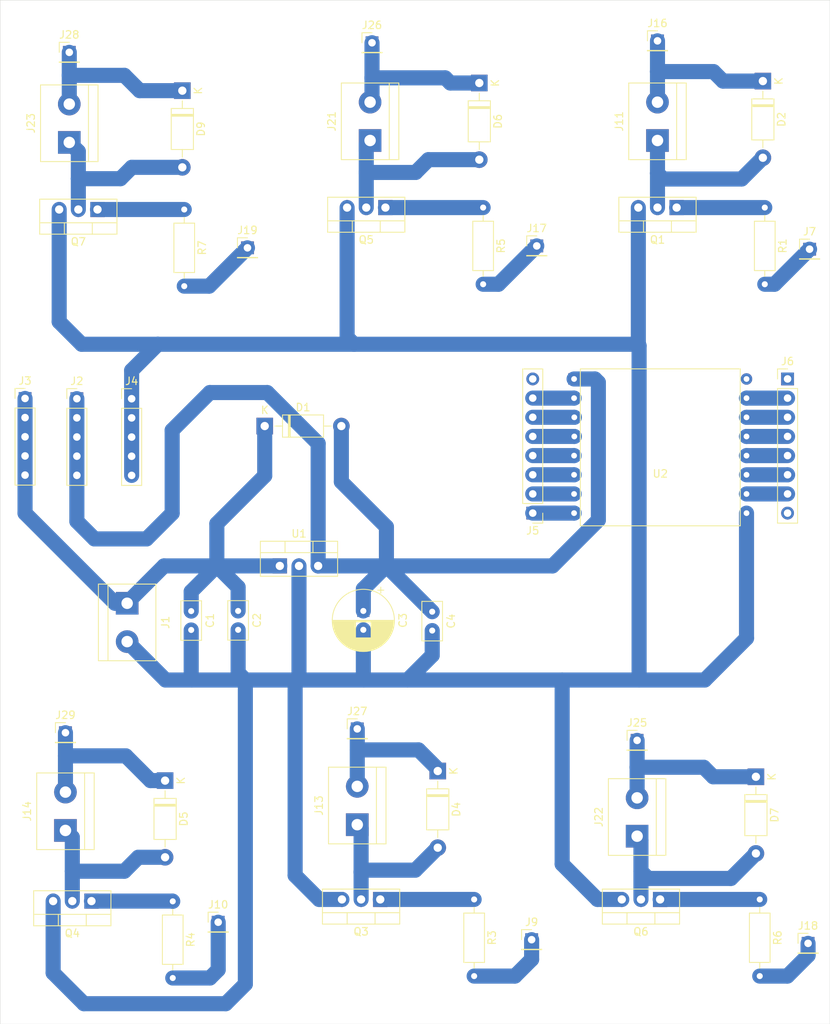
<source format=kicad_pcb>
(kicad_pcb (version 20171130) (host pcbnew "(5.1.9)-1")

  (general
    (thickness 1.6)
    (drawings 4)
    (tracks 194)
    (zones 0)
    (modules 49)
    (nets 45)
  )

  (page A4)
  (layers
    (0 F.Cu signal)
    (31 B.Cu signal)
    (32 B.Adhes user)
    (33 F.Adhes user)
    (34 B.Paste user)
    (35 F.Paste user)
    (36 B.SilkS user)
    (37 F.SilkS user)
    (38 B.Mask user)
    (39 F.Mask user)
    (40 Dwgs.User user)
    (41 Cmts.User user)
    (42 Eco1.User user)
    (43 Eco2.User user)
    (44 Edge.Cuts user)
    (45 Margin user)
    (46 B.CrtYd user)
    (47 F.CrtYd user)
    (48 B.Fab user)
    (49 F.Fab user)
  )

  (setup
    (last_trace_width 2)
    (user_trace_width 0.5)
    (user_trace_width 1)
    (user_trace_width 2)
    (trace_clearance 0.2)
    (zone_clearance 0.508)
    (zone_45_only no)
    (trace_min 0.2)
    (via_size 0.8)
    (via_drill 0.4)
    (via_min_size 0.4)
    (via_min_drill 0.3)
    (uvia_size 0.3)
    (uvia_drill 0.1)
    (uvias_allowed no)
    (uvia_min_size 0.2)
    (uvia_min_drill 0.1)
    (edge_width 0.05)
    (segment_width 0.2)
    (pcb_text_width 0.3)
    (pcb_text_size 1.5 1.5)
    (mod_edge_width 0.12)
    (mod_text_size 1 1)
    (mod_text_width 0.15)
    (pad_size 1.524 1.524)
    (pad_drill 0.762)
    (pad_to_mask_clearance 0)
    (aux_axis_origin 0 0)
    (visible_elements 7FFFFFFF)
    (pcbplotparams
      (layerselection 0x010fc_ffffffff)
      (usegerberextensions false)
      (usegerberattributes true)
      (usegerberadvancedattributes true)
      (creategerberjobfile true)
      (excludeedgelayer true)
      (linewidth 0.100000)
      (plotframeref false)
      (viasonmask false)
      (mode 1)
      (useauxorigin false)
      (hpglpennumber 1)
      (hpglpenspeed 20)
      (hpglpendiameter 15.000000)
      (psnegative false)
      (psa4output false)
      (plotreference true)
      (plotvalue true)
      (plotinvisibletext false)
      (padsonsilk false)
      (subtractmaskfromsilk false)
      (outputformat 1)
      (mirror false)
      (drillshape 1)
      (scaleselection 1)
      (outputdirectory ""))
  )

  (net 0 "")
  (net 1 GND)
  (net 2 12V)
  (net 3 5V)
  (net 4 "Net-(D2-Pad2)")
  (net 5 "Net-(D2-Pad1)")
  (net 6 "Net-(D4-Pad2)")
  (net 7 "Net-(D5-Pad2)")
  (net 8 "Net-(D6-Pad2)")
  (net 9 "Net-(D6-Pad1)")
  (net 10 "Net-(D7-Pad2)")
  (net 11 "Net-(D7-Pad1)")
  (net 12 "Net-(D9-Pad2)")
  (net 13 "Net-(J5-Pad8)")
  (net 14 "Net-(J5-Pad7)")
  (net 15 "Net-(J5-Pad6)")
  (net 16 "Net-(J5-Pad5)")
  (net 17 "Net-(J5-Pad4)")
  (net 18 "Net-(J5-Pad3)")
  (net 19 "Net-(J5-Pad2)")
  (net 20 "Net-(J5-Pad1)")
  (net 21 "Net-(J6-Pad8)")
  (net 22 "Net-(J6-Pad7)")
  (net 23 "Net-(J6-Pad6)")
  (net 24 "Net-(J6-Pad5)")
  (net 25 "Net-(J6-Pad4)")
  (net 26 "Net-(J6-Pad3)")
  (net 27 "Net-(J6-Pad2)")
  (net 28 "Net-(J6-Pad1)")
  (net 29 "Net-(J7-Pad1)")
  (net 30 "Net-(J9-Pad1)")
  (net 31 "Net-(J10-Pad1)")
  (net 32 "Net-(J17-Pad1)")
  (net 33 "Net-(J18-Pad1)")
  (net 34 "Net-(J19-Pad1)")
  (net 35 "Net-(Q1-Pad1)")
  (net 36 "Net-(Q3-Pad1)")
  (net 37 "Net-(Q4-Pad1)")
  (net 38 "Net-(Q5-Pad1)")
  (net 39 "Net-(Q6-Pad1)")
  (net 40 "Net-(Q7-Pad1)")
  (net 41 "Net-(D4-Pad1)")
  (net 42 "Net-(D9-Pad1)")
  (net 43 "Net-(D5-Pad1)")
  (net 44 "Net-(U2-Pad16)")

  (net_class Default "This is the default net class."
    (clearance 0.2)
    (trace_width 0.25)
    (via_dia 0.8)
    (via_drill 0.4)
    (uvia_dia 0.3)
    (uvia_drill 0.1)
    (add_net 12V)
    (add_net 5V)
    (add_net GND)
    (add_net "Net-(D2-Pad1)")
    (add_net "Net-(D2-Pad2)")
    (add_net "Net-(D4-Pad1)")
    (add_net "Net-(D4-Pad2)")
    (add_net "Net-(D5-Pad1)")
    (add_net "Net-(D5-Pad2)")
    (add_net "Net-(D6-Pad1)")
    (add_net "Net-(D6-Pad2)")
    (add_net "Net-(D7-Pad1)")
    (add_net "Net-(D7-Pad2)")
    (add_net "Net-(D9-Pad1)")
    (add_net "Net-(D9-Pad2)")
    (add_net "Net-(J10-Pad1)")
    (add_net "Net-(J17-Pad1)")
    (add_net "Net-(J18-Pad1)")
    (add_net "Net-(J19-Pad1)")
    (add_net "Net-(J5-Pad1)")
    (add_net "Net-(J5-Pad2)")
    (add_net "Net-(J5-Pad3)")
    (add_net "Net-(J5-Pad4)")
    (add_net "Net-(J5-Pad5)")
    (add_net "Net-(J5-Pad6)")
    (add_net "Net-(J5-Pad7)")
    (add_net "Net-(J5-Pad8)")
    (add_net "Net-(J6-Pad1)")
    (add_net "Net-(J6-Pad2)")
    (add_net "Net-(J6-Pad3)")
    (add_net "Net-(J6-Pad4)")
    (add_net "Net-(J6-Pad5)")
    (add_net "Net-(J6-Pad6)")
    (add_net "Net-(J6-Pad7)")
    (add_net "Net-(J6-Pad8)")
    (add_net "Net-(J7-Pad1)")
    (add_net "Net-(J9-Pad1)")
    (add_net "Net-(Q1-Pad1)")
    (add_net "Net-(Q3-Pad1)")
    (add_net "Net-(Q4-Pad1)")
    (add_net "Net-(Q5-Pad1)")
    (add_net "Net-(Q6-Pad1)")
    (add_net "Net-(Q7-Pad1)")
    (add_net "Net-(U2-Pad16)")
  )

  (module Connector_PinHeader_2.54mm:PinHeader_1x01_P2.54mm_Vertical (layer F.Cu) (tedit 59FED5CC) (tstamp 60E9A256)
    (at 73.652 122.982)
    (descr "Through hole straight pin header, 1x01, 2.54mm pitch, single row")
    (tags "Through hole pin header THT 1x01 2.54mm single row")
    (path /60F6E992)
    (fp_text reference J29 (at 0 -2.33) (layer F.SilkS)
      (effects (font (size 1 1) (thickness 0.15)))
    )
    (fp_text value Conn_01x01_Female (at 0 2.33) (layer F.Fab)
      (effects (font (size 1 1) (thickness 0.15)))
    )
    (fp_line (start 1.8 -1.8) (end -1.8 -1.8) (layer F.CrtYd) (width 0.05))
    (fp_line (start 1.8 1.8) (end 1.8 -1.8) (layer F.CrtYd) (width 0.05))
    (fp_line (start -1.8 1.8) (end 1.8 1.8) (layer F.CrtYd) (width 0.05))
    (fp_line (start -1.8 -1.8) (end -1.8 1.8) (layer F.CrtYd) (width 0.05))
    (fp_line (start -1.33 -1.33) (end 0 -1.33) (layer F.SilkS) (width 0.12))
    (fp_line (start -1.33 0) (end -1.33 -1.33) (layer F.SilkS) (width 0.12))
    (fp_line (start -1.33 1.27) (end 1.33 1.27) (layer F.SilkS) (width 0.12))
    (fp_line (start 1.33 1.27) (end 1.33 1.33) (layer F.SilkS) (width 0.12))
    (fp_line (start -1.33 1.27) (end -1.33 1.33) (layer F.SilkS) (width 0.12))
    (fp_line (start -1.33 1.33) (end 1.33 1.33) (layer F.SilkS) (width 0.12))
    (fp_line (start -1.27 -0.635) (end -0.635 -1.27) (layer F.Fab) (width 0.1))
    (fp_line (start -1.27 1.27) (end -1.27 -0.635) (layer F.Fab) (width 0.1))
    (fp_line (start 1.27 1.27) (end -1.27 1.27) (layer F.Fab) (width 0.1))
    (fp_line (start 1.27 -1.27) (end 1.27 1.27) (layer F.Fab) (width 0.1))
    (fp_line (start -0.635 -1.27) (end 1.27 -1.27) (layer F.Fab) (width 0.1))
    (fp_text user %R (at 0 0 90) (layer F.Fab)
      (effects (font (size 1 1) (thickness 0.15)))
    )
    (pad 1 thru_hole rect (at 0 0) (size 1.7 1.7) (drill 1) (layers *.Cu *.Mask)
      (net 43 "Net-(D5-Pad1)"))
    (model ${KISYS3DMOD}/Connector_PinHeader_2.54mm.3dshapes/PinHeader_1x01_P2.54mm_Vertical.wrl
      (at (xyz 0 0 0))
      (scale (xyz 1 1 1))
      (rotate (xyz 0 0 0))
    )
  )

  (module Connector_PinHeader_2.54mm:PinHeader_1x01_P2.54mm_Vertical (layer F.Cu) (tedit 59FED5CC) (tstamp 60E9A92C)
    (at 74.16 32.812)
    (descr "Through hole straight pin header, 1x01, 2.54mm pitch, single row")
    (tags "Through hole pin header THT 1x01 2.54mm single row")
    (path /60F4F9AE)
    (fp_text reference J28 (at 0 -2.33) (layer F.SilkS)
      (effects (font (size 1 1) (thickness 0.15)))
    )
    (fp_text value Conn_01x01_Female (at 0 2.33) (layer F.Fab)
      (effects (font (size 1 1) (thickness 0.15)))
    )
    (fp_line (start 1.8 -1.8) (end -1.8 -1.8) (layer F.CrtYd) (width 0.05))
    (fp_line (start 1.8 1.8) (end 1.8 -1.8) (layer F.CrtYd) (width 0.05))
    (fp_line (start -1.8 1.8) (end 1.8 1.8) (layer F.CrtYd) (width 0.05))
    (fp_line (start -1.8 -1.8) (end -1.8 1.8) (layer F.CrtYd) (width 0.05))
    (fp_line (start -1.33 -1.33) (end 0 -1.33) (layer F.SilkS) (width 0.12))
    (fp_line (start -1.33 0) (end -1.33 -1.33) (layer F.SilkS) (width 0.12))
    (fp_line (start -1.33 1.27) (end 1.33 1.27) (layer F.SilkS) (width 0.12))
    (fp_line (start 1.33 1.27) (end 1.33 1.33) (layer F.SilkS) (width 0.12))
    (fp_line (start -1.33 1.27) (end -1.33 1.33) (layer F.SilkS) (width 0.12))
    (fp_line (start -1.33 1.33) (end 1.33 1.33) (layer F.SilkS) (width 0.12))
    (fp_line (start -1.27 -0.635) (end -0.635 -1.27) (layer F.Fab) (width 0.1))
    (fp_line (start -1.27 1.27) (end -1.27 -0.635) (layer F.Fab) (width 0.1))
    (fp_line (start 1.27 1.27) (end -1.27 1.27) (layer F.Fab) (width 0.1))
    (fp_line (start 1.27 -1.27) (end 1.27 1.27) (layer F.Fab) (width 0.1))
    (fp_line (start -0.635 -1.27) (end 1.27 -1.27) (layer F.Fab) (width 0.1))
    (fp_text user %R (at 0 0 90) (layer F.Fab)
      (effects (font (size 1 1) (thickness 0.15)))
    )
    (pad 1 thru_hole rect (at 0 0) (size 1.7 1.7) (drill 1) (layers *.Cu *.Mask)
      (net 42 "Net-(D9-Pad1)"))
    (model ${KISYS3DMOD}/Connector_PinHeader_2.54mm.3dshapes/PinHeader_1x01_P2.54mm_Vertical.wrl
      (at (xyz 0 0 0))
      (scale (xyz 1 1 1))
      (rotate (xyz 0 0 0))
    )
  )

  (module Connector_PinHeader_2.54mm:PinHeader_1x01_P2.54mm_Vertical (layer F.Cu) (tedit 59FED5CC) (tstamp 60E9A292)
    (at 112.338 122.474)
    (descr "Through hole straight pin header, 1x01, 2.54mm pitch, single row")
    (tags "Through hole pin header THT 1x01 2.54mm single row")
    (path /60F4DDC5)
    (fp_text reference J27 (at 0 -2.33) (layer F.SilkS)
      (effects (font (size 1 1) (thickness 0.15)))
    )
    (fp_text value Conn_01x01_Female (at 0 2.33) (layer F.Fab)
      (effects (font (size 1 1) (thickness 0.15)))
    )
    (fp_line (start -0.635 -1.27) (end 1.27 -1.27) (layer F.Fab) (width 0.1))
    (fp_line (start 1.27 -1.27) (end 1.27 1.27) (layer F.Fab) (width 0.1))
    (fp_line (start 1.27 1.27) (end -1.27 1.27) (layer F.Fab) (width 0.1))
    (fp_line (start -1.27 1.27) (end -1.27 -0.635) (layer F.Fab) (width 0.1))
    (fp_line (start -1.27 -0.635) (end -0.635 -1.27) (layer F.Fab) (width 0.1))
    (fp_line (start -1.33 1.33) (end 1.33 1.33) (layer F.SilkS) (width 0.12))
    (fp_line (start -1.33 1.27) (end -1.33 1.33) (layer F.SilkS) (width 0.12))
    (fp_line (start 1.33 1.27) (end 1.33 1.33) (layer F.SilkS) (width 0.12))
    (fp_line (start -1.33 1.27) (end 1.33 1.27) (layer F.SilkS) (width 0.12))
    (fp_line (start -1.33 0) (end -1.33 -1.33) (layer F.SilkS) (width 0.12))
    (fp_line (start -1.33 -1.33) (end 0 -1.33) (layer F.SilkS) (width 0.12))
    (fp_line (start -1.8 -1.8) (end -1.8 1.8) (layer F.CrtYd) (width 0.05))
    (fp_line (start -1.8 1.8) (end 1.8 1.8) (layer F.CrtYd) (width 0.05))
    (fp_line (start 1.8 1.8) (end 1.8 -1.8) (layer F.CrtYd) (width 0.05))
    (fp_line (start 1.8 -1.8) (end -1.8 -1.8) (layer F.CrtYd) (width 0.05))
    (fp_text user %R (at 0 0 90) (layer F.Fab)
      (effects (font (size 1 1) (thickness 0.15)))
    )
    (pad 1 thru_hole rect (at 0 0) (size 1.7 1.7) (drill 1) (layers *.Cu *.Mask)
      (net 41 "Net-(D4-Pad1)"))
    (model ${KISYS3DMOD}/Connector_PinHeader_2.54mm.3dshapes/PinHeader_1x01_P2.54mm_Vertical.wrl
      (at (xyz 0 0 0))
      (scale (xyz 1 1 1))
      (rotate (xyz 0 0 0))
    )
  )

  (module RF_Module:ESP32CAM (layer F.Cu) (tedit 60E80DD3) (tstamp 60E91A12)
    (at 152.51 86.262)
    (path /60E77BEB)
    (fp_text reference U2 (at 0 2.4) (layer F.SilkS)
      (effects (font (size 1 1) (thickness 0.15)))
    )
    (fp_text value ESP32CAM (at 0 -2.5) (layer F.Fab)
      (effects (font (size 1 1) (thickness 0.15)))
    )
    (fp_line (start -10.6 -11.5) (end 10.6 -11.5) (layer F.SilkS) (width 0.12))
    (fp_line (start 10.6 -11.5) (end 10.6 9.3) (layer F.SilkS) (width 0.12))
    (fp_line (start 10.6 9.3) (end -10.6 9.3) (layer F.SilkS) (width 0.12))
    (fp_line (start -10.6 9.3) (end -10.6 -11.5) (layer F.SilkS) (width 0.12))
    (fp_line (start -13.5 -14) (end 13.5 -14) (layer F.CrtYd) (width 0.12))
    (fp_line (start 13.5 -14) (end 13.5 26) (layer F.CrtYd) (width 0.12))
    (fp_line (start 13.5 26) (end -13.5 26) (layer F.CrtYd) (width 0.12))
    (fp_line (start -13.5 26) (end -13.5 -14) (layer F.CrtYd) (width 0.12))
    (pad 9 thru_hole circle (at 11.43 7.62) (size 1.524 1.524) (drill 0.762) (layers *.Cu *.Mask)
      (net 1 GND))
    (pad 8 thru_hole circle (at -11.43 7.62) (size 1.524 1.524) (drill 0.762) (layers *.Cu *.Mask)
      (net 20 "Net-(J5-Pad1)"))
    (pad 16 thru_hole circle (at 11.43 -10.16 90) (size 1.524 1.524) (drill 0.762) (layers *.Cu *.Mask)
      (net 44 "Net-(U2-Pad16)"))
    (pad 1 thru_hole rect (at -11.43 -10.16) (size 1.524 1.524) (drill 0.762) (layers *.Cu *.Mask)
      (net 3 5V))
    (pad 10 thru_hole circle (at 11.43 5.08 90) (size 1.524 1.524) (drill 0.762) (layers *.Cu *.Mask)
      (net 22 "Net-(J6-Pad7)"))
    (pad 11 thru_hole circle (at 11.43 2.54) (size 1.524 1.524) (drill 0.762) (layers *.Cu *.Mask)
      (net 23 "Net-(J6-Pad6)"))
    (pad 7 thru_hole circle (at -11.43 5.08) (size 1.524 1.524) (drill 0.762) (layers *.Cu *.Mask)
      (net 19 "Net-(J5-Pad2)"))
    (pad 6 thru_hole circle (at -11.43 2.54) (size 1.524 1.524) (drill 0.762) (layers *.Cu *.Mask)
      (net 18 "Net-(J5-Pad3)"))
    (pad 15 thru_hole circle (at 11.43 -7.62) (size 1.524 1.524) (drill 0.762) (layers *.Cu *.Mask)
      (net 27 "Net-(J6-Pad2)"))
    (pad 2 thru_hole circle (at -11.43 -7.62) (size 1.524 1.524) (drill 0.762) (layers *.Cu *.Mask)
      (net 14 "Net-(J5-Pad7)"))
    (pad 14 thru_hole circle (at 11.43 -5.08) (size 1.524 1.524) (drill 0.762) (layers *.Cu *.Mask)
      (net 26 "Net-(J6-Pad3)"))
    (pad 3 thru_hole circle (at -11.4 -5.08) (size 1.524 1.524) (drill 0.762) (layers *.Cu *.Mask)
      (net 15 "Net-(J5-Pad6)"))
    (pad 13 thru_hole circle (at 11.43 -2.54) (size 1.524 1.524) (drill 0.762) (layers *.Cu *.Mask)
      (net 25 "Net-(J6-Pad4)"))
    (pad 4 thru_hole circle (at -11.4 -2.54) (size 1.524 1.524) (drill 0.762) (layers *.Cu *.Mask)
      (net 16 "Net-(J5-Pad5)"))
    (pad 12 thru_hole circle (at 11.43 0) (size 1.524 1.524) (drill 0.762) (layers *.Cu *.Mask)
      (net 24 "Net-(J6-Pad5)"))
    (pad 5 thru_hole circle (at -11.43 0) (size 1.524 1.524) (drill 0.762) (layers *.Cu *.Mask)
      (net 17 "Net-(J5-Pad4)"))
  )

  (module Package_TO_SOT_THT:TO-220-3_Vertical (layer F.Cu) (tedit 5AC8BA0D) (tstamp 60E916F2)
    (at 102.072 100.878)
    (descr "TO-220-3, Vertical, RM 2.54mm, see https://www.vishay.com/docs/66542/to-220-1.pdf")
    (tags "TO-220-3 Vertical RM 2.54mm")
    (path /60E8E495)
    (fp_text reference U1 (at 2.54 -4.27) (layer F.SilkS)
      (effects (font (size 1 1) (thickness 0.15)))
    )
    (fp_text value LM7805_TO220 (at 2.54 2.5) (layer F.Fab)
      (effects (font (size 1 1) (thickness 0.15)))
    )
    (fp_line (start 7.79 -3.4) (end -2.71 -3.4) (layer F.CrtYd) (width 0.05))
    (fp_line (start 7.79 1.51) (end 7.79 -3.4) (layer F.CrtYd) (width 0.05))
    (fp_line (start -2.71 1.51) (end 7.79 1.51) (layer F.CrtYd) (width 0.05))
    (fp_line (start -2.71 -3.4) (end -2.71 1.51) (layer F.CrtYd) (width 0.05))
    (fp_line (start 4.391 -3.27) (end 4.391 -1.76) (layer F.SilkS) (width 0.12))
    (fp_line (start 0.69 -3.27) (end 0.69 -1.76) (layer F.SilkS) (width 0.12))
    (fp_line (start -2.58 -1.76) (end 7.66 -1.76) (layer F.SilkS) (width 0.12))
    (fp_line (start 7.66 -3.27) (end 7.66 1.371) (layer F.SilkS) (width 0.12))
    (fp_line (start -2.58 -3.27) (end -2.58 1.371) (layer F.SilkS) (width 0.12))
    (fp_line (start -2.58 1.371) (end 7.66 1.371) (layer F.SilkS) (width 0.12))
    (fp_line (start -2.58 -3.27) (end 7.66 -3.27) (layer F.SilkS) (width 0.12))
    (fp_line (start 4.39 -3.15) (end 4.39 -1.88) (layer F.Fab) (width 0.1))
    (fp_line (start 0.69 -3.15) (end 0.69 -1.88) (layer F.Fab) (width 0.1))
    (fp_line (start -2.46 -1.88) (end 7.54 -1.88) (layer F.Fab) (width 0.1))
    (fp_line (start 7.54 -3.15) (end -2.46 -3.15) (layer F.Fab) (width 0.1))
    (fp_line (start 7.54 1.25) (end 7.54 -3.15) (layer F.Fab) (width 0.1))
    (fp_line (start -2.46 1.25) (end 7.54 1.25) (layer F.Fab) (width 0.1))
    (fp_line (start -2.46 -3.15) (end -2.46 1.25) (layer F.Fab) (width 0.1))
    (fp_text user %R (at 2.54 -4.27) (layer F.Fab)
      (effects (font (size 1 1) (thickness 0.15)))
    )
    (pad 3 thru_hole oval (at 5.08 0) (size 1.905 2) (drill 1.1) (layers *.Cu *.Mask)
      (net 3 5V))
    (pad 2 thru_hole oval (at 2.54 0) (size 1.905 2) (drill 1.1) (layers *.Cu *.Mask)
      (net 1 GND))
    (pad 1 thru_hole rect (at 0 0) (size 1.905 2) (drill 1.1) (layers *.Cu *.Mask)
      (net 2 12V))
    (model ${KISYS3DMOD}/Package_TO_SOT_THT.3dshapes/TO-220-3_Vertical.wrl
      (at (xyz 0 0 0))
      (scale (xyz 1 1 1))
      (rotate (xyz 0 0 0))
    )
  )

  (module Resistor_THT:R_Axial_DIN0207_L6.3mm_D2.5mm_P10.16mm_Horizontal (layer F.Cu) (tedit 5AE5139B) (tstamp 60E9968C)
    (at 89.4 53.64 270)
    (descr "Resistor, Axial_DIN0207 series, Axial, Horizontal, pin pitch=10.16mm, 0.25W = 1/4W, length*diameter=6.3*2.5mm^2, http://cdn-reichelt.de/documents/datenblatt/B400/1_4W%23YAG.pdf")
    (tags "Resistor Axial_DIN0207 series Axial Horizontal pin pitch 10.16mm 0.25W = 1/4W length 6.3mm diameter 2.5mm")
    (path /60ED2BEC)
    (fp_text reference R7 (at 5.08 -2.37 90) (layer F.SilkS)
      (effects (font (size 1 1) (thickness 0.15)))
    )
    (fp_text value 330 (at 5.08 2.37 90) (layer F.Fab)
      (effects (font (size 1 1) (thickness 0.15)))
    )
    (fp_line (start 11.21 -1.5) (end -1.05 -1.5) (layer F.CrtYd) (width 0.05))
    (fp_line (start 11.21 1.5) (end 11.21 -1.5) (layer F.CrtYd) (width 0.05))
    (fp_line (start -1.05 1.5) (end 11.21 1.5) (layer F.CrtYd) (width 0.05))
    (fp_line (start -1.05 -1.5) (end -1.05 1.5) (layer F.CrtYd) (width 0.05))
    (fp_line (start 9.12 0) (end 8.35 0) (layer F.SilkS) (width 0.12))
    (fp_line (start 1.04 0) (end 1.81 0) (layer F.SilkS) (width 0.12))
    (fp_line (start 8.35 -1.37) (end 1.81 -1.37) (layer F.SilkS) (width 0.12))
    (fp_line (start 8.35 1.37) (end 8.35 -1.37) (layer F.SilkS) (width 0.12))
    (fp_line (start 1.81 1.37) (end 8.35 1.37) (layer F.SilkS) (width 0.12))
    (fp_line (start 1.81 -1.37) (end 1.81 1.37) (layer F.SilkS) (width 0.12))
    (fp_line (start 10.16 0) (end 8.23 0) (layer F.Fab) (width 0.1))
    (fp_line (start 0 0) (end 1.93 0) (layer F.Fab) (width 0.1))
    (fp_line (start 8.23 -1.25) (end 1.93 -1.25) (layer F.Fab) (width 0.1))
    (fp_line (start 8.23 1.25) (end 8.23 -1.25) (layer F.Fab) (width 0.1))
    (fp_line (start 1.93 1.25) (end 8.23 1.25) (layer F.Fab) (width 0.1))
    (fp_line (start 1.93 -1.25) (end 1.93 1.25) (layer F.Fab) (width 0.1))
    (fp_text user %R (at 5.08 0 90) (layer F.Fab)
      (effects (font (size 1 1) (thickness 0.15)))
    )
    (pad 2 thru_hole oval (at 10.16 0 270) (size 1.6 1.6) (drill 0.8) (layers *.Cu *.Mask)
      (net 34 "Net-(J19-Pad1)"))
    (pad 1 thru_hole circle (at 0 0 270) (size 1.6 1.6) (drill 0.8) (layers *.Cu *.Mask)
      (net 40 "Net-(Q7-Pad1)"))
    (model ${KISYS3DMOD}/Resistor_THT.3dshapes/R_Axial_DIN0207_L6.3mm_D2.5mm_P10.16mm_Horizontal.wrl
      (at (xyz 0 0 0))
      (scale (xyz 1 1 1))
      (rotate (xyz 0 0 0))
    )
  )

  (module Resistor_THT:R_Axial_DIN0207_L6.3mm_D2.5mm_P10.16mm_Horizontal (layer F.Cu) (tedit 5AE5139B) (tstamp 60EA608E)
    (at 165.694 145.08 270)
    (descr "Resistor, Axial_DIN0207 series, Axial, Horizontal, pin pitch=10.16mm, 0.25W = 1/4W, length*diameter=6.3*2.5mm^2, http://cdn-reichelt.de/documents/datenblatt/B400/1_4W%23YAG.pdf")
    (tags "Resistor Axial_DIN0207 series Axial Horizontal pin pitch 10.16mm 0.25W = 1/4W length 6.3mm diameter 2.5mm")
    (path /60ED1E30)
    (fp_text reference R6 (at 5.08 -2.37 90) (layer F.SilkS)
      (effects (font (size 1 1) (thickness 0.15)))
    )
    (fp_text value 330 (at 5.08 2.37 90) (layer F.Fab)
      (effects (font (size 1 1) (thickness 0.15)))
    )
    (fp_line (start 1.93 -1.25) (end 1.93 1.25) (layer F.Fab) (width 0.1))
    (fp_line (start 1.93 1.25) (end 8.23 1.25) (layer F.Fab) (width 0.1))
    (fp_line (start 8.23 1.25) (end 8.23 -1.25) (layer F.Fab) (width 0.1))
    (fp_line (start 8.23 -1.25) (end 1.93 -1.25) (layer F.Fab) (width 0.1))
    (fp_line (start 0 0) (end 1.93 0) (layer F.Fab) (width 0.1))
    (fp_line (start 10.16 0) (end 8.23 0) (layer F.Fab) (width 0.1))
    (fp_line (start 1.81 -1.37) (end 1.81 1.37) (layer F.SilkS) (width 0.12))
    (fp_line (start 1.81 1.37) (end 8.35 1.37) (layer F.SilkS) (width 0.12))
    (fp_line (start 8.35 1.37) (end 8.35 -1.37) (layer F.SilkS) (width 0.12))
    (fp_line (start 8.35 -1.37) (end 1.81 -1.37) (layer F.SilkS) (width 0.12))
    (fp_line (start 1.04 0) (end 1.81 0) (layer F.SilkS) (width 0.12))
    (fp_line (start 9.12 0) (end 8.35 0) (layer F.SilkS) (width 0.12))
    (fp_line (start -1.05 -1.5) (end -1.05 1.5) (layer F.CrtYd) (width 0.05))
    (fp_line (start -1.05 1.5) (end 11.21 1.5) (layer F.CrtYd) (width 0.05))
    (fp_line (start 11.21 1.5) (end 11.21 -1.5) (layer F.CrtYd) (width 0.05))
    (fp_line (start 11.21 -1.5) (end -1.05 -1.5) (layer F.CrtYd) (width 0.05))
    (fp_text user %R (at 5.08 0 90) (layer F.Fab)
      (effects (font (size 1 1) (thickness 0.15)))
    )
    (pad 1 thru_hole circle (at 0 0 270) (size 1.6 1.6) (drill 0.8) (layers *.Cu *.Mask)
      (net 39 "Net-(Q6-Pad1)"))
    (pad 2 thru_hole oval (at 10.16 0 270) (size 1.6 1.6) (drill 0.8) (layers *.Cu *.Mask)
      (net 33 "Net-(J18-Pad1)"))
    (model ${KISYS3DMOD}/Resistor_THT.3dshapes/R_Axial_DIN0207_L6.3mm_D2.5mm_P10.16mm_Horizontal.wrl
      (at (xyz 0 0 0))
      (scale (xyz 1 1 1))
      (rotate (xyz 0 0 0))
    )
  )

  (module Resistor_THT:R_Axial_DIN0207_L6.3mm_D2.5mm_P10.16mm_Horizontal (layer F.Cu) (tedit 5AE5139B) (tstamp 60E9173A)
    (at 129.024 53.386 270)
    (descr "Resistor, Axial_DIN0207 series, Axial, Horizontal, pin pitch=10.16mm, 0.25W = 1/4W, length*diameter=6.3*2.5mm^2, http://cdn-reichelt.de/documents/datenblatt/B400/1_4W%23YAG.pdf")
    (tags "Resistor Axial_DIN0207 series Axial Horizontal pin pitch 10.16mm 0.25W = 1/4W length 6.3mm diameter 2.5mm")
    (path /60ED0707)
    (fp_text reference R5 (at 5.08 -2.37 90) (layer F.SilkS)
      (effects (font (size 1 1) (thickness 0.15)))
    )
    (fp_text value 330 (at 5.08 2.37 90) (layer F.Fab)
      (effects (font (size 1 1) (thickness 0.15)))
    )
    (fp_line (start 11.21 -1.5) (end -1.05 -1.5) (layer F.CrtYd) (width 0.05))
    (fp_line (start 11.21 1.5) (end 11.21 -1.5) (layer F.CrtYd) (width 0.05))
    (fp_line (start -1.05 1.5) (end 11.21 1.5) (layer F.CrtYd) (width 0.05))
    (fp_line (start -1.05 -1.5) (end -1.05 1.5) (layer F.CrtYd) (width 0.05))
    (fp_line (start 9.12 0) (end 8.35 0) (layer F.SilkS) (width 0.12))
    (fp_line (start 1.04 0) (end 1.81 0) (layer F.SilkS) (width 0.12))
    (fp_line (start 8.35 -1.37) (end 1.81 -1.37) (layer F.SilkS) (width 0.12))
    (fp_line (start 8.35 1.37) (end 8.35 -1.37) (layer F.SilkS) (width 0.12))
    (fp_line (start 1.81 1.37) (end 8.35 1.37) (layer F.SilkS) (width 0.12))
    (fp_line (start 1.81 -1.37) (end 1.81 1.37) (layer F.SilkS) (width 0.12))
    (fp_line (start 10.16 0) (end 8.23 0) (layer F.Fab) (width 0.1))
    (fp_line (start 0 0) (end 1.93 0) (layer F.Fab) (width 0.1))
    (fp_line (start 8.23 -1.25) (end 1.93 -1.25) (layer F.Fab) (width 0.1))
    (fp_line (start 8.23 1.25) (end 8.23 -1.25) (layer F.Fab) (width 0.1))
    (fp_line (start 1.93 1.25) (end 8.23 1.25) (layer F.Fab) (width 0.1))
    (fp_line (start 1.93 -1.25) (end 1.93 1.25) (layer F.Fab) (width 0.1))
    (fp_text user %R (at 5.08 0 90) (layer F.Fab)
      (effects (font (size 1 1) (thickness 0.15)))
    )
    (pad 2 thru_hole oval (at 10.16 0 270) (size 1.6 1.6) (drill 0.8) (layers *.Cu *.Mask)
      (net 32 "Net-(J17-Pad1)"))
    (pad 1 thru_hole circle (at 0 0 270) (size 1.6 1.6) (drill 0.8) (layers *.Cu *.Mask)
      (net 38 "Net-(Q5-Pad1)"))
    (model ${KISYS3DMOD}/Resistor_THT.3dshapes/R_Axial_DIN0207_L6.3mm_D2.5mm_P10.16mm_Horizontal.wrl
      (at (xyz 0 0 0))
      (scale (xyz 1 1 1))
      (rotate (xyz 0 0 0))
    )
  )

  (module Resistor_THT:R_Axial_DIN0207_L6.3mm_D2.5mm_P10.16mm_Horizontal (layer F.Cu) (tedit 5AE5139B) (tstamp 60E9A312)
    (at 87.876 145.334 270)
    (descr "Resistor, Axial_DIN0207 series, Axial, Horizontal, pin pitch=10.16mm, 0.25W = 1/4W, length*diameter=6.3*2.5mm^2, http://cdn-reichelt.de/documents/datenblatt/B400/1_4W%23YAG.pdf")
    (tags "Resistor Axial_DIN0207 series Axial Horizontal pin pitch 10.16mm 0.25W = 1/4W length 6.3mm diameter 2.5mm")
    (path /60ED30CD)
    (fp_text reference R4 (at 5.08 -2.37 90) (layer F.SilkS)
      (effects (font (size 1 1) (thickness 0.15)))
    )
    (fp_text value 330 (at 5.08 2.37 90) (layer F.Fab)
      (effects (font (size 1 1) (thickness 0.15)))
    )
    (fp_line (start 11.21 -1.5) (end -1.05 -1.5) (layer F.CrtYd) (width 0.05))
    (fp_line (start 11.21 1.5) (end 11.21 -1.5) (layer F.CrtYd) (width 0.05))
    (fp_line (start -1.05 1.5) (end 11.21 1.5) (layer F.CrtYd) (width 0.05))
    (fp_line (start -1.05 -1.5) (end -1.05 1.5) (layer F.CrtYd) (width 0.05))
    (fp_line (start 9.12 0) (end 8.35 0) (layer F.SilkS) (width 0.12))
    (fp_line (start 1.04 0) (end 1.81 0) (layer F.SilkS) (width 0.12))
    (fp_line (start 8.35 -1.37) (end 1.81 -1.37) (layer F.SilkS) (width 0.12))
    (fp_line (start 8.35 1.37) (end 8.35 -1.37) (layer F.SilkS) (width 0.12))
    (fp_line (start 1.81 1.37) (end 8.35 1.37) (layer F.SilkS) (width 0.12))
    (fp_line (start 1.81 -1.37) (end 1.81 1.37) (layer F.SilkS) (width 0.12))
    (fp_line (start 10.16 0) (end 8.23 0) (layer F.Fab) (width 0.1))
    (fp_line (start 0 0) (end 1.93 0) (layer F.Fab) (width 0.1))
    (fp_line (start 8.23 -1.25) (end 1.93 -1.25) (layer F.Fab) (width 0.1))
    (fp_line (start 8.23 1.25) (end 8.23 -1.25) (layer F.Fab) (width 0.1))
    (fp_line (start 1.93 1.25) (end 8.23 1.25) (layer F.Fab) (width 0.1))
    (fp_line (start 1.93 -1.25) (end 1.93 1.25) (layer F.Fab) (width 0.1))
    (fp_text user %R (at 5.08 0 90) (layer F.Fab)
      (effects (font (size 1 1) (thickness 0.15)))
    )
    (pad 2 thru_hole oval (at 10.16 0 270) (size 1.6 1.6) (drill 0.8) (layers *.Cu *.Mask)
      (net 31 "Net-(J10-Pad1)"))
    (pad 1 thru_hole circle (at 0 0 270) (size 1.6 1.6) (drill 0.8) (layers *.Cu *.Mask)
      (net 37 "Net-(Q4-Pad1)"))
    (model ${KISYS3DMOD}/Resistor_THT.3dshapes/R_Axial_DIN0207_L6.3mm_D2.5mm_P10.16mm_Horizontal.wrl
      (at (xyz 0 0 0))
      (scale (xyz 1 1 1))
      (rotate (xyz 0 0 0))
    )
  )

  (module Resistor_THT:R_Axial_DIN0207_L6.3mm_D2.5mm_P10.16mm_Horizontal (layer F.Cu) (tedit 5AE5139B) (tstamp 60E9A2D0)
    (at 127.832 145.08 270)
    (descr "Resistor, Axial_DIN0207 series, Axial, Horizontal, pin pitch=10.16mm, 0.25W = 1/4W, length*diameter=6.3*2.5mm^2, http://cdn-reichelt.de/documents/datenblatt/B400/1_4W%23YAG.pdf")
    (tags "Resistor Axial_DIN0207 series Axial Horizontal pin pitch 10.16mm 0.25W = 1/4W length 6.3mm diameter 2.5mm")
    (path /60ED2E3F)
    (fp_text reference R3 (at 5.08 -2.37 90) (layer F.SilkS)
      (effects (font (size 1 1) (thickness 0.15)))
    )
    (fp_text value 330 (at 5.08 2.37 90) (layer F.Fab)
      (effects (font (size 1 1) (thickness 0.15)))
    )
    (fp_line (start 1.93 -1.25) (end 1.93 1.25) (layer F.Fab) (width 0.1))
    (fp_line (start 1.93 1.25) (end 8.23 1.25) (layer F.Fab) (width 0.1))
    (fp_line (start 8.23 1.25) (end 8.23 -1.25) (layer F.Fab) (width 0.1))
    (fp_line (start 8.23 -1.25) (end 1.93 -1.25) (layer F.Fab) (width 0.1))
    (fp_line (start 0 0) (end 1.93 0) (layer F.Fab) (width 0.1))
    (fp_line (start 10.16 0) (end 8.23 0) (layer F.Fab) (width 0.1))
    (fp_line (start 1.81 -1.37) (end 1.81 1.37) (layer F.SilkS) (width 0.12))
    (fp_line (start 1.81 1.37) (end 8.35 1.37) (layer F.SilkS) (width 0.12))
    (fp_line (start 8.35 1.37) (end 8.35 -1.37) (layer F.SilkS) (width 0.12))
    (fp_line (start 8.35 -1.37) (end 1.81 -1.37) (layer F.SilkS) (width 0.12))
    (fp_line (start 1.04 0) (end 1.81 0) (layer F.SilkS) (width 0.12))
    (fp_line (start 9.12 0) (end 8.35 0) (layer F.SilkS) (width 0.12))
    (fp_line (start -1.05 -1.5) (end -1.05 1.5) (layer F.CrtYd) (width 0.05))
    (fp_line (start -1.05 1.5) (end 11.21 1.5) (layer F.CrtYd) (width 0.05))
    (fp_line (start 11.21 1.5) (end 11.21 -1.5) (layer F.CrtYd) (width 0.05))
    (fp_line (start 11.21 -1.5) (end -1.05 -1.5) (layer F.CrtYd) (width 0.05))
    (fp_text user %R (at 5.08 0 90) (layer F.Fab)
      (effects (font (size 1 1) (thickness 0.15)))
    )
    (pad 1 thru_hole circle (at 0 0 270) (size 1.6 1.6) (drill 0.8) (layers *.Cu *.Mask)
      (net 36 "Net-(Q3-Pad1)"))
    (pad 2 thru_hole oval (at 10.16 0 270) (size 1.6 1.6) (drill 0.8) (layers *.Cu *.Mask)
      (net 30 "Net-(J9-Pad1)"))
    (model ${KISYS3DMOD}/Resistor_THT.3dshapes/R_Axial_DIN0207_L6.3mm_D2.5mm_P10.16mm_Horizontal.wrl
      (at (xyz 0 0 0))
      (scale (xyz 1 1 1))
      (rotate (xyz 0 0 0))
    )
  )

  (module Resistor_THT:R_Axial_DIN0207_L6.3mm_D2.5mm_P10.16mm_Horizontal (layer F.Cu) (tedit 5AE5139B) (tstamp 60E9177C)
    (at 166.362 53.386 270)
    (descr "Resistor, Axial_DIN0207 series, Axial, Horizontal, pin pitch=10.16mm, 0.25W = 1/4W, length*diameter=6.3*2.5mm^2, http://cdn-reichelt.de/documents/datenblatt/B400/1_4W%23YAG.pdf")
    (tags "Resistor Axial_DIN0207 series Axial Horizontal pin pitch 10.16mm 0.25W = 1/4W length 6.3mm diameter 2.5mm")
    (path /60ED1716)
    (fp_text reference R1 (at 5.08 -2.37 90) (layer F.SilkS)
      (effects (font (size 1 1) (thickness 0.15)))
    )
    (fp_text value R (at 5.08 2.37 90) (layer F.Fab)
      (effects (font (size 1 1) (thickness 0.15)))
    )
    (fp_line (start 11.21 -1.5) (end -1.05 -1.5) (layer F.CrtYd) (width 0.05))
    (fp_line (start 11.21 1.5) (end 11.21 -1.5) (layer F.CrtYd) (width 0.05))
    (fp_line (start -1.05 1.5) (end 11.21 1.5) (layer F.CrtYd) (width 0.05))
    (fp_line (start -1.05 -1.5) (end -1.05 1.5) (layer F.CrtYd) (width 0.05))
    (fp_line (start 9.12 0) (end 8.35 0) (layer F.SilkS) (width 0.12))
    (fp_line (start 1.04 0) (end 1.81 0) (layer F.SilkS) (width 0.12))
    (fp_line (start 8.35 -1.37) (end 1.81 -1.37) (layer F.SilkS) (width 0.12))
    (fp_line (start 8.35 1.37) (end 8.35 -1.37) (layer F.SilkS) (width 0.12))
    (fp_line (start 1.81 1.37) (end 8.35 1.37) (layer F.SilkS) (width 0.12))
    (fp_line (start 1.81 -1.37) (end 1.81 1.37) (layer F.SilkS) (width 0.12))
    (fp_line (start 10.16 0) (end 8.23 0) (layer F.Fab) (width 0.1))
    (fp_line (start 0 0) (end 1.93 0) (layer F.Fab) (width 0.1))
    (fp_line (start 8.23 -1.25) (end 1.93 -1.25) (layer F.Fab) (width 0.1))
    (fp_line (start 8.23 1.25) (end 8.23 -1.25) (layer F.Fab) (width 0.1))
    (fp_line (start 1.93 1.25) (end 8.23 1.25) (layer F.Fab) (width 0.1))
    (fp_line (start 1.93 -1.25) (end 1.93 1.25) (layer F.Fab) (width 0.1))
    (fp_text user %R (at 5.08 0 90) (layer F.Fab)
      (effects (font (size 1 1) (thickness 0.15)))
    )
    (pad 2 thru_hole oval (at 10.16 0 270) (size 1.6 1.6) (drill 0.8) (layers *.Cu *.Mask)
      (net 29 "Net-(J7-Pad1)"))
    (pad 1 thru_hole circle (at 0 0 270) (size 1.6 1.6) (drill 0.8) (layers *.Cu *.Mask)
      (net 35 "Net-(Q1-Pad1)"))
    (model ${KISYS3DMOD}/Resistor_THT.3dshapes/R_Axial_DIN0207_L6.3mm_D2.5mm_P10.16mm_Horizontal.wrl
      (at (xyz 0 0 0))
      (scale (xyz 1 1 1))
      (rotate (xyz 0 0 0))
    )
  )

  (module Package_TO_SOT_THT:TO-220-3_Vertical (layer F.Cu) (tedit 5AC8BA0D) (tstamp 60E9A96D)
    (at 77.9 53.64 180)
    (descr "TO-220-3, Vertical, RM 2.54mm, see https://www.vishay.com/docs/66542/to-220-1.pdf")
    (tags "TO-220-3 Vertical RM 2.54mm")
    (path /60EB108A)
    (fp_text reference Q7 (at 2.54 -4.27) (layer F.SilkS)
      (effects (font (size 1 1) (thickness 0.15)))
    )
    (fp_text value TIP122 (at 2.54 2.5) (layer F.Fab)
      (effects (font (size 1 1) (thickness 0.15)))
    )
    (fp_line (start 7.79 -3.4) (end -2.71 -3.4) (layer F.CrtYd) (width 0.05))
    (fp_line (start 7.79 1.51) (end 7.79 -3.4) (layer F.CrtYd) (width 0.05))
    (fp_line (start -2.71 1.51) (end 7.79 1.51) (layer F.CrtYd) (width 0.05))
    (fp_line (start -2.71 -3.4) (end -2.71 1.51) (layer F.CrtYd) (width 0.05))
    (fp_line (start 4.391 -3.27) (end 4.391 -1.76) (layer F.SilkS) (width 0.12))
    (fp_line (start 0.69 -3.27) (end 0.69 -1.76) (layer F.SilkS) (width 0.12))
    (fp_line (start -2.58 -1.76) (end 7.66 -1.76) (layer F.SilkS) (width 0.12))
    (fp_line (start 7.66 -3.27) (end 7.66 1.371) (layer F.SilkS) (width 0.12))
    (fp_line (start -2.58 -3.27) (end -2.58 1.371) (layer F.SilkS) (width 0.12))
    (fp_line (start -2.58 1.371) (end 7.66 1.371) (layer F.SilkS) (width 0.12))
    (fp_line (start -2.58 -3.27) (end 7.66 -3.27) (layer F.SilkS) (width 0.12))
    (fp_line (start 4.39 -3.15) (end 4.39 -1.88) (layer F.Fab) (width 0.1))
    (fp_line (start 0.69 -3.15) (end 0.69 -1.88) (layer F.Fab) (width 0.1))
    (fp_line (start -2.46 -1.88) (end 7.54 -1.88) (layer F.Fab) (width 0.1))
    (fp_line (start 7.54 -3.15) (end -2.46 -3.15) (layer F.Fab) (width 0.1))
    (fp_line (start 7.54 1.25) (end 7.54 -3.15) (layer F.Fab) (width 0.1))
    (fp_line (start -2.46 1.25) (end 7.54 1.25) (layer F.Fab) (width 0.1))
    (fp_line (start -2.46 -3.15) (end -2.46 1.25) (layer F.Fab) (width 0.1))
    (fp_text user %R (at 2.54 -4.27) (layer F.Fab)
      (effects (font (size 1 1) (thickness 0.15)))
    )
    (pad 3 thru_hole oval (at 5.08 0 180) (size 1.905 2) (drill 1.1) (layers *.Cu *.Mask)
      (net 1 GND))
    (pad 2 thru_hole oval (at 2.54 0 180) (size 1.905 2) (drill 1.1) (layers *.Cu *.Mask)
      (net 12 "Net-(D9-Pad2)"))
    (pad 1 thru_hole rect (at 0 0 180) (size 1.905 2) (drill 1.1) (layers *.Cu *.Mask)
      (net 40 "Net-(Q7-Pad1)"))
    (model ${KISYS3DMOD}/Package_TO_SOT_THT.3dshapes/TO-220-3_Vertical.wrl
      (at (xyz 0 0 0))
      (scale (xyz 1 1 1))
      (rotate (xyz 0 0 0))
    )
  )

  (module Package_TO_SOT_THT:TO-220-3_Vertical (layer F.Cu) (tedit 5AC8BA0D) (tstamp 60EA6046)
    (at 152.486 145.08 180)
    (descr "TO-220-3, Vertical, RM 2.54mm, see https://www.vishay.com/docs/66542/to-220-1.pdf")
    (tags "TO-220-3 Vertical RM 2.54mm")
    (path /60ECC1AC)
    (fp_text reference Q6 (at 2.54 -4.27) (layer F.SilkS)
      (effects (font (size 1 1) (thickness 0.15)))
    )
    (fp_text value TIP122 (at 2.54 2.5) (layer F.Fab)
      (effects (font (size 1 1) (thickness 0.15)))
    )
    (fp_line (start -2.46 -3.15) (end -2.46 1.25) (layer F.Fab) (width 0.1))
    (fp_line (start -2.46 1.25) (end 7.54 1.25) (layer F.Fab) (width 0.1))
    (fp_line (start 7.54 1.25) (end 7.54 -3.15) (layer F.Fab) (width 0.1))
    (fp_line (start 7.54 -3.15) (end -2.46 -3.15) (layer F.Fab) (width 0.1))
    (fp_line (start -2.46 -1.88) (end 7.54 -1.88) (layer F.Fab) (width 0.1))
    (fp_line (start 0.69 -3.15) (end 0.69 -1.88) (layer F.Fab) (width 0.1))
    (fp_line (start 4.39 -3.15) (end 4.39 -1.88) (layer F.Fab) (width 0.1))
    (fp_line (start -2.58 -3.27) (end 7.66 -3.27) (layer F.SilkS) (width 0.12))
    (fp_line (start -2.58 1.371) (end 7.66 1.371) (layer F.SilkS) (width 0.12))
    (fp_line (start -2.58 -3.27) (end -2.58 1.371) (layer F.SilkS) (width 0.12))
    (fp_line (start 7.66 -3.27) (end 7.66 1.371) (layer F.SilkS) (width 0.12))
    (fp_line (start -2.58 -1.76) (end 7.66 -1.76) (layer F.SilkS) (width 0.12))
    (fp_line (start 0.69 -3.27) (end 0.69 -1.76) (layer F.SilkS) (width 0.12))
    (fp_line (start 4.391 -3.27) (end 4.391 -1.76) (layer F.SilkS) (width 0.12))
    (fp_line (start -2.71 -3.4) (end -2.71 1.51) (layer F.CrtYd) (width 0.05))
    (fp_line (start -2.71 1.51) (end 7.79 1.51) (layer F.CrtYd) (width 0.05))
    (fp_line (start 7.79 1.51) (end 7.79 -3.4) (layer F.CrtYd) (width 0.05))
    (fp_line (start 7.79 -3.4) (end -2.71 -3.4) (layer F.CrtYd) (width 0.05))
    (fp_text user %R (at 2.54 -4.27) (layer F.Fab)
      (effects (font (size 1 1) (thickness 0.15)))
    )
    (pad 1 thru_hole rect (at 0 0 180) (size 1.905 2) (drill 1.1) (layers *.Cu *.Mask)
      (net 39 "Net-(Q6-Pad1)"))
    (pad 2 thru_hole oval (at 2.54 0 180) (size 1.905 2) (drill 1.1) (layers *.Cu *.Mask)
      (net 10 "Net-(D7-Pad2)"))
    (pad 3 thru_hole oval (at 5.08 0 180) (size 1.905 2) (drill 1.1) (layers *.Cu *.Mask)
      (net 1 GND))
    (model ${KISYS3DMOD}/Package_TO_SOT_THT.3dshapes/TO-220-3_Vertical.wrl
      (at (xyz 0 0 0))
      (scale (xyz 1 1 1))
      (rotate (xyz 0 0 0))
    )
  )

  (module Package_TO_SOT_THT:TO-220-3_Vertical (layer F.Cu) (tedit 5AC8BA0D) (tstamp 60E88E28)
    (at 116.07 53.386 180)
    (descr "TO-220-3, Vertical, RM 2.54mm, see https://www.vishay.com/docs/66542/to-220-1.pdf")
    (tags "TO-220-3 Vertical RM 2.54mm")
    (path /60EC9FD2)
    (fp_text reference Q5 (at 2.54 -4.27) (layer F.SilkS)
      (effects (font (size 1 1) (thickness 0.15)))
    )
    (fp_text value TIP122 (at 2.54 2.5) (layer F.Fab)
      (effects (font (size 1 1) (thickness 0.15)))
    )
    (fp_line (start 7.79 -3.4) (end -2.71 -3.4) (layer F.CrtYd) (width 0.05))
    (fp_line (start 7.79 1.51) (end 7.79 -3.4) (layer F.CrtYd) (width 0.05))
    (fp_line (start -2.71 1.51) (end 7.79 1.51) (layer F.CrtYd) (width 0.05))
    (fp_line (start -2.71 -3.4) (end -2.71 1.51) (layer F.CrtYd) (width 0.05))
    (fp_line (start 4.391 -3.27) (end 4.391 -1.76) (layer F.SilkS) (width 0.12))
    (fp_line (start 0.69 -3.27) (end 0.69 -1.76) (layer F.SilkS) (width 0.12))
    (fp_line (start -2.58 -1.76) (end 7.66 -1.76) (layer F.SilkS) (width 0.12))
    (fp_line (start 7.66 -3.27) (end 7.66 1.371) (layer F.SilkS) (width 0.12))
    (fp_line (start -2.58 -3.27) (end -2.58 1.371) (layer F.SilkS) (width 0.12))
    (fp_line (start -2.58 1.371) (end 7.66 1.371) (layer F.SilkS) (width 0.12))
    (fp_line (start -2.58 -3.27) (end 7.66 -3.27) (layer F.SilkS) (width 0.12))
    (fp_line (start 4.39 -3.15) (end 4.39 -1.88) (layer F.Fab) (width 0.1))
    (fp_line (start 0.69 -3.15) (end 0.69 -1.88) (layer F.Fab) (width 0.1))
    (fp_line (start -2.46 -1.88) (end 7.54 -1.88) (layer F.Fab) (width 0.1))
    (fp_line (start 7.54 -3.15) (end -2.46 -3.15) (layer F.Fab) (width 0.1))
    (fp_line (start 7.54 1.25) (end 7.54 -3.15) (layer F.Fab) (width 0.1))
    (fp_line (start -2.46 1.25) (end 7.54 1.25) (layer F.Fab) (width 0.1))
    (fp_line (start -2.46 -3.15) (end -2.46 1.25) (layer F.Fab) (width 0.1))
    (fp_text user %R (at 2.54 -4.27) (layer F.Fab)
      (effects (font (size 1 1) (thickness 0.15)))
    )
    (pad 3 thru_hole oval (at 5.08 0 180) (size 1.905 2) (drill 1.1) (layers *.Cu *.Mask)
      (net 1 GND))
    (pad 2 thru_hole oval (at 2.54 0 180) (size 1.905 2) (drill 1.1) (layers *.Cu *.Mask)
      (net 8 "Net-(D6-Pad2)"))
    (pad 1 thru_hole rect (at 0 0 180) (size 1.905 2) (drill 1.1) (layers *.Cu *.Mask)
      (net 38 "Net-(Q5-Pad1)"))
    (model ${KISYS3DMOD}/Package_TO_SOT_THT.3dshapes/TO-220-3_Vertical.wrl
      (at (xyz 0 0 0))
      (scale (xyz 1 1 1))
      (rotate (xyz 0 0 0))
    )
  )

  (module Package_TO_SOT_THT:TO-220-3_Vertical (layer F.Cu) (tedit 5AC8BA0D) (tstamp 60E9A3A2)
    (at 77.1 145.3 180)
    (descr "TO-220-3, Vertical, RM 2.54mm, see https://www.vishay.com/docs/66542/to-220-1.pdf")
    (tags "TO-220-3 Vertical RM 2.54mm")
    (path /60EB7976)
    (fp_text reference Q4 (at 2.54 -4.27) (layer F.SilkS)
      (effects (font (size 1 1) (thickness 0.15)))
    )
    (fp_text value TIP122 (at 2.54 2.5) (layer F.Fab)
      (effects (font (size 1 1) (thickness 0.15)))
    )
    (fp_line (start 7.79 -3.4) (end -2.71 -3.4) (layer F.CrtYd) (width 0.05))
    (fp_line (start 7.79 1.51) (end 7.79 -3.4) (layer F.CrtYd) (width 0.05))
    (fp_line (start -2.71 1.51) (end 7.79 1.51) (layer F.CrtYd) (width 0.05))
    (fp_line (start -2.71 -3.4) (end -2.71 1.51) (layer F.CrtYd) (width 0.05))
    (fp_line (start 4.391 -3.27) (end 4.391 -1.76) (layer F.SilkS) (width 0.12))
    (fp_line (start 0.69 -3.27) (end 0.69 -1.76) (layer F.SilkS) (width 0.12))
    (fp_line (start -2.58 -1.76) (end 7.66 -1.76) (layer F.SilkS) (width 0.12))
    (fp_line (start 7.66 -3.27) (end 7.66 1.371) (layer F.SilkS) (width 0.12))
    (fp_line (start -2.58 -3.27) (end -2.58 1.371) (layer F.SilkS) (width 0.12))
    (fp_line (start -2.58 1.371) (end 7.66 1.371) (layer F.SilkS) (width 0.12))
    (fp_line (start -2.58 -3.27) (end 7.66 -3.27) (layer F.SilkS) (width 0.12))
    (fp_line (start 4.39 -3.15) (end 4.39 -1.88) (layer F.Fab) (width 0.1))
    (fp_line (start 0.69 -3.15) (end 0.69 -1.88) (layer F.Fab) (width 0.1))
    (fp_line (start -2.46 -1.88) (end 7.54 -1.88) (layer F.Fab) (width 0.1))
    (fp_line (start 7.54 -3.15) (end -2.46 -3.15) (layer F.Fab) (width 0.1))
    (fp_line (start 7.54 1.25) (end 7.54 -3.15) (layer F.Fab) (width 0.1))
    (fp_line (start -2.46 1.25) (end 7.54 1.25) (layer F.Fab) (width 0.1))
    (fp_line (start -2.46 -3.15) (end -2.46 1.25) (layer F.Fab) (width 0.1))
    (fp_text user %R (at 2.54 -4.27) (layer F.Fab)
      (effects (font (size 1 1) (thickness 0.15)))
    )
    (pad 3 thru_hole oval (at 5.08 0 180) (size 1.905 2) (drill 1.1) (layers *.Cu *.Mask)
      (net 1 GND))
    (pad 2 thru_hole oval (at 2.54 0 180) (size 1.905 2) (drill 1.1) (layers *.Cu *.Mask)
      (net 7 "Net-(D5-Pad2)"))
    (pad 1 thru_hole rect (at 0 0 180) (size 1.905 2) (drill 1.1) (layers *.Cu *.Mask)
      (net 37 "Net-(Q4-Pad1)"))
    (model ${KISYS3DMOD}/Package_TO_SOT_THT.3dshapes/TO-220-3_Vertical.wrl
      (at (xyz 0 0 0))
      (scale (xyz 1 1 1))
      (rotate (xyz 0 0 0))
    )
  )

  (module Package_TO_SOT_THT:TO-220-3_Vertical (layer F.Cu) (tedit 5AC8BA0D) (tstamp 60E9A357)
    (at 115.386 145.08 180)
    (descr "TO-220-3, Vertical, RM 2.54mm, see https://www.vishay.com/docs/66542/to-220-1.pdf")
    (tags "TO-220-3 Vertical RM 2.54mm")
    (path /60EB037B)
    (fp_text reference Q3 (at 2.54 -4.27) (layer F.SilkS)
      (effects (font (size 1 1) (thickness 0.15)))
    )
    (fp_text value TIP122 (at 2.54 2.5) (layer F.Fab)
      (effects (font (size 1 1) (thickness 0.15)))
    )
    (fp_line (start -2.46 -3.15) (end -2.46 1.25) (layer F.Fab) (width 0.1))
    (fp_line (start -2.46 1.25) (end 7.54 1.25) (layer F.Fab) (width 0.1))
    (fp_line (start 7.54 1.25) (end 7.54 -3.15) (layer F.Fab) (width 0.1))
    (fp_line (start 7.54 -3.15) (end -2.46 -3.15) (layer F.Fab) (width 0.1))
    (fp_line (start -2.46 -1.88) (end 7.54 -1.88) (layer F.Fab) (width 0.1))
    (fp_line (start 0.69 -3.15) (end 0.69 -1.88) (layer F.Fab) (width 0.1))
    (fp_line (start 4.39 -3.15) (end 4.39 -1.88) (layer F.Fab) (width 0.1))
    (fp_line (start -2.58 -3.27) (end 7.66 -3.27) (layer F.SilkS) (width 0.12))
    (fp_line (start -2.58 1.371) (end 7.66 1.371) (layer F.SilkS) (width 0.12))
    (fp_line (start -2.58 -3.27) (end -2.58 1.371) (layer F.SilkS) (width 0.12))
    (fp_line (start 7.66 -3.27) (end 7.66 1.371) (layer F.SilkS) (width 0.12))
    (fp_line (start -2.58 -1.76) (end 7.66 -1.76) (layer F.SilkS) (width 0.12))
    (fp_line (start 0.69 -3.27) (end 0.69 -1.76) (layer F.SilkS) (width 0.12))
    (fp_line (start 4.391 -3.27) (end 4.391 -1.76) (layer F.SilkS) (width 0.12))
    (fp_line (start -2.71 -3.4) (end -2.71 1.51) (layer F.CrtYd) (width 0.05))
    (fp_line (start -2.71 1.51) (end 7.79 1.51) (layer F.CrtYd) (width 0.05))
    (fp_line (start 7.79 1.51) (end 7.79 -3.4) (layer F.CrtYd) (width 0.05))
    (fp_line (start 7.79 -3.4) (end -2.71 -3.4) (layer F.CrtYd) (width 0.05))
    (fp_text user %R (at 2.54 -4.27) (layer F.Fab)
      (effects (font (size 1 1) (thickness 0.15)))
    )
    (pad 1 thru_hole rect (at 0 0 180) (size 1.905 2) (drill 1.1) (layers *.Cu *.Mask)
      (net 36 "Net-(Q3-Pad1)"))
    (pad 2 thru_hole oval (at 2.54 0 180) (size 1.905 2) (drill 1.1) (layers *.Cu *.Mask)
      (net 6 "Net-(D4-Pad2)"))
    (pad 3 thru_hole oval (at 5.08 0 180) (size 1.905 2) (drill 1.1) (layers *.Cu *.Mask)
      (net 1 GND))
    (model ${KISYS3DMOD}/Package_TO_SOT_THT.3dshapes/TO-220-3_Vertical.wrl
      (at (xyz 0 0 0))
      (scale (xyz 1 1 1))
      (rotate (xyz 0 0 0))
    )
  )

  (module Package_TO_SOT_THT:TO-220-3_Vertical (layer F.Cu) (tedit 5AC8BA0D) (tstamp 60E91893)
    (at 154.678 53.386 180)
    (descr "TO-220-3, Vertical, RM 2.54mm, see https://www.vishay.com/docs/66542/to-220-1.pdf")
    (tags "TO-220-3 Vertical RM 2.54mm")
    (path /60EC8652)
    (fp_text reference Q1 (at 2.54 -4.27) (layer F.SilkS)
      (effects (font (size 1 1) (thickness 0.15)))
    )
    (fp_text value TIP122 (at 2.54 2.5) (layer F.Fab)
      (effects (font (size 1 1) (thickness 0.15)))
    )
    (fp_line (start 7.79 -3.4) (end -2.71 -3.4) (layer F.CrtYd) (width 0.05))
    (fp_line (start 7.79 1.51) (end 7.79 -3.4) (layer F.CrtYd) (width 0.05))
    (fp_line (start -2.71 1.51) (end 7.79 1.51) (layer F.CrtYd) (width 0.05))
    (fp_line (start -2.71 -3.4) (end -2.71 1.51) (layer F.CrtYd) (width 0.05))
    (fp_line (start 4.391 -3.27) (end 4.391 -1.76) (layer F.SilkS) (width 0.12))
    (fp_line (start 0.69 -3.27) (end 0.69 -1.76) (layer F.SilkS) (width 0.12))
    (fp_line (start -2.58 -1.76) (end 7.66 -1.76) (layer F.SilkS) (width 0.12))
    (fp_line (start 7.66 -3.27) (end 7.66 1.371) (layer F.SilkS) (width 0.12))
    (fp_line (start -2.58 -3.27) (end -2.58 1.371) (layer F.SilkS) (width 0.12))
    (fp_line (start -2.58 1.371) (end 7.66 1.371) (layer F.SilkS) (width 0.12))
    (fp_line (start -2.58 -3.27) (end 7.66 -3.27) (layer F.SilkS) (width 0.12))
    (fp_line (start 4.39 -3.15) (end 4.39 -1.88) (layer F.Fab) (width 0.1))
    (fp_line (start 0.69 -3.15) (end 0.69 -1.88) (layer F.Fab) (width 0.1))
    (fp_line (start -2.46 -1.88) (end 7.54 -1.88) (layer F.Fab) (width 0.1))
    (fp_line (start 7.54 -3.15) (end -2.46 -3.15) (layer F.Fab) (width 0.1))
    (fp_line (start 7.54 1.25) (end 7.54 -3.15) (layer F.Fab) (width 0.1))
    (fp_line (start -2.46 1.25) (end 7.54 1.25) (layer F.Fab) (width 0.1))
    (fp_line (start -2.46 -3.15) (end -2.46 1.25) (layer F.Fab) (width 0.1))
    (fp_text user %R (at 2.54 -4.27) (layer F.Fab)
      (effects (font (size 1 1) (thickness 0.15)))
    )
    (pad 3 thru_hole oval (at 5.08 0 180) (size 1.905 2) (drill 1.1) (layers *.Cu *.Mask)
      (net 1 GND))
    (pad 2 thru_hole oval (at 2.54 0 180) (size 1.905 2) (drill 1.1) (layers *.Cu *.Mask)
      (net 4 "Net-(D2-Pad2)"))
    (pad 1 thru_hole rect (at 0 0 180) (size 1.905 2) (drill 1.1) (layers *.Cu *.Mask)
      (net 35 "Net-(Q1-Pad1)"))
    (model ${KISYS3DMOD}/Package_TO_SOT_THT.3dshapes/TO-220-3_Vertical.wrl
      (at (xyz 0 0 0))
      (scale (xyz 1 1 1))
      (rotate (xyz 0 0 0))
    )
  )

  (module Connector_PinHeader_2.54mm:PinHeader_1x01_P2.54mm_Vertical (layer F.Cu) (tedit 59FED5CC) (tstamp 60E919CF)
    (at 114.292 31.542)
    (descr "Through hole straight pin header, 1x01, 2.54mm pitch, single row")
    (tags "Through hole pin header THT 1x01 2.54mm single row")
    (path /60F8A1A0)
    (fp_text reference J26 (at 0 -2.33) (layer F.SilkS)
      (effects (font (size 1 1) (thickness 0.15)))
    )
    (fp_text value Conn_01x01_Female (at 0 2.33) (layer F.Fab)
      (effects (font (size 1 1) (thickness 0.15)))
    )
    (fp_line (start 1.8 -1.8) (end -1.8 -1.8) (layer F.CrtYd) (width 0.05))
    (fp_line (start 1.8 1.8) (end 1.8 -1.8) (layer F.CrtYd) (width 0.05))
    (fp_line (start -1.8 1.8) (end 1.8 1.8) (layer F.CrtYd) (width 0.05))
    (fp_line (start -1.8 -1.8) (end -1.8 1.8) (layer F.CrtYd) (width 0.05))
    (fp_line (start -1.33 -1.33) (end 0 -1.33) (layer F.SilkS) (width 0.12))
    (fp_line (start -1.33 0) (end -1.33 -1.33) (layer F.SilkS) (width 0.12))
    (fp_line (start -1.33 1.27) (end 1.33 1.27) (layer F.SilkS) (width 0.12))
    (fp_line (start 1.33 1.27) (end 1.33 1.33) (layer F.SilkS) (width 0.12))
    (fp_line (start -1.33 1.27) (end -1.33 1.33) (layer F.SilkS) (width 0.12))
    (fp_line (start -1.33 1.33) (end 1.33 1.33) (layer F.SilkS) (width 0.12))
    (fp_line (start -1.27 -0.635) (end -0.635 -1.27) (layer F.Fab) (width 0.1))
    (fp_line (start -1.27 1.27) (end -1.27 -0.635) (layer F.Fab) (width 0.1))
    (fp_line (start 1.27 1.27) (end -1.27 1.27) (layer F.Fab) (width 0.1))
    (fp_line (start 1.27 -1.27) (end 1.27 1.27) (layer F.Fab) (width 0.1))
    (fp_line (start -0.635 -1.27) (end 1.27 -1.27) (layer F.Fab) (width 0.1))
    (fp_text user %R (at 0 0 90) (layer F.Fab)
      (effects (font (size 1 1) (thickness 0.15)))
    )
    (pad 1 thru_hole rect (at 0 0) (size 1.7 1.7) (drill 1) (layers *.Cu *.Mask)
      (net 9 "Net-(D6-Pad1)"))
    (model ${KISYS3DMOD}/Connector_PinHeader_2.54mm.3dshapes/PinHeader_1x01_P2.54mm_Vertical.wrl
      (at (xyz 0 0 0))
      (scale (xyz 1 1 1))
      (rotate (xyz 0 0 0))
    )
  )

  (module Connector_PinHeader_2.54mm:PinHeader_1x01_P2.54mm_Vertical (layer F.Cu) (tedit 59FED5CC) (tstamp 60EA60CE)
    (at 149.438 123.998)
    (descr "Through hole straight pin header, 1x01, 2.54mm pitch, single row")
    (tags "Through hole pin header THT 1x01 2.54mm single row")
    (path /60F8C044)
    (fp_text reference J25 (at 0 -2.33) (layer F.SilkS)
      (effects (font (size 1 1) (thickness 0.15)))
    )
    (fp_text value Conn_01x01_Female (at 0 2.33) (layer F.Fab)
      (effects (font (size 1 1) (thickness 0.15)))
    )
    (fp_line (start -0.635 -1.27) (end 1.27 -1.27) (layer F.Fab) (width 0.1))
    (fp_line (start 1.27 -1.27) (end 1.27 1.27) (layer F.Fab) (width 0.1))
    (fp_line (start 1.27 1.27) (end -1.27 1.27) (layer F.Fab) (width 0.1))
    (fp_line (start -1.27 1.27) (end -1.27 -0.635) (layer F.Fab) (width 0.1))
    (fp_line (start -1.27 -0.635) (end -0.635 -1.27) (layer F.Fab) (width 0.1))
    (fp_line (start -1.33 1.33) (end 1.33 1.33) (layer F.SilkS) (width 0.12))
    (fp_line (start -1.33 1.27) (end -1.33 1.33) (layer F.SilkS) (width 0.12))
    (fp_line (start 1.33 1.27) (end 1.33 1.33) (layer F.SilkS) (width 0.12))
    (fp_line (start -1.33 1.27) (end 1.33 1.27) (layer F.SilkS) (width 0.12))
    (fp_line (start -1.33 0) (end -1.33 -1.33) (layer F.SilkS) (width 0.12))
    (fp_line (start -1.33 -1.33) (end 0 -1.33) (layer F.SilkS) (width 0.12))
    (fp_line (start -1.8 -1.8) (end -1.8 1.8) (layer F.CrtYd) (width 0.05))
    (fp_line (start -1.8 1.8) (end 1.8 1.8) (layer F.CrtYd) (width 0.05))
    (fp_line (start 1.8 1.8) (end 1.8 -1.8) (layer F.CrtYd) (width 0.05))
    (fp_line (start 1.8 -1.8) (end -1.8 -1.8) (layer F.CrtYd) (width 0.05))
    (fp_text user %R (at 0 0 90) (layer F.Fab)
      (effects (font (size 1 1) (thickness 0.15)))
    )
    (pad 1 thru_hole rect (at 0 0) (size 1.7 1.7) (drill 1) (layers *.Cu *.Mask)
      (net 11 "Net-(D7-Pad1)"))
    (model ${KISYS3DMOD}/Connector_PinHeader_2.54mm.3dshapes/PinHeader_1x01_P2.54mm_Vertical.wrl
      (at (xyz 0 0 0))
      (scale (xyz 1 1 1))
      (rotate (xyz 0 0 0))
    )
  )

  (module TerminalBlock:TerminalBlock_bornier-2_P5.08mm (layer F.Cu) (tedit 59FF03AB) (tstamp 60E9A9B3)
    (at 74.16 44.75 90)
    (descr "simple 2-pin terminal block, pitch 5.08mm, revamped version of bornier2")
    (tags "terminal block bornier2")
    (path /60EF9A2A)
    (fp_text reference J23 (at 2.54 -5.08 90) (layer F.SilkS)
      (effects (font (size 1 1) (thickness 0.15)))
    )
    (fp_text value Screw_Terminal_01x02 (at 2.54 5.08 90) (layer F.Fab)
      (effects (font (size 1 1) (thickness 0.15)))
    )
    (fp_line (start 7.79 4) (end -2.71 4) (layer F.CrtYd) (width 0.05))
    (fp_line (start 7.79 4) (end 7.79 -4) (layer F.CrtYd) (width 0.05))
    (fp_line (start -2.71 -4) (end -2.71 4) (layer F.CrtYd) (width 0.05))
    (fp_line (start -2.71 -4) (end 7.79 -4) (layer F.CrtYd) (width 0.05))
    (fp_line (start -2.54 3.81) (end 7.62 3.81) (layer F.SilkS) (width 0.12))
    (fp_line (start -2.54 -3.81) (end -2.54 3.81) (layer F.SilkS) (width 0.12))
    (fp_line (start 7.62 -3.81) (end -2.54 -3.81) (layer F.SilkS) (width 0.12))
    (fp_line (start 7.62 3.81) (end 7.62 -3.81) (layer F.SilkS) (width 0.12))
    (fp_line (start 7.62 2.54) (end -2.54 2.54) (layer F.SilkS) (width 0.12))
    (fp_line (start 7.54 -3.75) (end -2.46 -3.75) (layer F.Fab) (width 0.1))
    (fp_line (start 7.54 3.75) (end 7.54 -3.75) (layer F.Fab) (width 0.1))
    (fp_line (start -2.46 3.75) (end 7.54 3.75) (layer F.Fab) (width 0.1))
    (fp_line (start -2.46 -3.75) (end -2.46 3.75) (layer F.Fab) (width 0.1))
    (fp_line (start -2.41 2.55) (end 7.49 2.55) (layer F.Fab) (width 0.1))
    (fp_text user %R (at 2.54 0 90) (layer F.Fab)
      (effects (font (size 1 1) (thickness 0.15)))
    )
    (pad 2 thru_hole circle (at 5.08 0 90) (size 3 3) (drill 1.52) (layers *.Cu *.Mask)
      (net 42 "Net-(D9-Pad1)"))
    (pad 1 thru_hole rect (at 0 0 90) (size 3 3) (drill 1.52) (layers *.Cu *.Mask)
      (net 12 "Net-(D9-Pad2)"))
    (model ${KISYS3DMOD}/TerminalBlock.3dshapes/TerminalBlock_bornier-2_P5.08mm.wrl
      (offset (xyz 2.539999961853027 0 0))
      (scale (xyz 1 1 1))
      (rotate (xyz 0 0 0))
    )
  )

  (module TerminalBlock:TerminalBlock_bornier-2_P5.08mm (layer F.Cu) (tedit 59FF03AB) (tstamp 60EA61A0)
    (at 149.438 136.698 90)
    (descr "simple 2-pin terminal block, pitch 5.08mm, revamped version of bornier2")
    (tags "terminal block bornier2")
    (path /60EFF331)
    (fp_text reference J22 (at 2.54 -5.08 90) (layer F.SilkS)
      (effects (font (size 1 1) (thickness 0.15)))
    )
    (fp_text value Screw_Terminal_01x02 (at 2.54 5.08 90) (layer F.Fab)
      (effects (font (size 1 1) (thickness 0.15)))
    )
    (fp_line (start -2.41 2.55) (end 7.49 2.55) (layer F.Fab) (width 0.1))
    (fp_line (start -2.46 -3.75) (end -2.46 3.75) (layer F.Fab) (width 0.1))
    (fp_line (start -2.46 3.75) (end 7.54 3.75) (layer F.Fab) (width 0.1))
    (fp_line (start 7.54 3.75) (end 7.54 -3.75) (layer F.Fab) (width 0.1))
    (fp_line (start 7.54 -3.75) (end -2.46 -3.75) (layer F.Fab) (width 0.1))
    (fp_line (start 7.62 2.54) (end -2.54 2.54) (layer F.SilkS) (width 0.12))
    (fp_line (start 7.62 3.81) (end 7.62 -3.81) (layer F.SilkS) (width 0.12))
    (fp_line (start 7.62 -3.81) (end -2.54 -3.81) (layer F.SilkS) (width 0.12))
    (fp_line (start -2.54 -3.81) (end -2.54 3.81) (layer F.SilkS) (width 0.12))
    (fp_line (start -2.54 3.81) (end 7.62 3.81) (layer F.SilkS) (width 0.12))
    (fp_line (start -2.71 -4) (end 7.79 -4) (layer F.CrtYd) (width 0.05))
    (fp_line (start -2.71 -4) (end -2.71 4) (layer F.CrtYd) (width 0.05))
    (fp_line (start 7.79 4) (end 7.79 -4) (layer F.CrtYd) (width 0.05))
    (fp_line (start 7.79 4) (end -2.71 4) (layer F.CrtYd) (width 0.05))
    (fp_text user %R (at 2.54 0 90) (layer F.Fab)
      (effects (font (size 1 1) (thickness 0.15)))
    )
    (pad 1 thru_hole rect (at 0 0 90) (size 3 3) (drill 1.52) (layers *.Cu *.Mask)
      (net 10 "Net-(D7-Pad2)"))
    (pad 2 thru_hole circle (at 5.08 0 90) (size 3 3) (drill 1.52) (layers *.Cu *.Mask)
      (net 11 "Net-(D7-Pad1)"))
    (model ${KISYS3DMOD}/TerminalBlock.3dshapes/TerminalBlock_bornier-2_P5.08mm.wrl
      (offset (xyz 2.539999961853027 0 0))
      (scale (xyz 1 1 1))
      (rotate (xyz 0 0 0))
    )
  )

  (module TerminalBlock:TerminalBlock_bornier-2_P5.08mm (layer F.Cu) (tedit 59FF03AB) (tstamp 60E973A4)
    (at 114.038 44.496 90)
    (descr "simple 2-pin terminal block, pitch 5.08mm, revamped version of bornier2")
    (tags "terminal block bornier2")
    (path /60EFBD47)
    (fp_text reference J21 (at 2.54 -5.08 90) (layer F.SilkS)
      (effects (font (size 1 1) (thickness 0.15)))
    )
    (fp_text value Screw_Terminal_01x02 (at 2.54 5.08 90) (layer F.Fab)
      (effects (font (size 1 1) (thickness 0.15)))
    )
    (fp_line (start 7.79 4) (end -2.71 4) (layer F.CrtYd) (width 0.05))
    (fp_line (start 7.79 4) (end 7.79 -4) (layer F.CrtYd) (width 0.05))
    (fp_line (start -2.71 -4) (end -2.71 4) (layer F.CrtYd) (width 0.05))
    (fp_line (start -2.71 -4) (end 7.79 -4) (layer F.CrtYd) (width 0.05))
    (fp_line (start -2.54 3.81) (end 7.62 3.81) (layer F.SilkS) (width 0.12))
    (fp_line (start -2.54 -3.81) (end -2.54 3.81) (layer F.SilkS) (width 0.12))
    (fp_line (start 7.62 -3.81) (end -2.54 -3.81) (layer F.SilkS) (width 0.12))
    (fp_line (start 7.62 3.81) (end 7.62 -3.81) (layer F.SilkS) (width 0.12))
    (fp_line (start 7.62 2.54) (end -2.54 2.54) (layer F.SilkS) (width 0.12))
    (fp_line (start 7.54 -3.75) (end -2.46 -3.75) (layer F.Fab) (width 0.1))
    (fp_line (start 7.54 3.75) (end 7.54 -3.75) (layer F.Fab) (width 0.1))
    (fp_line (start -2.46 3.75) (end 7.54 3.75) (layer F.Fab) (width 0.1))
    (fp_line (start -2.46 -3.75) (end -2.46 3.75) (layer F.Fab) (width 0.1))
    (fp_line (start -2.41 2.55) (end 7.49 2.55) (layer F.Fab) (width 0.1))
    (fp_text user %R (at 2.54 0 90) (layer F.Fab)
      (effects (font (size 1 1) (thickness 0.15)))
    )
    (pad 2 thru_hole circle (at 5.08 0 90) (size 3 3) (drill 1.52) (layers *.Cu *.Mask)
      (net 9 "Net-(D6-Pad1)"))
    (pad 1 thru_hole rect (at 0 0 90) (size 3 3) (drill 1.52) (layers *.Cu *.Mask)
      (net 8 "Net-(D6-Pad2)"))
    (model ${KISYS3DMOD}/TerminalBlock.3dshapes/TerminalBlock_bornier-2_P5.08mm.wrl
      (offset (xyz 2.539999961853027 0 0))
      (scale (xyz 1 1 1))
      (rotate (xyz 0 0 0))
    )
  )

  (module Connector_PinHeader_2.54mm:PinHeader_1x01_P2.54mm_Vertical (layer F.Cu) (tedit 59FED5CC) (tstamp 60EA0D6A)
    (at 97.782 58.72)
    (descr "Through hole straight pin header, 1x01, 2.54mm pitch, single row")
    (tags "Through hole pin header THT 1x01 2.54mm single row")
    (path /60F61F80)
    (fp_text reference J19 (at 0 -2.33) (layer F.SilkS)
      (effects (font (size 1 1) (thickness 0.15)))
    )
    (fp_text value Conn_01x01_Female (at 0 2.33) (layer F.Fab)
      (effects (font (size 1 1) (thickness 0.15)))
    )
    (fp_line (start 1.8 -1.8) (end -1.8 -1.8) (layer F.CrtYd) (width 0.05))
    (fp_line (start 1.8 1.8) (end 1.8 -1.8) (layer F.CrtYd) (width 0.05))
    (fp_line (start -1.8 1.8) (end 1.8 1.8) (layer F.CrtYd) (width 0.05))
    (fp_line (start -1.8 -1.8) (end -1.8 1.8) (layer F.CrtYd) (width 0.05))
    (fp_line (start -1.33 -1.33) (end 0 -1.33) (layer F.SilkS) (width 0.12))
    (fp_line (start -1.33 0) (end -1.33 -1.33) (layer F.SilkS) (width 0.12))
    (fp_line (start -1.33 1.27) (end 1.33 1.27) (layer F.SilkS) (width 0.12))
    (fp_line (start 1.33 1.27) (end 1.33 1.33) (layer F.SilkS) (width 0.12))
    (fp_line (start -1.33 1.27) (end -1.33 1.33) (layer F.SilkS) (width 0.12))
    (fp_line (start -1.33 1.33) (end 1.33 1.33) (layer F.SilkS) (width 0.12))
    (fp_line (start -1.27 -0.635) (end -0.635 -1.27) (layer F.Fab) (width 0.1))
    (fp_line (start -1.27 1.27) (end -1.27 -0.635) (layer F.Fab) (width 0.1))
    (fp_line (start 1.27 1.27) (end -1.27 1.27) (layer F.Fab) (width 0.1))
    (fp_line (start 1.27 -1.27) (end 1.27 1.27) (layer F.Fab) (width 0.1))
    (fp_line (start -0.635 -1.27) (end 1.27 -1.27) (layer F.Fab) (width 0.1))
    (fp_text user %R (at 0 0 90) (layer F.Fab)
      (effects (font (size 1 1) (thickness 0.15)))
    )
    (pad 1 thru_hole rect (at 0 0) (size 1.7 1.7) (drill 1) (layers *.Cu *.Mask)
      (net 34 "Net-(J19-Pad1)"))
    (model ${KISYS3DMOD}/Connector_PinHeader_2.54mm.3dshapes/PinHeader_1x01_P2.54mm_Vertical.wrl
      (at (xyz 0 0 0))
      (scale (xyz 1 1 1))
      (rotate (xyz 0 0 0))
    )
  )

  (module Connector_PinHeader_2.54mm:PinHeader_1x01_P2.54mm_Vertical (layer F.Cu) (tedit 59FED5CC) (tstamp 60EA6293)
    (at 172.1 150.9)
    (descr "Through hole straight pin header, 1x01, 2.54mm pitch, single row")
    (tags "Through hole pin header THT 1x01 2.54mm single row")
    (path /60F6A535)
    (fp_text reference J18 (at 0 -2.33) (layer F.SilkS)
      (effects (font (size 1 1) (thickness 0.15)))
    )
    (fp_text value Conn_01x01_Female (at 1.9 2.1 90) (layer F.Fab)
      (effects (font (size 1 1) (thickness 0.15)))
    )
    (fp_line (start -0.635 -1.27) (end 1.27 -1.27) (layer F.Fab) (width 0.1))
    (fp_line (start 1.27 -1.27) (end 1.27 1.27) (layer F.Fab) (width 0.1))
    (fp_line (start 1.27 1.27) (end -1.27 1.27) (layer F.Fab) (width 0.1))
    (fp_line (start -1.27 1.27) (end -1.27 -0.635) (layer F.Fab) (width 0.1))
    (fp_line (start -1.27 -0.635) (end -0.635 -1.27) (layer F.Fab) (width 0.1))
    (fp_line (start -1.33 1.33) (end 1.33 1.33) (layer F.SilkS) (width 0.12))
    (fp_line (start -1.33 1.27) (end -1.33 1.33) (layer F.SilkS) (width 0.12))
    (fp_line (start 1.33 1.27) (end 1.33 1.33) (layer F.SilkS) (width 0.12))
    (fp_line (start -1.33 1.27) (end 1.33 1.27) (layer F.SilkS) (width 0.12))
    (fp_line (start -1.33 0) (end -1.33 -1.33) (layer F.SilkS) (width 0.12))
    (fp_line (start -1.33 -1.33) (end 0 -1.33) (layer F.SilkS) (width 0.12))
    (fp_line (start -1.8 -1.8) (end -1.8 1.8) (layer F.CrtYd) (width 0.05))
    (fp_line (start -1.8 1.8) (end 1.8 1.8) (layer F.CrtYd) (width 0.05))
    (fp_line (start 1.8 1.8) (end 1.8 -1.8) (layer F.CrtYd) (width 0.05))
    (fp_line (start 1.8 -1.8) (end -1.8 -1.8) (layer F.CrtYd) (width 0.05))
    (fp_text user %R (at 0 0 90) (layer F.Fab)
      (effects (font (size 1 1) (thickness 0.15)))
    )
    (pad 1 thru_hole rect (at 0 0) (size 1.7 1.7) (drill 1) (layers *.Cu *.Mask)
      (net 33 "Net-(J18-Pad1)"))
    (model ${KISYS3DMOD}/Connector_PinHeader_2.54mm.3dshapes/PinHeader_1x01_P2.54mm_Vertical.wrl
      (at (xyz 0 0 0))
      (scale (xyz 1 1 1))
      (rotate (xyz 0 0 0))
    )
  )

  (module Connector_PinHeader_2.54mm:PinHeader_1x01_P2.54mm_Vertical (layer F.Cu) (tedit 59FED5CC) (tstamp 60E97316)
    (at 136.136 58.466)
    (descr "Through hole straight pin header, 1x01, 2.54mm pitch, single row")
    (tags "Through hole pin header THT 1x01 2.54mm single row")
    (path /60F69716)
    (fp_text reference J17 (at 0 -2.33) (layer F.SilkS)
      (effects (font (size 1 1) (thickness 0.15)))
    )
    (fp_text value Conn_01x01_Female (at 0 2.33) (layer F.Fab)
      (effects (font (size 1 1) (thickness 0.15)))
    )
    (fp_line (start 1.8 -1.8) (end -1.8 -1.8) (layer F.CrtYd) (width 0.05))
    (fp_line (start 1.8 1.8) (end 1.8 -1.8) (layer F.CrtYd) (width 0.05))
    (fp_line (start -1.8 1.8) (end 1.8 1.8) (layer F.CrtYd) (width 0.05))
    (fp_line (start -1.8 -1.8) (end -1.8 1.8) (layer F.CrtYd) (width 0.05))
    (fp_line (start -1.33 -1.33) (end 0 -1.33) (layer F.SilkS) (width 0.12))
    (fp_line (start -1.33 0) (end -1.33 -1.33) (layer F.SilkS) (width 0.12))
    (fp_line (start -1.33 1.27) (end 1.33 1.27) (layer F.SilkS) (width 0.12))
    (fp_line (start 1.33 1.27) (end 1.33 1.33) (layer F.SilkS) (width 0.12))
    (fp_line (start -1.33 1.27) (end -1.33 1.33) (layer F.SilkS) (width 0.12))
    (fp_line (start -1.33 1.33) (end 1.33 1.33) (layer F.SilkS) (width 0.12))
    (fp_line (start -1.27 -0.635) (end -0.635 -1.27) (layer F.Fab) (width 0.1))
    (fp_line (start -1.27 1.27) (end -1.27 -0.635) (layer F.Fab) (width 0.1))
    (fp_line (start 1.27 1.27) (end -1.27 1.27) (layer F.Fab) (width 0.1))
    (fp_line (start 1.27 -1.27) (end 1.27 1.27) (layer F.Fab) (width 0.1))
    (fp_line (start -0.635 -1.27) (end 1.27 -1.27) (layer F.Fab) (width 0.1))
    (fp_text user %R (at 0 0 90) (layer F.Fab)
      (effects (font (size 1 1) (thickness 0.15)))
    )
    (pad 1 thru_hole rect (at 0 0) (size 1.7 1.7) (drill 1) (layers *.Cu *.Mask)
      (net 32 "Net-(J17-Pad1)"))
    (model ${KISYS3DMOD}/Connector_PinHeader_2.54mm.3dshapes/PinHeader_1x01_P2.54mm_Vertical.wrl
      (at (xyz 0 0 0))
      (scale (xyz 1 1 1))
      (rotate (xyz 0 0 0))
    )
  )

  (module Connector_PinHeader_2.54mm:PinHeader_1x01_P2.54mm_Vertical (layer F.Cu) (tedit 59FED5CC) (tstamp 60E88CD4)
    (at 152.138 31.288)
    (descr "Through hole straight pin header, 1x01, 2.54mm pitch, single row")
    (tags "Through hole pin header THT 1x01 2.54mm single row")
    (path /60F897CF)
    (fp_text reference J16 (at 0 -2.33) (layer F.SilkS)
      (effects (font (size 1 1) (thickness 0.15)))
    )
    (fp_text value Conn_01x01_Female (at 0 2.33) (layer F.Fab)
      (effects (font (size 1 1) (thickness 0.15)))
    )
    (fp_line (start 1.8 -1.8) (end -1.8 -1.8) (layer F.CrtYd) (width 0.05))
    (fp_line (start 1.8 1.8) (end 1.8 -1.8) (layer F.CrtYd) (width 0.05))
    (fp_line (start -1.8 1.8) (end 1.8 1.8) (layer F.CrtYd) (width 0.05))
    (fp_line (start -1.8 -1.8) (end -1.8 1.8) (layer F.CrtYd) (width 0.05))
    (fp_line (start -1.33 -1.33) (end 0 -1.33) (layer F.SilkS) (width 0.12))
    (fp_line (start -1.33 0) (end -1.33 -1.33) (layer F.SilkS) (width 0.12))
    (fp_line (start -1.33 1.27) (end 1.33 1.27) (layer F.SilkS) (width 0.12))
    (fp_line (start 1.33 1.27) (end 1.33 1.33) (layer F.SilkS) (width 0.12))
    (fp_line (start -1.33 1.27) (end -1.33 1.33) (layer F.SilkS) (width 0.12))
    (fp_line (start -1.33 1.33) (end 1.33 1.33) (layer F.SilkS) (width 0.12))
    (fp_line (start -1.27 -0.635) (end -0.635 -1.27) (layer F.Fab) (width 0.1))
    (fp_line (start -1.27 1.27) (end -1.27 -0.635) (layer F.Fab) (width 0.1))
    (fp_line (start 1.27 1.27) (end -1.27 1.27) (layer F.Fab) (width 0.1))
    (fp_line (start 1.27 -1.27) (end 1.27 1.27) (layer F.Fab) (width 0.1))
    (fp_line (start -0.635 -1.27) (end 1.27 -1.27) (layer F.Fab) (width 0.1))
    (fp_text user %R (at 0 0 90) (layer F.Fab)
      (effects (font (size 1 1) (thickness 0.15)))
    )
    (pad 1 thru_hole rect (at 0 0) (size 1.7 1.7) (drill 1) (layers *.Cu *.Mask)
      (net 5 "Net-(D2-Pad1)"))
    (model ${KISYS3DMOD}/Connector_PinHeader_2.54mm.3dshapes/PinHeader_1x01_P2.54mm_Vertical.wrl
      (at (xyz 0 0 0))
      (scale (xyz 1 1 1))
      (rotate (xyz 0 0 0))
    )
  )

  (module TerminalBlock:TerminalBlock_bornier-2_P5.08mm (layer F.Cu) (tedit 59FF03AB) (tstamp 60E9A3E8)
    (at 73.652 135.936 90)
    (descr "simple 2-pin terminal block, pitch 5.08mm, revamped version of bornier2")
    (tags "terminal block bornier2")
    (path /60EF8CB3)
    (fp_text reference J14 (at 2.54 -5.08 90) (layer F.SilkS)
      (effects (font (size 1 1) (thickness 0.15)))
    )
    (fp_text value Screw_Terminal_01x02 (at 2.54 5.08 90) (layer F.Fab)
      (effects (font (size 1 1) (thickness 0.15)))
    )
    (fp_line (start 7.79 4) (end -2.71 4) (layer F.CrtYd) (width 0.05))
    (fp_line (start 7.79 4) (end 7.79 -4) (layer F.CrtYd) (width 0.05))
    (fp_line (start -2.71 -4) (end -2.71 4) (layer F.CrtYd) (width 0.05))
    (fp_line (start -2.71 -4) (end 7.79 -4) (layer F.CrtYd) (width 0.05))
    (fp_line (start -2.54 3.81) (end 7.62 3.81) (layer F.SilkS) (width 0.12))
    (fp_line (start -2.54 -3.81) (end -2.54 3.81) (layer F.SilkS) (width 0.12))
    (fp_line (start 7.62 -3.81) (end -2.54 -3.81) (layer F.SilkS) (width 0.12))
    (fp_line (start 7.62 3.81) (end 7.62 -3.81) (layer F.SilkS) (width 0.12))
    (fp_line (start 7.62 2.54) (end -2.54 2.54) (layer F.SilkS) (width 0.12))
    (fp_line (start 7.54 -3.75) (end -2.46 -3.75) (layer F.Fab) (width 0.1))
    (fp_line (start 7.54 3.75) (end 7.54 -3.75) (layer F.Fab) (width 0.1))
    (fp_line (start -2.46 3.75) (end 7.54 3.75) (layer F.Fab) (width 0.1))
    (fp_line (start -2.46 -3.75) (end -2.46 3.75) (layer F.Fab) (width 0.1))
    (fp_line (start -2.41 2.55) (end 7.49 2.55) (layer F.Fab) (width 0.1))
    (fp_text user %R (at 2.54 0 90) (layer F.Fab)
      (effects (font (size 1 1) (thickness 0.15)))
    )
    (pad 2 thru_hole circle (at 5.08 0 90) (size 3 3) (drill 1.52) (layers *.Cu *.Mask)
      (net 43 "Net-(D5-Pad1)"))
    (pad 1 thru_hole rect (at 0 0 90) (size 3 3) (drill 1.52) (layers *.Cu *.Mask)
      (net 7 "Net-(D5-Pad2)"))
    (model ${KISYS3DMOD}/TerminalBlock.3dshapes/TerminalBlock_bornier-2_P5.08mm.wrl
      (offset (xyz 2.539999961853027 0 0))
      (scale (xyz 1 1 1))
      (rotate (xyz 0 0 0))
    )
  )

  (module TerminalBlock:TerminalBlock_bornier-2_P5.08mm (layer F.Cu) (tedit 59FF03AB) (tstamp 60E9A424)
    (at 112.338 135.174 90)
    (descr "simple 2-pin terminal block, pitch 5.08mm, revamped version of bornier2")
    (tags "terminal block bornier2")
    (path /60EF3F2B)
    (fp_text reference J13 (at 2.54 -5.08 90) (layer F.SilkS)
      (effects (font (size 1 1) (thickness 0.15)))
    )
    (fp_text value Screw_Terminal_01x02 (at 2.54 5.08 90) (layer F.Fab)
      (effects (font (size 1 1) (thickness 0.15)))
    )
    (fp_line (start -2.41 2.55) (end 7.49 2.55) (layer F.Fab) (width 0.1))
    (fp_line (start -2.46 -3.75) (end -2.46 3.75) (layer F.Fab) (width 0.1))
    (fp_line (start -2.46 3.75) (end 7.54 3.75) (layer F.Fab) (width 0.1))
    (fp_line (start 7.54 3.75) (end 7.54 -3.75) (layer F.Fab) (width 0.1))
    (fp_line (start 7.54 -3.75) (end -2.46 -3.75) (layer F.Fab) (width 0.1))
    (fp_line (start 7.62 2.54) (end -2.54 2.54) (layer F.SilkS) (width 0.12))
    (fp_line (start 7.62 3.81) (end 7.62 -3.81) (layer F.SilkS) (width 0.12))
    (fp_line (start 7.62 -3.81) (end -2.54 -3.81) (layer F.SilkS) (width 0.12))
    (fp_line (start -2.54 -3.81) (end -2.54 3.81) (layer F.SilkS) (width 0.12))
    (fp_line (start -2.54 3.81) (end 7.62 3.81) (layer F.SilkS) (width 0.12))
    (fp_line (start -2.71 -4) (end 7.79 -4) (layer F.CrtYd) (width 0.05))
    (fp_line (start -2.71 -4) (end -2.71 4) (layer F.CrtYd) (width 0.05))
    (fp_line (start 7.79 4) (end 7.79 -4) (layer F.CrtYd) (width 0.05))
    (fp_line (start 7.79 4) (end -2.71 4) (layer F.CrtYd) (width 0.05))
    (fp_text user %R (at 2.54 0 90) (layer F.Fab)
      (effects (font (size 1 1) (thickness 0.15)))
    )
    (pad 1 thru_hole rect (at 0 0 90) (size 3 3) (drill 1.52) (layers *.Cu *.Mask)
      (net 6 "Net-(D4-Pad2)"))
    (pad 2 thru_hole circle (at 5.08 0 90) (size 3 3) (drill 1.52) (layers *.Cu *.Mask)
      (net 41 "Net-(D4-Pad1)"))
    (model ${KISYS3DMOD}/TerminalBlock.3dshapes/TerminalBlock_bornier-2_P5.08mm.wrl
      (offset (xyz 2.539999961853027 0 0))
      (scale (xyz 1 1 1))
      (rotate (xyz 0 0 0))
    )
  )

  (module TerminalBlock:TerminalBlock_bornier-2_P5.08mm (layer F.Cu) (tedit 59FF03AB) (tstamp 60E9776B)
    (at 152.138 44.496 90)
    (descr "simple 2-pin terminal block, pitch 5.08mm, revamped version of bornier2")
    (tags "terminal block bornier2")
    (path /60EFA852)
    (fp_text reference J11 (at 2.54 -5.08 90) (layer F.SilkS)
      (effects (font (size 1 1) (thickness 0.15)))
    )
    (fp_text value Screw_Terminal_01x02 (at 2.54 5.08 90) (layer F.Fab)
      (effects (font (size 1 1) (thickness 0.15)))
    )
    (fp_line (start 7.79 4) (end -2.71 4) (layer F.CrtYd) (width 0.05))
    (fp_line (start 7.79 4) (end 7.79 -4) (layer F.CrtYd) (width 0.05))
    (fp_line (start -2.71 -4) (end -2.71 4) (layer F.CrtYd) (width 0.05))
    (fp_line (start -2.71 -4) (end 7.79 -4) (layer F.CrtYd) (width 0.05))
    (fp_line (start -2.54 3.81) (end 7.62 3.81) (layer F.SilkS) (width 0.12))
    (fp_line (start -2.54 -3.81) (end -2.54 3.81) (layer F.SilkS) (width 0.12))
    (fp_line (start 7.62 -3.81) (end -2.54 -3.81) (layer F.SilkS) (width 0.12))
    (fp_line (start 7.62 3.81) (end 7.62 -3.81) (layer F.SilkS) (width 0.12))
    (fp_line (start 7.62 2.54) (end -2.54 2.54) (layer F.SilkS) (width 0.12))
    (fp_line (start 7.54 -3.75) (end -2.46 -3.75) (layer F.Fab) (width 0.1))
    (fp_line (start 7.54 3.75) (end 7.54 -3.75) (layer F.Fab) (width 0.1))
    (fp_line (start -2.46 3.75) (end 7.54 3.75) (layer F.Fab) (width 0.1))
    (fp_line (start -2.46 -3.75) (end -2.46 3.75) (layer F.Fab) (width 0.1))
    (fp_line (start -2.41 2.55) (end 7.49 2.55) (layer F.Fab) (width 0.1))
    (fp_text user %R (at 2.54 0 90) (layer F.Fab)
      (effects (font (size 1 1) (thickness 0.15)))
    )
    (pad 2 thru_hole circle (at 5.08 0 90) (size 3 3) (drill 1.52) (layers *.Cu *.Mask)
      (net 5 "Net-(D2-Pad1)"))
    (pad 1 thru_hole rect (at 0 0 90) (size 3 3) (drill 1.52) (layers *.Cu *.Mask)
      (net 4 "Net-(D2-Pad2)"))
    (model ${KISYS3DMOD}/TerminalBlock.3dshapes/TerminalBlock_bornier-2_P5.08mm.wrl
      (offset (xyz 2.539999961853027 0 0))
      (scale (xyz 1 1 1))
      (rotate (xyz 0 0 0))
    )
  )

  (module Connector_PinHeader_2.54mm:PinHeader_1x01_P2.54mm_Vertical (layer F.Cu) (tedit 59FED5CC) (tstamp 60E9A460)
    (at 93.9 148.1)
    (descr "Through hole straight pin header, 1x01, 2.54mm pitch, single row")
    (tags "Through hole pin header THT 1x01 2.54mm single row")
    (path /60F668AD)
    (fp_text reference J10 (at 0 -2.33) (layer F.SilkS)
      (effects (font (size 1 1) (thickness 0.15)))
    )
    (fp_text value Conn_01x01_Female (at 4.9 3.2 90) (layer F.Fab)
      (effects (font (size 1 1) (thickness 0.15)))
    )
    (fp_line (start 1.8 -1.8) (end -1.8 -1.8) (layer F.CrtYd) (width 0.05))
    (fp_line (start 1.8 1.8) (end 1.8 -1.8) (layer F.CrtYd) (width 0.05))
    (fp_line (start -1.8 1.8) (end 1.8 1.8) (layer F.CrtYd) (width 0.05))
    (fp_line (start -1.8 -1.8) (end -1.8 1.8) (layer F.CrtYd) (width 0.05))
    (fp_line (start -1.33 -1.33) (end 0 -1.33) (layer F.SilkS) (width 0.12))
    (fp_line (start -1.33 0) (end -1.33 -1.33) (layer F.SilkS) (width 0.12))
    (fp_line (start -1.33 1.27) (end 1.33 1.27) (layer F.SilkS) (width 0.12))
    (fp_line (start 1.33 1.27) (end 1.33 1.33) (layer F.SilkS) (width 0.12))
    (fp_line (start -1.33 1.27) (end -1.33 1.33) (layer F.SilkS) (width 0.12))
    (fp_line (start -1.33 1.33) (end 1.33 1.33) (layer F.SilkS) (width 0.12))
    (fp_line (start -1.27 -0.635) (end -0.635 -1.27) (layer F.Fab) (width 0.1))
    (fp_line (start -1.27 1.27) (end -1.27 -0.635) (layer F.Fab) (width 0.1))
    (fp_line (start 1.27 1.27) (end -1.27 1.27) (layer F.Fab) (width 0.1))
    (fp_line (start 1.27 -1.27) (end 1.27 1.27) (layer F.Fab) (width 0.1))
    (fp_line (start -0.635 -1.27) (end 1.27 -1.27) (layer F.Fab) (width 0.1))
    (fp_text user %R (at 0 0 90) (layer F.Fab)
      (effects (font (size 1 1) (thickness 0.15)))
    )
    (pad 1 thru_hole rect (at 0 0) (size 1.7 1.7) (drill 1) (layers *.Cu *.Mask)
      (net 31 "Net-(J10-Pad1)"))
    (model ${KISYS3DMOD}/Connector_PinHeader_2.54mm.3dshapes/PinHeader_1x01_P2.54mm_Vertical.wrl
      (at (xyz 0 0 0))
      (scale (xyz 1 1 1))
      (rotate (xyz 0 0 0))
    )
  )

  (module Connector_PinHeader_2.54mm:PinHeader_1x01_P2.54mm_Vertical (layer F.Cu) (tedit 59FED5CC) (tstamp 60E9A49C)
    (at 135.452 150.414)
    (descr "Through hole straight pin header, 1x01, 2.54mm pitch, single row")
    (tags "Through hole pin header THT 1x01 2.54mm single row")
    (path /60F660DB)
    (fp_text reference J9 (at 0 -2.33) (layer F.SilkS)
      (effects (font (size 1 1) (thickness 0.15)))
    )
    (fp_text value Conn_01x01_Female (at 0 2.33) (layer F.Fab)
      (effects (font (size 1 1) (thickness 0.15)))
    )
    (fp_line (start -0.635 -1.27) (end 1.27 -1.27) (layer F.Fab) (width 0.1))
    (fp_line (start 1.27 -1.27) (end 1.27 1.27) (layer F.Fab) (width 0.1))
    (fp_line (start 1.27 1.27) (end -1.27 1.27) (layer F.Fab) (width 0.1))
    (fp_line (start -1.27 1.27) (end -1.27 -0.635) (layer F.Fab) (width 0.1))
    (fp_line (start -1.27 -0.635) (end -0.635 -1.27) (layer F.Fab) (width 0.1))
    (fp_line (start -1.33 1.33) (end 1.33 1.33) (layer F.SilkS) (width 0.12))
    (fp_line (start -1.33 1.27) (end -1.33 1.33) (layer F.SilkS) (width 0.12))
    (fp_line (start 1.33 1.27) (end 1.33 1.33) (layer F.SilkS) (width 0.12))
    (fp_line (start -1.33 1.27) (end 1.33 1.27) (layer F.SilkS) (width 0.12))
    (fp_line (start -1.33 0) (end -1.33 -1.33) (layer F.SilkS) (width 0.12))
    (fp_line (start -1.33 -1.33) (end 0 -1.33) (layer F.SilkS) (width 0.12))
    (fp_line (start -1.8 -1.8) (end -1.8 1.8) (layer F.CrtYd) (width 0.05))
    (fp_line (start -1.8 1.8) (end 1.8 1.8) (layer F.CrtYd) (width 0.05))
    (fp_line (start 1.8 1.8) (end 1.8 -1.8) (layer F.CrtYd) (width 0.05))
    (fp_line (start 1.8 -1.8) (end -1.8 -1.8) (layer F.CrtYd) (width 0.05))
    (fp_text user %R (at 0 0 90) (layer F.Fab)
      (effects (font (size 1 1) (thickness 0.15)))
    )
    (pad 1 thru_hole rect (at 0 0) (size 1.7 1.7) (drill 1) (layers *.Cu *.Mask)
      (net 30 "Net-(J9-Pad1)"))
    (model ${KISYS3DMOD}/Connector_PinHeader_2.54mm.3dshapes/PinHeader_1x01_P2.54mm_Vertical.wrl
      (at (xyz 0 0 0))
      (scale (xyz 1 1 1))
      (rotate (xyz 0 0 0))
    )
  )

  (module Connector_PinHeader_2.54mm:PinHeader_1x01_P2.54mm_Vertical (layer F.Cu) (tedit 59FED5CC) (tstamp 60E91C06)
    (at 172.3 58.9)
    (descr "Through hole straight pin header, 1x01, 2.54mm pitch, single row")
    (tags "Through hole pin header THT 1x01 2.54mm single row")
    (path /60F68CE1)
    (fp_text reference J7 (at 0 -2.33) (layer F.SilkS)
      (effects (font (size 1 1) (thickness 0.15)))
    )
    (fp_text value Conn_01x01_Female (at -2.6 0.6 90) (layer F.Fab)
      (effects (font (size 1 1) (thickness 0.15)))
    )
    (fp_line (start 1.8 -1.8) (end -1.8 -1.8) (layer F.CrtYd) (width 0.05))
    (fp_line (start 1.8 1.8) (end 1.8 -1.8) (layer F.CrtYd) (width 0.05))
    (fp_line (start -1.8 1.8) (end 1.8 1.8) (layer F.CrtYd) (width 0.05))
    (fp_line (start -1.8 -1.8) (end -1.8 1.8) (layer F.CrtYd) (width 0.05))
    (fp_line (start -1.33 -1.33) (end 0 -1.33) (layer F.SilkS) (width 0.12))
    (fp_line (start -1.33 0) (end -1.33 -1.33) (layer F.SilkS) (width 0.12))
    (fp_line (start -1.33 1.27) (end 1.33 1.27) (layer F.SilkS) (width 0.12))
    (fp_line (start 1.33 1.27) (end 1.33 1.33) (layer F.SilkS) (width 0.12))
    (fp_line (start -1.33 1.27) (end -1.33 1.33) (layer F.SilkS) (width 0.12))
    (fp_line (start -1.33 1.33) (end 1.33 1.33) (layer F.SilkS) (width 0.12))
    (fp_line (start -1.27 -0.635) (end -0.635 -1.27) (layer F.Fab) (width 0.1))
    (fp_line (start -1.27 1.27) (end -1.27 -0.635) (layer F.Fab) (width 0.1))
    (fp_line (start 1.27 1.27) (end -1.27 1.27) (layer F.Fab) (width 0.1))
    (fp_line (start 1.27 -1.27) (end 1.27 1.27) (layer F.Fab) (width 0.1))
    (fp_line (start -0.635 -1.27) (end 1.27 -1.27) (layer F.Fab) (width 0.1))
    (fp_text user %R (at 0 0 90) (layer F.Fab)
      (effects (font (size 1 1) (thickness 0.15)))
    )
    (pad 1 thru_hole rect (at 0 0) (size 1.7 1.7) (drill 1) (layers *.Cu *.Mask)
      (net 29 "Net-(J7-Pad1)"))
    (model ${KISYS3DMOD}/Connector_PinHeader_2.54mm.3dshapes/PinHeader_1x01_P2.54mm_Vertical.wrl
      (at (xyz 0 0 0))
      (scale (xyz 1 1 1))
      (rotate (xyz 0 0 0))
    )
  )

  (module Connector_PinHeader_2.54mm:PinHeader_1x08_P2.54mm_Vertical (layer F.Cu) (tedit 59FED5CC) (tstamp 60EA5A93)
    (at 169.382 76.098)
    (descr "Through hole straight pin header, 1x08, 2.54mm pitch, single row")
    (tags "Through hole pin header THT 1x08 2.54mm single row")
    (path /60E80CC9)
    (fp_text reference J6 (at 0 -2.33) (layer F.SilkS)
      (effects (font (size 1 1) (thickness 0.15)))
    )
    (fp_text value Conn_01x08_Female (at 3.518 16.002 90) (layer F.Fab)
      (effects (font (size 1 1) (thickness 0.15)))
    )
    (fp_line (start 1.8 -1.8) (end -1.8 -1.8) (layer F.CrtYd) (width 0.05))
    (fp_line (start 1.8 19.55) (end 1.8 -1.8) (layer F.CrtYd) (width 0.05))
    (fp_line (start -1.8 19.55) (end 1.8 19.55) (layer F.CrtYd) (width 0.05))
    (fp_line (start -1.8 -1.8) (end -1.8 19.55) (layer F.CrtYd) (width 0.05))
    (fp_line (start -1.33 -1.33) (end 0 -1.33) (layer F.SilkS) (width 0.12))
    (fp_line (start -1.33 0) (end -1.33 -1.33) (layer F.SilkS) (width 0.12))
    (fp_line (start -1.33 1.27) (end 1.33 1.27) (layer F.SilkS) (width 0.12))
    (fp_line (start 1.33 1.27) (end 1.33 19.11) (layer F.SilkS) (width 0.12))
    (fp_line (start -1.33 1.27) (end -1.33 19.11) (layer F.SilkS) (width 0.12))
    (fp_line (start -1.33 19.11) (end 1.33 19.11) (layer F.SilkS) (width 0.12))
    (fp_line (start -1.27 -0.635) (end -0.635 -1.27) (layer F.Fab) (width 0.1))
    (fp_line (start -1.27 19.05) (end -1.27 -0.635) (layer F.Fab) (width 0.1))
    (fp_line (start 1.27 19.05) (end -1.27 19.05) (layer F.Fab) (width 0.1))
    (fp_line (start 1.27 -1.27) (end 1.27 19.05) (layer F.Fab) (width 0.1))
    (fp_line (start -0.635 -1.27) (end 1.27 -1.27) (layer F.Fab) (width 0.1))
    (fp_text user %R (at 0 8.89 90) (layer F.Fab)
      (effects (font (size 1 1) (thickness 0.15)))
    )
    (pad 8 thru_hole oval (at 0 17.78) (size 1.7 1.7) (drill 1) (layers *.Cu *.Mask)
      (net 21 "Net-(J6-Pad8)"))
    (pad 7 thru_hole oval (at 0 15.24) (size 1.7 1.7) (drill 1) (layers *.Cu *.Mask)
      (net 22 "Net-(J6-Pad7)"))
    (pad 6 thru_hole oval (at 0 12.7) (size 1.7 1.7) (drill 1) (layers *.Cu *.Mask)
      (net 23 "Net-(J6-Pad6)"))
    (pad 5 thru_hole oval (at 0 10.16) (size 1.7 1.7) (drill 1) (layers *.Cu *.Mask)
      (net 24 "Net-(J6-Pad5)"))
    (pad 4 thru_hole oval (at 0 7.62) (size 1.7 1.7) (drill 1) (layers *.Cu *.Mask)
      (net 25 "Net-(J6-Pad4)"))
    (pad 3 thru_hole oval (at 0 5.08) (size 1.7 1.7) (drill 1) (layers *.Cu *.Mask)
      (net 26 "Net-(J6-Pad3)"))
    (pad 2 thru_hole oval (at 0 2.54) (size 1.7 1.7) (drill 1) (layers *.Cu *.Mask)
      (net 27 "Net-(J6-Pad2)"))
    (pad 1 thru_hole rect (at 0 0) (size 1.7 1.7) (drill 1) (layers *.Cu *.Mask)
      (net 28 "Net-(J6-Pad1)"))
    (model ${KISYS3DMOD}/Connector_PinHeader_2.54mm.3dshapes/PinHeader_1x08_P2.54mm_Vertical.wrl
      (at (xyz 0 0 0))
      (scale (xyz 1 1 1))
      (rotate (xyz 0 0 0))
    )
  )

  (module Connector_PinHeader_2.54mm:PinHeader_1x08_P2.54mm_Vertical (layer F.Cu) (tedit 59FED5CC) (tstamp 60EA5A42)
    (at 135.6 93.878 180)
    (descr "Through hole straight pin header, 1x08, 2.54mm pitch, single row")
    (tags "Through hole pin header THT 1x08 2.54mm single row")
    (path /60E7DD90)
    (fp_text reference J5 (at 0 -2.33) (layer F.SilkS)
      (effects (font (size 1 1) (thickness 0.15)))
    )
    (fp_text value Conn_01x08_Female (at 0 20.11) (layer F.Fab)
      (effects (font (size 1 1) (thickness 0.15)))
    )
    (fp_line (start 1.8 -1.8) (end -1.8 -1.8) (layer F.CrtYd) (width 0.05))
    (fp_line (start 1.8 19.55) (end 1.8 -1.8) (layer F.CrtYd) (width 0.05))
    (fp_line (start -1.8 19.55) (end 1.8 19.55) (layer F.CrtYd) (width 0.05))
    (fp_line (start -1.8 -1.8) (end -1.8 19.55) (layer F.CrtYd) (width 0.05))
    (fp_line (start -1.33 -1.33) (end 0 -1.33) (layer F.SilkS) (width 0.12))
    (fp_line (start -1.33 0) (end -1.33 -1.33) (layer F.SilkS) (width 0.12))
    (fp_line (start -1.33 1.27) (end 1.33 1.27) (layer F.SilkS) (width 0.12))
    (fp_line (start 1.33 1.27) (end 1.33 19.11) (layer F.SilkS) (width 0.12))
    (fp_line (start -1.33 1.27) (end -1.33 19.11) (layer F.SilkS) (width 0.12))
    (fp_line (start -1.33 19.11) (end 1.33 19.11) (layer F.SilkS) (width 0.12))
    (fp_line (start -1.27 -0.635) (end -0.635 -1.27) (layer F.Fab) (width 0.1))
    (fp_line (start -1.27 19.05) (end -1.27 -0.635) (layer F.Fab) (width 0.1))
    (fp_line (start 1.27 19.05) (end -1.27 19.05) (layer F.Fab) (width 0.1))
    (fp_line (start 1.27 -1.27) (end 1.27 19.05) (layer F.Fab) (width 0.1))
    (fp_line (start -0.635 -1.27) (end 1.27 -1.27) (layer F.Fab) (width 0.1))
    (fp_text user %R (at 0 8.89 90) (layer F.Fab)
      (effects (font (size 1 1) (thickness 0.15)))
    )
    (pad 8 thru_hole oval (at 0 17.78 180) (size 1.7 1.7) (drill 1) (layers *.Cu *.Mask)
      (net 13 "Net-(J5-Pad8)"))
    (pad 7 thru_hole oval (at 0 15.24 180) (size 1.7 1.7) (drill 1) (layers *.Cu *.Mask)
      (net 14 "Net-(J5-Pad7)"))
    (pad 6 thru_hole oval (at 0 12.7 180) (size 1.7 1.7) (drill 1) (layers *.Cu *.Mask)
      (net 15 "Net-(J5-Pad6)"))
    (pad 5 thru_hole oval (at 0 10.16 180) (size 1.7 1.7) (drill 1) (layers *.Cu *.Mask)
      (net 16 "Net-(J5-Pad5)"))
    (pad 4 thru_hole oval (at 0 7.62 180) (size 1.7 1.7) (drill 1) (layers *.Cu *.Mask)
      (net 17 "Net-(J5-Pad4)"))
    (pad 3 thru_hole oval (at 0 5.08 180) (size 1.7 1.7) (drill 1) (layers *.Cu *.Mask)
      (net 18 "Net-(J5-Pad3)"))
    (pad 2 thru_hole oval (at 0 2.54 180) (size 1.7 1.7) (drill 1) (layers *.Cu *.Mask)
      (net 19 "Net-(J5-Pad2)"))
    (pad 1 thru_hole rect (at 0 0 180) (size 1.7 1.7) (drill 1) (layers *.Cu *.Mask)
      (net 20 "Net-(J5-Pad1)"))
    (model ${KISYS3DMOD}/Connector_PinHeader_2.54mm.3dshapes/PinHeader_1x08_P2.54mm_Vertical.wrl
      (at (xyz 0 0 0))
      (scale (xyz 1 1 1))
      (rotate (xyz 0 0 0))
    )
  )

  (module Connector_PinHeader_2.54mm:PinHeader_1x05_P2.54mm_Vertical (layer F.Cu) (tedit 59FED5CC) (tstamp 60E91D2D)
    (at 82.426 78.722)
    (descr "Through hole straight pin header, 1x05, 2.54mm pitch, single row")
    (tags "Through hole pin header THT 1x05 2.54mm single row")
    (path /60F9368B)
    (fp_text reference J4 (at 0 -2.33) (layer F.SilkS)
      (effects (font (size 1 1) (thickness 0.15)))
    )
    (fp_text value Conn_01x05_Female (at -2.826 13.578 90) (layer F.Fab)
      (effects (font (size 1 1) (thickness 0.15)))
    )
    (fp_line (start 1.8 -1.8) (end -1.8 -1.8) (layer F.CrtYd) (width 0.05))
    (fp_line (start 1.8 11.95) (end 1.8 -1.8) (layer F.CrtYd) (width 0.05))
    (fp_line (start -1.8 11.95) (end 1.8 11.95) (layer F.CrtYd) (width 0.05))
    (fp_line (start -1.8 -1.8) (end -1.8 11.95) (layer F.CrtYd) (width 0.05))
    (fp_line (start -1.33 -1.33) (end 0 -1.33) (layer F.SilkS) (width 0.12))
    (fp_line (start -1.33 0) (end -1.33 -1.33) (layer F.SilkS) (width 0.12))
    (fp_line (start -1.33 1.27) (end 1.33 1.27) (layer F.SilkS) (width 0.12))
    (fp_line (start 1.33 1.27) (end 1.33 11.49) (layer F.SilkS) (width 0.12))
    (fp_line (start -1.33 1.27) (end -1.33 11.49) (layer F.SilkS) (width 0.12))
    (fp_line (start -1.33 11.49) (end 1.33 11.49) (layer F.SilkS) (width 0.12))
    (fp_line (start -1.27 -0.635) (end -0.635 -1.27) (layer F.Fab) (width 0.1))
    (fp_line (start -1.27 11.43) (end -1.27 -0.635) (layer F.Fab) (width 0.1))
    (fp_line (start 1.27 11.43) (end -1.27 11.43) (layer F.Fab) (width 0.1))
    (fp_line (start 1.27 -1.27) (end 1.27 11.43) (layer F.Fab) (width 0.1))
    (fp_line (start -0.635 -1.27) (end 1.27 -1.27) (layer F.Fab) (width 0.1))
    (fp_text user %R (at 0 5.08 90) (layer F.Fab)
      (effects (font (size 1 1) (thickness 0.15)))
    )
    (pad 5 thru_hole oval (at 0 10.16) (size 1.7 1.7) (drill 1) (layers *.Cu *.Mask)
      (net 1 GND))
    (pad 4 thru_hole oval (at 0 7.62) (size 1.7 1.7) (drill 1) (layers *.Cu *.Mask)
      (net 1 GND))
    (pad 3 thru_hole oval (at 0 5.08) (size 1.7 1.7) (drill 1) (layers *.Cu *.Mask)
      (net 1 GND))
    (pad 2 thru_hole oval (at 0 2.54) (size 1.7 1.7) (drill 1) (layers *.Cu *.Mask)
      (net 1 GND))
    (pad 1 thru_hole rect (at 0 0) (size 1.7 1.7) (drill 1) (layers *.Cu *.Mask)
      (net 1 GND))
    (model ${KISYS3DMOD}/Connector_PinHeader_2.54mm.3dshapes/PinHeader_1x05_P2.54mm_Vertical.wrl
      (at (xyz 0 0 0))
      (scale (xyz 1 1 1))
      (rotate (xyz 0 0 0))
    )
  )

  (module Connector_PinHeader_2.54mm:PinHeader_1x05_P2.54mm_Vertical (layer F.Cu) (tedit 59FED5CC) (tstamp 60E91EDD)
    (at 68.296 78.682)
    (descr "Through hole straight pin header, 1x05, 2.54mm pitch, single row")
    (tags "Through hole pin header THT 1x05 2.54mm single row")
    (path /60F8EE87)
    (fp_text reference J3 (at 0 -2.33) (layer F.SilkS)
      (effects (font (size 1 1) (thickness 0.15)))
    )
    (fp_text value Conn_01x05_Female (at -2.296 13.718 90) (layer F.Fab)
      (effects (font (size 1 1) (thickness 0.15)))
    )
    (fp_line (start 1.8 -1.8) (end -1.8 -1.8) (layer F.CrtYd) (width 0.05))
    (fp_line (start 1.8 11.95) (end 1.8 -1.8) (layer F.CrtYd) (width 0.05))
    (fp_line (start -1.8 11.95) (end 1.8 11.95) (layer F.CrtYd) (width 0.05))
    (fp_line (start -1.8 -1.8) (end -1.8 11.95) (layer F.CrtYd) (width 0.05))
    (fp_line (start -1.33 -1.33) (end 0 -1.33) (layer F.SilkS) (width 0.12))
    (fp_line (start -1.33 0) (end -1.33 -1.33) (layer F.SilkS) (width 0.12))
    (fp_line (start -1.33 1.27) (end 1.33 1.27) (layer F.SilkS) (width 0.12))
    (fp_line (start 1.33 1.27) (end 1.33 11.49) (layer F.SilkS) (width 0.12))
    (fp_line (start -1.33 1.27) (end -1.33 11.49) (layer F.SilkS) (width 0.12))
    (fp_line (start -1.33 11.49) (end 1.33 11.49) (layer F.SilkS) (width 0.12))
    (fp_line (start -1.27 -0.635) (end -0.635 -1.27) (layer F.Fab) (width 0.1))
    (fp_line (start -1.27 11.43) (end -1.27 -0.635) (layer F.Fab) (width 0.1))
    (fp_line (start 1.27 11.43) (end -1.27 11.43) (layer F.Fab) (width 0.1))
    (fp_line (start 1.27 -1.27) (end 1.27 11.43) (layer F.Fab) (width 0.1))
    (fp_line (start -0.635 -1.27) (end 1.27 -1.27) (layer F.Fab) (width 0.1))
    (fp_text user %R (at 0 5.08 90) (layer F.Fab)
      (effects (font (size 1 1) (thickness 0.15)))
    )
    (pad 5 thru_hole oval (at 0 10.16) (size 1.7 1.7) (drill 1) (layers *.Cu *.Mask)
      (net 2 12V))
    (pad 4 thru_hole oval (at 0 7.62) (size 1.7 1.7) (drill 1) (layers *.Cu *.Mask)
      (net 2 12V))
    (pad 3 thru_hole oval (at 0 5.08) (size 1.7 1.7) (drill 1) (layers *.Cu *.Mask)
      (net 2 12V))
    (pad 2 thru_hole oval (at 0 2.54) (size 1.7 1.7) (drill 1) (layers *.Cu *.Mask)
      (net 2 12V))
    (pad 1 thru_hole rect (at 0 0) (size 1.7 1.7) (drill 1) (layers *.Cu *.Mask)
      (net 2 12V))
    (model ${KISYS3DMOD}/Connector_PinHeader_2.54mm.3dshapes/PinHeader_1x05_P2.54mm_Vertical.wrl
      (at (xyz 0 0 0))
      (scale (xyz 1 1 1))
      (rotate (xyz 0 0 0))
    )
  )

  (module Connector_PinHeader_2.54mm:PinHeader_1x05_P2.54mm_Vertical (layer F.Cu) (tedit 59FED5CC) (tstamp 60E91D75)
    (at 75.166 78.712)
    (descr "Through hole straight pin header, 1x05, 2.54mm pitch, single row")
    (tags "Through hole pin header THT 1x05 2.54mm single row")
    (path /60F8D0E5)
    (fp_text reference J2 (at 0 -2.33) (layer F.SilkS)
      (effects (font (size 1 1) (thickness 0.15)))
    )
    (fp_text value Conn_01x05_Female (at -2.966 13.688 90) (layer F.Fab)
      (effects (font (size 1 1) (thickness 0.15)))
    )
    (fp_line (start 1.8 -1.8) (end -1.8 -1.8) (layer F.CrtYd) (width 0.05))
    (fp_line (start 1.8 11.95) (end 1.8 -1.8) (layer F.CrtYd) (width 0.05))
    (fp_line (start -1.8 11.95) (end 1.8 11.95) (layer F.CrtYd) (width 0.05))
    (fp_line (start -1.8 -1.8) (end -1.8 11.95) (layer F.CrtYd) (width 0.05))
    (fp_line (start -1.33 -1.33) (end 0 -1.33) (layer F.SilkS) (width 0.12))
    (fp_line (start -1.33 0) (end -1.33 -1.33) (layer F.SilkS) (width 0.12))
    (fp_line (start -1.33 1.27) (end 1.33 1.27) (layer F.SilkS) (width 0.12))
    (fp_line (start 1.33 1.27) (end 1.33 11.49) (layer F.SilkS) (width 0.12))
    (fp_line (start -1.33 1.27) (end -1.33 11.49) (layer F.SilkS) (width 0.12))
    (fp_line (start -1.33 11.49) (end 1.33 11.49) (layer F.SilkS) (width 0.12))
    (fp_line (start -1.27 -0.635) (end -0.635 -1.27) (layer F.Fab) (width 0.1))
    (fp_line (start -1.27 11.43) (end -1.27 -0.635) (layer F.Fab) (width 0.1))
    (fp_line (start 1.27 11.43) (end -1.27 11.43) (layer F.Fab) (width 0.1))
    (fp_line (start 1.27 -1.27) (end 1.27 11.43) (layer F.Fab) (width 0.1))
    (fp_line (start -0.635 -1.27) (end 1.27 -1.27) (layer F.Fab) (width 0.1))
    (fp_text user %R (at 0 5.08 90) (layer F.Fab)
      (effects (font (size 1 1) (thickness 0.15)))
    )
    (pad 5 thru_hole oval (at 0 10.16) (size 1.7 1.7) (drill 1) (layers *.Cu *.Mask)
      (net 3 5V))
    (pad 4 thru_hole oval (at 0 7.62) (size 1.7 1.7) (drill 1) (layers *.Cu *.Mask)
      (net 3 5V))
    (pad 3 thru_hole oval (at 0 5.08) (size 1.7 1.7) (drill 1) (layers *.Cu *.Mask)
      (net 3 5V))
    (pad 2 thru_hole oval (at 0 2.54) (size 1.7 1.7) (drill 1) (layers *.Cu *.Mask)
      (net 3 5V))
    (pad 1 thru_hole rect (at 0 0) (size 1.7 1.7) (drill 1) (layers *.Cu *.Mask)
      (net 3 5V))
    (model ${KISYS3DMOD}/Connector_PinHeader_2.54mm.3dshapes/PinHeader_1x05_P2.54mm_Vertical.wrl
      (at (xyz 0 0 0))
      (scale (xyz 1 1 1))
      (rotate (xyz 0 0 0))
    )
  )

  (module TerminalBlock:TerminalBlock_bornier-2_P5.08mm (layer F.Cu) (tedit 59FF03AB) (tstamp 60E91C42)
    (at 81.832 105.828 270)
    (descr "simple 2-pin terminal block, pitch 5.08mm, revamped version of bornier2")
    (tags "terminal block bornier2")
    (path /60E8B7D8)
    (fp_text reference J1 (at 2.54 -5.08 90) (layer F.SilkS)
      (effects (font (size 1 1) (thickness 0.15)))
    )
    (fp_text value Screw_Terminal_01x02 (at 2.54 5.08 90) (layer F.Fab)
      (effects (font (size 1 1) (thickness 0.15)))
    )
    (fp_line (start 7.79 4) (end -2.71 4) (layer F.CrtYd) (width 0.05))
    (fp_line (start 7.79 4) (end 7.79 -4) (layer F.CrtYd) (width 0.05))
    (fp_line (start -2.71 -4) (end -2.71 4) (layer F.CrtYd) (width 0.05))
    (fp_line (start -2.71 -4) (end 7.79 -4) (layer F.CrtYd) (width 0.05))
    (fp_line (start -2.54 3.81) (end 7.62 3.81) (layer F.SilkS) (width 0.12))
    (fp_line (start -2.54 -3.81) (end -2.54 3.81) (layer F.SilkS) (width 0.12))
    (fp_line (start 7.62 -3.81) (end -2.54 -3.81) (layer F.SilkS) (width 0.12))
    (fp_line (start 7.62 3.81) (end 7.62 -3.81) (layer F.SilkS) (width 0.12))
    (fp_line (start 7.62 2.54) (end -2.54 2.54) (layer F.SilkS) (width 0.12))
    (fp_line (start 7.54 -3.75) (end -2.46 -3.75) (layer F.Fab) (width 0.1))
    (fp_line (start 7.54 3.75) (end 7.54 -3.75) (layer F.Fab) (width 0.1))
    (fp_line (start -2.46 3.75) (end 7.54 3.75) (layer F.Fab) (width 0.1))
    (fp_line (start -2.46 -3.75) (end -2.46 3.75) (layer F.Fab) (width 0.1))
    (fp_line (start -2.41 2.55) (end 7.49 2.55) (layer F.Fab) (width 0.1))
    (fp_text user %R (at 2.54 0 90) (layer F.Fab)
      (effects (font (size 1 1) (thickness 0.15)))
    )
    (pad 2 thru_hole circle (at 5.08 0 270) (size 3 3) (drill 1.52) (layers *.Cu *.Mask)
      (net 1 GND))
    (pad 1 thru_hole rect (at 0 0 270) (size 3 3) (drill 1.52) (layers *.Cu *.Mask)
      (net 2 12V))
    (model ${KISYS3DMOD}/TerminalBlock.3dshapes/TerminalBlock_bornier-2_P5.08mm.wrl
      (offset (xyz 2.539999961853027 0 0))
      (scale (xyz 1 1 1))
      (rotate (xyz 0 0 0))
    )
  )

  (module Diode_THT:D_DO-41_SOD81_P10.16mm_Horizontal (layer F.Cu) (tedit 5AE50CD5) (tstamp 60E9AA35)
    (at 89.146 37.892 270)
    (descr "Diode, DO-41_SOD81 series, Axial, Horizontal, pin pitch=10.16mm, , length*diameter=5.2*2.7mm^2, , http://www.diodes.com/_files/packages/DO-41%20(Plastic).pdf")
    (tags "Diode DO-41_SOD81 series Axial Horizontal pin pitch 10.16mm  length 5.2mm diameter 2.7mm")
    (path /60F23CD9)
    (fp_text reference D9 (at 5.08 -2.47 90) (layer F.SilkS)
      (effects (font (size 1 1) (thickness 0.15)))
    )
    (fp_text value 1N4007 (at 5.08 2.47 90) (layer F.Fab)
      (effects (font (size 1 1) (thickness 0.15)))
    )
    (fp_line (start 11.51 -1.6) (end -1.35 -1.6) (layer F.CrtYd) (width 0.05))
    (fp_line (start 11.51 1.6) (end 11.51 -1.6) (layer F.CrtYd) (width 0.05))
    (fp_line (start -1.35 1.6) (end 11.51 1.6) (layer F.CrtYd) (width 0.05))
    (fp_line (start -1.35 -1.6) (end -1.35 1.6) (layer F.CrtYd) (width 0.05))
    (fp_line (start 3.14 -1.47) (end 3.14 1.47) (layer F.SilkS) (width 0.12))
    (fp_line (start 3.38 -1.47) (end 3.38 1.47) (layer F.SilkS) (width 0.12))
    (fp_line (start 3.26 -1.47) (end 3.26 1.47) (layer F.SilkS) (width 0.12))
    (fp_line (start 8.82 0) (end 7.8 0) (layer F.SilkS) (width 0.12))
    (fp_line (start 1.34 0) (end 2.36 0) (layer F.SilkS) (width 0.12))
    (fp_line (start 7.8 -1.47) (end 2.36 -1.47) (layer F.SilkS) (width 0.12))
    (fp_line (start 7.8 1.47) (end 7.8 -1.47) (layer F.SilkS) (width 0.12))
    (fp_line (start 2.36 1.47) (end 7.8 1.47) (layer F.SilkS) (width 0.12))
    (fp_line (start 2.36 -1.47) (end 2.36 1.47) (layer F.SilkS) (width 0.12))
    (fp_line (start 3.16 -1.35) (end 3.16 1.35) (layer F.Fab) (width 0.1))
    (fp_line (start 3.36 -1.35) (end 3.36 1.35) (layer F.Fab) (width 0.1))
    (fp_line (start 3.26 -1.35) (end 3.26 1.35) (layer F.Fab) (width 0.1))
    (fp_line (start 10.16 0) (end 7.68 0) (layer F.Fab) (width 0.1))
    (fp_line (start 0 0) (end 2.48 0) (layer F.Fab) (width 0.1))
    (fp_line (start 7.68 -1.35) (end 2.48 -1.35) (layer F.Fab) (width 0.1))
    (fp_line (start 7.68 1.35) (end 7.68 -1.35) (layer F.Fab) (width 0.1))
    (fp_line (start 2.48 1.35) (end 7.68 1.35) (layer F.Fab) (width 0.1))
    (fp_line (start 2.48 -1.35) (end 2.48 1.35) (layer F.Fab) (width 0.1))
    (fp_text user K (at 0 -2.1 90) (layer F.SilkS)
      (effects (font (size 1 1) (thickness 0.15)))
    )
    (fp_text user K (at 0 -2.1 90) (layer F.Fab)
      (effects (font (size 1 1) (thickness 0.15)))
    )
    (fp_text user %R (at 5.47 0 90) (layer F.Fab)
      (effects (font (size 1 1) (thickness 0.15)))
    )
    (pad 2 thru_hole oval (at 10.16 0 270) (size 2.2 2.2) (drill 1.1) (layers *.Cu *.Mask)
      (net 12 "Net-(D9-Pad2)"))
    (pad 1 thru_hole rect (at 0 0 270) (size 2.2 2.2) (drill 1.1) (layers *.Cu *.Mask)
      (net 42 "Net-(D9-Pad1)"))
    (model ${KISYS3DMOD}/Diode_THT.3dshapes/D_DO-41_SOD81_P10.16mm_Horizontal.wrl
      (at (xyz 0 0 0))
      (scale (xyz 1 1 1))
      (rotate (xyz 0 0 0))
    )
  )

  (module Diode_THT:D_DO-41_SOD81_P10.16mm_Horizontal (layer F.Cu) (tedit 5AE50CD5) (tstamp 60EA6114)
    (at 165.186 128.824 270)
    (descr "Diode, DO-41_SOD81 series, Axial, Horizontal, pin pitch=10.16mm, , length*diameter=5.2*2.7mm^2, , http://www.diodes.com/_files/packages/DO-41%20(Plastic).pdf")
    (tags "Diode DO-41_SOD81 series Axial Horizontal pin pitch 10.16mm  length 5.2mm diameter 2.7mm")
    (path /60F79D6C)
    (fp_text reference D7 (at 5.08 -2.47 90) (layer F.SilkS)
      (effects (font (size 1 1) (thickness 0.15)))
    )
    (fp_text value 1N4007 (at 5.08 2.47 90) (layer F.Fab)
      (effects (font (size 1 1) (thickness 0.15)))
    )
    (fp_line (start 2.48 -1.35) (end 2.48 1.35) (layer F.Fab) (width 0.1))
    (fp_line (start 2.48 1.35) (end 7.68 1.35) (layer F.Fab) (width 0.1))
    (fp_line (start 7.68 1.35) (end 7.68 -1.35) (layer F.Fab) (width 0.1))
    (fp_line (start 7.68 -1.35) (end 2.48 -1.35) (layer F.Fab) (width 0.1))
    (fp_line (start 0 0) (end 2.48 0) (layer F.Fab) (width 0.1))
    (fp_line (start 10.16 0) (end 7.68 0) (layer F.Fab) (width 0.1))
    (fp_line (start 3.26 -1.35) (end 3.26 1.35) (layer F.Fab) (width 0.1))
    (fp_line (start 3.36 -1.35) (end 3.36 1.35) (layer F.Fab) (width 0.1))
    (fp_line (start 3.16 -1.35) (end 3.16 1.35) (layer F.Fab) (width 0.1))
    (fp_line (start 2.36 -1.47) (end 2.36 1.47) (layer F.SilkS) (width 0.12))
    (fp_line (start 2.36 1.47) (end 7.8 1.47) (layer F.SilkS) (width 0.12))
    (fp_line (start 7.8 1.47) (end 7.8 -1.47) (layer F.SilkS) (width 0.12))
    (fp_line (start 7.8 -1.47) (end 2.36 -1.47) (layer F.SilkS) (width 0.12))
    (fp_line (start 1.34 0) (end 2.36 0) (layer F.SilkS) (width 0.12))
    (fp_line (start 8.82 0) (end 7.8 0) (layer F.SilkS) (width 0.12))
    (fp_line (start 3.26 -1.47) (end 3.26 1.47) (layer F.SilkS) (width 0.12))
    (fp_line (start 3.38 -1.47) (end 3.38 1.47) (layer F.SilkS) (width 0.12))
    (fp_line (start 3.14 -1.47) (end 3.14 1.47) (layer F.SilkS) (width 0.12))
    (fp_line (start -1.35 -1.6) (end -1.35 1.6) (layer F.CrtYd) (width 0.05))
    (fp_line (start -1.35 1.6) (end 11.51 1.6) (layer F.CrtYd) (width 0.05))
    (fp_line (start 11.51 1.6) (end 11.51 -1.6) (layer F.CrtYd) (width 0.05))
    (fp_line (start 11.51 -1.6) (end -1.35 -1.6) (layer F.CrtYd) (width 0.05))
    (fp_text user %R (at 5.47 0 90) (layer F.Fab)
      (effects (font (size 1 1) (thickness 0.15)))
    )
    (fp_text user K (at 0 -2.1 90) (layer F.Fab)
      (effects (font (size 1 1) (thickness 0.15)))
    )
    (fp_text user K (at 0 -2.1 90) (layer F.SilkS)
      (effects (font (size 1 1) (thickness 0.15)))
    )
    (pad 1 thru_hole rect (at 0 0 270) (size 2.2 2.2) (drill 1.1) (layers *.Cu *.Mask)
      (net 11 "Net-(D7-Pad1)"))
    (pad 2 thru_hole oval (at 10.16 0 270) (size 2.2 2.2) (drill 1.1) (layers *.Cu *.Mask)
      (net 10 "Net-(D7-Pad2)"))
    (model ${KISYS3DMOD}/Diode_THT.3dshapes/D_DO-41_SOD81_P10.16mm_Horizontal.wrl
      (at (xyz 0 0 0))
      (scale (xyz 1 1 1))
      (rotate (xyz 0 0 0))
    )
  )

  (module Diode_THT:D_DO-41_SOD81_P10.16mm_Horizontal (layer F.Cu) (tedit 5AE50CD5) (tstamp 60E91E53)
    (at 128.516 36.876 270)
    (descr "Diode, DO-41_SOD81 series, Axial, Horizontal, pin pitch=10.16mm, , length*diameter=5.2*2.7mm^2, , http://www.diodes.com/_files/packages/DO-41%20(Plastic).pdf")
    (tags "Diode DO-41_SOD81 series Axial Horizontal pin pitch 10.16mm  length 5.2mm diameter 2.7mm")
    (path /60F72C59)
    (fp_text reference D6 (at 5.08 -2.47 90) (layer F.SilkS)
      (effects (font (size 1 1) (thickness 0.15)))
    )
    (fp_text value 1N4007 (at 5.08 2.47 90) (layer F.Fab)
      (effects (font (size 1 1) (thickness 0.15)))
    )
    (fp_line (start 11.51 -1.6) (end -1.35 -1.6) (layer F.CrtYd) (width 0.05))
    (fp_line (start 11.51 1.6) (end 11.51 -1.6) (layer F.CrtYd) (width 0.05))
    (fp_line (start -1.35 1.6) (end 11.51 1.6) (layer F.CrtYd) (width 0.05))
    (fp_line (start -1.35 -1.6) (end -1.35 1.6) (layer F.CrtYd) (width 0.05))
    (fp_line (start 3.14 -1.47) (end 3.14 1.47) (layer F.SilkS) (width 0.12))
    (fp_line (start 3.38 -1.47) (end 3.38 1.47) (layer F.SilkS) (width 0.12))
    (fp_line (start 3.26 -1.47) (end 3.26 1.47) (layer F.SilkS) (width 0.12))
    (fp_line (start 8.82 0) (end 7.8 0) (layer F.SilkS) (width 0.12))
    (fp_line (start 1.34 0) (end 2.36 0) (layer F.SilkS) (width 0.12))
    (fp_line (start 7.8 -1.47) (end 2.36 -1.47) (layer F.SilkS) (width 0.12))
    (fp_line (start 7.8 1.47) (end 7.8 -1.47) (layer F.SilkS) (width 0.12))
    (fp_line (start 2.36 1.47) (end 7.8 1.47) (layer F.SilkS) (width 0.12))
    (fp_line (start 2.36 -1.47) (end 2.36 1.47) (layer F.SilkS) (width 0.12))
    (fp_line (start 3.16 -1.35) (end 3.16 1.35) (layer F.Fab) (width 0.1))
    (fp_line (start 3.36 -1.35) (end 3.36 1.35) (layer F.Fab) (width 0.1))
    (fp_line (start 3.26 -1.35) (end 3.26 1.35) (layer F.Fab) (width 0.1))
    (fp_line (start 10.16 0) (end 7.68 0) (layer F.Fab) (width 0.1))
    (fp_line (start 0 0) (end 2.48 0) (layer F.Fab) (width 0.1))
    (fp_line (start 7.68 -1.35) (end 2.48 -1.35) (layer F.Fab) (width 0.1))
    (fp_line (start 7.68 1.35) (end 7.68 -1.35) (layer F.Fab) (width 0.1))
    (fp_line (start 2.48 1.35) (end 7.68 1.35) (layer F.Fab) (width 0.1))
    (fp_line (start 2.48 -1.35) (end 2.48 1.35) (layer F.Fab) (width 0.1))
    (fp_text user K (at 0 -2.1 90) (layer F.SilkS)
      (effects (font (size 1 1) (thickness 0.15)))
    )
    (fp_text user K (at 0 -2.1 90) (layer F.Fab)
      (effects (font (size 1 1) (thickness 0.15)))
    )
    (fp_text user %R (at 5.47 0 90) (layer F.Fab)
      (effects (font (size 1 1) (thickness 0.15)))
    )
    (pad 2 thru_hole oval (at 10.16 0 270) (size 2.2 2.2) (drill 1.1) (layers *.Cu *.Mask)
      (net 8 "Net-(D6-Pad2)"))
    (pad 1 thru_hole rect (at 0 0 270) (size 2.2 2.2) (drill 1.1) (layers *.Cu *.Mask)
      (net 9 "Net-(D6-Pad1)"))
    (model ${KISYS3DMOD}/Diode_THT.3dshapes/D_DO-41_SOD81_P10.16mm_Horizontal.wrl
      (at (xyz 0 0 0))
      (scale (xyz 1 1 1))
      (rotate (xyz 0 0 0))
    )
  )

  (module Diode_THT:D_DO-41_SOD81_P10.16mm_Horizontal (layer F.Cu) (tedit 5AE50CD5) (tstamp 60E9A4E2)
    (at 86.86 129.332 270)
    (descr "Diode, DO-41_SOD81 series, Axial, Horizontal, pin pitch=10.16mm, , length*diameter=5.2*2.7mm^2, , http://www.diodes.com/_files/packages/DO-41%20(Plastic).pdf")
    (tags "Diode DO-41_SOD81 series Axial Horizontal pin pitch 10.16mm  length 5.2mm diameter 2.7mm")
    (path /60F243F8)
    (fp_text reference D5 (at 5.08 -2.47 90) (layer F.SilkS)
      (effects (font (size 1 1) (thickness 0.15)))
    )
    (fp_text value 1N4007 (at 5.08 2.47 90) (layer F.Fab)
      (effects (font (size 1 1) (thickness 0.15)))
    )
    (fp_line (start 11.51 -1.6) (end -1.35 -1.6) (layer F.CrtYd) (width 0.05))
    (fp_line (start 11.51 1.6) (end 11.51 -1.6) (layer F.CrtYd) (width 0.05))
    (fp_line (start -1.35 1.6) (end 11.51 1.6) (layer F.CrtYd) (width 0.05))
    (fp_line (start -1.35 -1.6) (end -1.35 1.6) (layer F.CrtYd) (width 0.05))
    (fp_line (start 3.14 -1.47) (end 3.14 1.47) (layer F.SilkS) (width 0.12))
    (fp_line (start 3.38 -1.47) (end 3.38 1.47) (layer F.SilkS) (width 0.12))
    (fp_line (start 3.26 -1.47) (end 3.26 1.47) (layer F.SilkS) (width 0.12))
    (fp_line (start 8.82 0) (end 7.8 0) (layer F.SilkS) (width 0.12))
    (fp_line (start 1.34 0) (end 2.36 0) (layer F.SilkS) (width 0.12))
    (fp_line (start 7.8 -1.47) (end 2.36 -1.47) (layer F.SilkS) (width 0.12))
    (fp_line (start 7.8 1.47) (end 7.8 -1.47) (layer F.SilkS) (width 0.12))
    (fp_line (start 2.36 1.47) (end 7.8 1.47) (layer F.SilkS) (width 0.12))
    (fp_line (start 2.36 -1.47) (end 2.36 1.47) (layer F.SilkS) (width 0.12))
    (fp_line (start 3.16 -1.35) (end 3.16 1.35) (layer F.Fab) (width 0.1))
    (fp_line (start 3.36 -1.35) (end 3.36 1.35) (layer F.Fab) (width 0.1))
    (fp_line (start 3.26 -1.35) (end 3.26 1.35) (layer F.Fab) (width 0.1))
    (fp_line (start 10.16 0) (end 7.68 0) (layer F.Fab) (width 0.1))
    (fp_line (start 0 0) (end 2.48 0) (layer F.Fab) (width 0.1))
    (fp_line (start 7.68 -1.35) (end 2.48 -1.35) (layer F.Fab) (width 0.1))
    (fp_line (start 7.68 1.35) (end 7.68 -1.35) (layer F.Fab) (width 0.1))
    (fp_line (start 2.48 1.35) (end 7.68 1.35) (layer F.Fab) (width 0.1))
    (fp_line (start 2.48 -1.35) (end 2.48 1.35) (layer F.Fab) (width 0.1))
    (fp_text user K (at 0 -2.1 90) (layer F.SilkS)
      (effects (font (size 1 1) (thickness 0.15)))
    )
    (fp_text user K (at 0 -2.1 90) (layer F.Fab)
      (effects (font (size 1 1) (thickness 0.15)))
    )
    (fp_text user %R (at 5.47 0 270) (layer F.Fab)
      (effects (font (size 1 1) (thickness 0.15)))
    )
    (pad 2 thru_hole oval (at 10.16 0 270) (size 2.2 2.2) (drill 1.1) (layers *.Cu *.Mask)
      (net 7 "Net-(D5-Pad2)"))
    (pad 1 thru_hole rect (at 0 0 270) (size 2.2 2.2) (drill 1.1) (layers *.Cu *.Mask)
      (net 43 "Net-(D5-Pad1)"))
    (model ${KISYS3DMOD}/Diode_THT.3dshapes/D_DO-41_SOD81_P10.16mm_Horizontal.wrl
      (at (xyz 0 0 0))
      (scale (xyz 1 1 1))
      (rotate (xyz 0 0 0))
    )
  )

  (module Diode_THT:D_DO-41_SOD81_P10.16mm_Horizontal (layer F.Cu) (tedit 5AE50CD5) (tstamp 60E9A53C)
    (at 123.006 128.062 270)
    (descr "Diode, DO-41_SOD81 series, Axial, Horizontal, pin pitch=10.16mm, , length*diameter=5.2*2.7mm^2, , http://www.diodes.com/_files/packages/DO-41%20(Plastic).pdf")
    (tags "Diode DO-41_SOD81 series Axial Horizontal pin pitch 10.16mm  length 5.2mm diameter 2.7mm")
    (path /60F22B5A)
    (fp_text reference D4 (at 5.08 -2.47 90) (layer F.SilkS)
      (effects (font (size 1 1) (thickness 0.15)))
    )
    (fp_text value 1N4007 (at 5.08 2.47 90) (layer F.Fab)
      (effects (font (size 1 1) (thickness 0.15)))
    )
    (fp_line (start 2.48 -1.35) (end 2.48 1.35) (layer F.Fab) (width 0.1))
    (fp_line (start 2.48 1.35) (end 7.68 1.35) (layer F.Fab) (width 0.1))
    (fp_line (start 7.68 1.35) (end 7.68 -1.35) (layer F.Fab) (width 0.1))
    (fp_line (start 7.68 -1.35) (end 2.48 -1.35) (layer F.Fab) (width 0.1))
    (fp_line (start 0 0) (end 2.48 0) (layer F.Fab) (width 0.1))
    (fp_line (start 10.16 0) (end 7.68 0) (layer F.Fab) (width 0.1))
    (fp_line (start 3.26 -1.35) (end 3.26 1.35) (layer F.Fab) (width 0.1))
    (fp_line (start 3.36 -1.35) (end 3.36 1.35) (layer F.Fab) (width 0.1))
    (fp_line (start 3.16 -1.35) (end 3.16 1.35) (layer F.Fab) (width 0.1))
    (fp_line (start 2.36 -1.47) (end 2.36 1.47) (layer F.SilkS) (width 0.12))
    (fp_line (start 2.36 1.47) (end 7.8 1.47) (layer F.SilkS) (width 0.12))
    (fp_line (start 7.8 1.47) (end 7.8 -1.47) (layer F.SilkS) (width 0.12))
    (fp_line (start 7.8 -1.47) (end 2.36 -1.47) (layer F.SilkS) (width 0.12))
    (fp_line (start 1.34 0) (end 2.36 0) (layer F.SilkS) (width 0.12))
    (fp_line (start 8.82 0) (end 7.8 0) (layer F.SilkS) (width 0.12))
    (fp_line (start 3.26 -1.47) (end 3.26 1.47) (layer F.SilkS) (width 0.12))
    (fp_line (start 3.38 -1.47) (end 3.38 1.47) (layer F.SilkS) (width 0.12))
    (fp_line (start 3.14 -1.47) (end 3.14 1.47) (layer F.SilkS) (width 0.12))
    (fp_line (start -1.35 -1.6) (end -1.35 1.6) (layer F.CrtYd) (width 0.05))
    (fp_line (start -1.35 1.6) (end 11.51 1.6) (layer F.CrtYd) (width 0.05))
    (fp_line (start 11.51 1.6) (end 11.51 -1.6) (layer F.CrtYd) (width 0.05))
    (fp_line (start 11.51 -1.6) (end -1.35 -1.6) (layer F.CrtYd) (width 0.05))
    (fp_text user %R (at 5.47 0 90) (layer F.Fab)
      (effects (font (size 1 1) (thickness 0.15)))
    )
    (fp_text user K (at 0 -2.1 90) (layer F.Fab)
      (effects (font (size 1 1) (thickness 0.15)))
    )
    (fp_text user K (at 0 -2.1 90) (layer F.SilkS)
      (effects (font (size 1 1) (thickness 0.15)))
    )
    (pad 1 thru_hole rect (at 0 0 270) (size 2.2 2.2) (drill 1.1) (layers *.Cu *.Mask)
      (net 41 "Net-(D4-Pad1)"))
    (pad 2 thru_hole oval (at 10.16 0 270) (size 2.2 2.2) (drill 1.1) (layers *.Cu *.Mask)
      (net 6 "Net-(D4-Pad2)"))
    (model ${KISYS3DMOD}/Diode_THT.3dshapes/D_DO-41_SOD81_P10.16mm_Horizontal.wrl
      (at (xyz 0 0 0))
      (scale (xyz 1 1 1))
      (rotate (xyz 0 0 0))
    )
  )

  (module Diode_THT:D_DO-41_SOD81_P10.16mm_Horizontal (layer F.Cu) (tedit 5AE50CD5) (tstamp 60E88A91)
    (at 166.108 36.622 270)
    (descr "Diode, DO-41_SOD81 series, Axial, Horizontal, pin pitch=10.16mm, , length*diameter=5.2*2.7mm^2, , http://www.diodes.com/_files/packages/DO-41%20(Plastic).pdf")
    (tags "Diode DO-41_SOD81 series Axial Horizontal pin pitch 10.16mm  length 5.2mm diameter 2.7mm")
    (path /60F6C106)
    (fp_text reference D2 (at 5.08 -2.47 90) (layer F.SilkS)
      (effects (font (size 1 1) (thickness 0.15)))
    )
    (fp_text value 1N4007 (at 5.08 2.47 90) (layer F.Fab)
      (effects (font (size 1 1) (thickness 0.15)))
    )
    (fp_line (start 11.51 -1.6) (end -1.35 -1.6) (layer F.CrtYd) (width 0.05))
    (fp_line (start 11.51 1.6) (end 11.51 -1.6) (layer F.CrtYd) (width 0.05))
    (fp_line (start -1.35 1.6) (end 11.51 1.6) (layer F.CrtYd) (width 0.05))
    (fp_line (start -1.35 -1.6) (end -1.35 1.6) (layer F.CrtYd) (width 0.05))
    (fp_line (start 3.14 -1.47) (end 3.14 1.47) (layer F.SilkS) (width 0.12))
    (fp_line (start 3.38 -1.47) (end 3.38 1.47) (layer F.SilkS) (width 0.12))
    (fp_line (start 3.26 -1.47) (end 3.26 1.47) (layer F.SilkS) (width 0.12))
    (fp_line (start 8.82 0) (end 7.8 0) (layer F.SilkS) (width 0.12))
    (fp_line (start 1.34 0) (end 2.36 0) (layer F.SilkS) (width 0.12))
    (fp_line (start 7.8 -1.47) (end 2.36 -1.47) (layer F.SilkS) (width 0.12))
    (fp_line (start 7.8 1.47) (end 7.8 -1.47) (layer F.SilkS) (width 0.12))
    (fp_line (start 2.36 1.47) (end 7.8 1.47) (layer F.SilkS) (width 0.12))
    (fp_line (start 2.36 -1.47) (end 2.36 1.47) (layer F.SilkS) (width 0.12))
    (fp_line (start 3.16 -1.35) (end 3.16 1.35) (layer F.Fab) (width 0.1))
    (fp_line (start 3.36 -1.35) (end 3.36 1.35) (layer F.Fab) (width 0.1))
    (fp_line (start 3.26 -1.35) (end 3.26 1.35) (layer F.Fab) (width 0.1))
    (fp_line (start 10.16 0) (end 7.68 0) (layer F.Fab) (width 0.1))
    (fp_line (start 0 0) (end 2.48 0) (layer F.Fab) (width 0.1))
    (fp_line (start 7.68 -1.35) (end 2.48 -1.35) (layer F.Fab) (width 0.1))
    (fp_line (start 7.68 1.35) (end 7.68 -1.35) (layer F.Fab) (width 0.1))
    (fp_line (start 2.48 1.35) (end 7.68 1.35) (layer F.Fab) (width 0.1))
    (fp_line (start 2.48 -1.35) (end 2.48 1.35) (layer F.Fab) (width 0.1))
    (fp_text user K (at 0 -2.1 90) (layer F.SilkS)
      (effects (font (size 1 1) (thickness 0.15)))
    )
    (fp_text user K (at 0 -2.1 90) (layer F.Fab)
      (effects (font (size 1 1) (thickness 0.15)))
    )
    (fp_text user %R (at 5.47 0 90) (layer F.Fab)
      (effects (font (size 1 1) (thickness 0.15)))
    )
    (pad 2 thru_hole oval (at 10.16 0 270) (size 2.2 2.2) (drill 1.1) (layers *.Cu *.Mask)
      (net 4 "Net-(D2-Pad2)"))
    (pad 1 thru_hole rect (at 0 0 270) (size 2.2 2.2) (drill 1.1) (layers *.Cu *.Mask)
      (net 5 "Net-(D2-Pad1)"))
    (model ${KISYS3DMOD}/Diode_THT.3dshapes/D_DO-41_SOD81_P10.16mm_Horizontal.wrl
      (at (xyz 0 0 0))
      (scale (xyz 1 1 1))
      (rotate (xyz 0 0 0))
    )
  )

  (module Diode_THT:D_DO-41_SOD81_P10.16mm_Horizontal (layer F.Cu) (tedit 5AE50CD5) (tstamp 60E91BB6)
    (at 100.068 82.342)
    (descr "Diode, DO-41_SOD81 series, Axial, Horizontal, pin pitch=10.16mm, , length*diameter=5.2*2.7mm^2, , http://www.diodes.com/_files/packages/DO-41%20(Plastic).pdf")
    (tags "Diode DO-41_SOD81 series Axial Horizontal pin pitch 10.16mm  length 5.2mm diameter 2.7mm")
    (path /60E8D58C)
    (fp_text reference D1 (at 5.08 -2.47) (layer F.SilkS)
      (effects (font (size 1 1) (thickness 0.15)))
    )
    (fp_text value 1N4007 (at 5.08 2.47) (layer F.Fab)
      (effects (font (size 1 1) (thickness 0.15)))
    )
    (fp_line (start 11.51 -1.6) (end -1.35 -1.6) (layer F.CrtYd) (width 0.05))
    (fp_line (start 11.51 1.6) (end 11.51 -1.6) (layer F.CrtYd) (width 0.05))
    (fp_line (start -1.35 1.6) (end 11.51 1.6) (layer F.CrtYd) (width 0.05))
    (fp_line (start -1.35 -1.6) (end -1.35 1.6) (layer F.CrtYd) (width 0.05))
    (fp_line (start 3.14 -1.47) (end 3.14 1.47) (layer F.SilkS) (width 0.12))
    (fp_line (start 3.38 -1.47) (end 3.38 1.47) (layer F.SilkS) (width 0.12))
    (fp_line (start 3.26 -1.47) (end 3.26 1.47) (layer F.SilkS) (width 0.12))
    (fp_line (start 8.82 0) (end 7.8 0) (layer F.SilkS) (width 0.12))
    (fp_line (start 1.34 0) (end 2.36 0) (layer F.SilkS) (width 0.12))
    (fp_line (start 7.8 -1.47) (end 2.36 -1.47) (layer F.SilkS) (width 0.12))
    (fp_line (start 7.8 1.47) (end 7.8 -1.47) (layer F.SilkS) (width 0.12))
    (fp_line (start 2.36 1.47) (end 7.8 1.47) (layer F.SilkS) (width 0.12))
    (fp_line (start 2.36 -1.47) (end 2.36 1.47) (layer F.SilkS) (width 0.12))
    (fp_line (start 3.16 -1.35) (end 3.16 1.35) (layer F.Fab) (width 0.1))
    (fp_line (start 3.36 -1.35) (end 3.36 1.35) (layer F.Fab) (width 0.1))
    (fp_line (start 3.26 -1.35) (end 3.26 1.35) (layer F.Fab) (width 0.1))
    (fp_line (start 10.16 0) (end 7.68 0) (layer F.Fab) (width 0.1))
    (fp_line (start 0 0) (end 2.48 0) (layer F.Fab) (width 0.1))
    (fp_line (start 7.68 -1.35) (end 2.48 -1.35) (layer F.Fab) (width 0.1))
    (fp_line (start 7.68 1.35) (end 7.68 -1.35) (layer F.Fab) (width 0.1))
    (fp_line (start 2.48 1.35) (end 7.68 1.35) (layer F.Fab) (width 0.1))
    (fp_line (start 2.48 -1.35) (end 2.48 1.35) (layer F.Fab) (width 0.1))
    (fp_text user K (at 0 -2.1) (layer F.SilkS)
      (effects (font (size 1 1) (thickness 0.15)))
    )
    (fp_text user K (at 0 -2.1) (layer F.Fab)
      (effects (font (size 1 1) (thickness 0.15)))
    )
    (fp_text user %R (at 5.47 0) (layer F.Fab)
      (effects (font (size 1 1) (thickness 0.15)))
    )
    (pad 2 thru_hole oval (at 10.16 0) (size 2.2 2.2) (drill 1.1) (layers *.Cu *.Mask)
      (net 3 5V))
    (pad 1 thru_hole rect (at 0 0) (size 2.2 2.2) (drill 1.1) (layers *.Cu *.Mask)
      (net 2 12V))
    (model ${KISYS3DMOD}/Diode_THT.3dshapes/D_DO-41_SOD81_P10.16mm_Horizontal.wrl
      (at (xyz 0 0 0))
      (scale (xyz 1 1 1))
      (rotate (xyz 0 0 0))
    )
  )

  (module Capacitor_THT:C_Disc_D5.0mm_W2.5mm_P2.50mm (layer F.Cu) (tedit 5AE50EF0) (tstamp 60E91DB7)
    (at 122.272 106.948 270)
    (descr "C, Disc series, Radial, pin pitch=2.50mm, , diameter*width=5*2.5mm^2, Capacitor, http://cdn-reichelt.de/documents/datenblatt/B300/DS_KERKO_TC.pdf")
    (tags "C Disc series Radial pin pitch 2.50mm  diameter 5mm width 2.5mm Capacitor")
    (path /60E96DB4)
    (fp_text reference C4 (at 1.25 -2.5 90) (layer F.SilkS)
      (effects (font (size 1 1) (thickness 0.15)))
    )
    (fp_text value 100nF (at 1.25 2.5 90) (layer F.Fab)
      (effects (font (size 1 1) (thickness 0.15)))
    )
    (fp_line (start 4 -1.5) (end -1.5 -1.5) (layer F.CrtYd) (width 0.05))
    (fp_line (start 4 1.5) (end 4 -1.5) (layer F.CrtYd) (width 0.05))
    (fp_line (start -1.5 1.5) (end 4 1.5) (layer F.CrtYd) (width 0.05))
    (fp_line (start -1.5 -1.5) (end -1.5 1.5) (layer F.CrtYd) (width 0.05))
    (fp_line (start 3.87 -1.37) (end 3.87 1.37) (layer F.SilkS) (width 0.12))
    (fp_line (start -1.37 -1.37) (end -1.37 1.37) (layer F.SilkS) (width 0.12))
    (fp_line (start -1.37 1.37) (end 3.87 1.37) (layer F.SilkS) (width 0.12))
    (fp_line (start -1.37 -1.37) (end 3.87 -1.37) (layer F.SilkS) (width 0.12))
    (fp_line (start 3.75 -1.25) (end -1.25 -1.25) (layer F.Fab) (width 0.1))
    (fp_line (start 3.75 1.25) (end 3.75 -1.25) (layer F.Fab) (width 0.1))
    (fp_line (start -1.25 1.25) (end 3.75 1.25) (layer F.Fab) (width 0.1))
    (fp_line (start -1.25 -1.25) (end -1.25 1.25) (layer F.Fab) (width 0.1))
    (fp_text user %R (at 1.25 0 90) (layer F.Fab)
      (effects (font (size 1 1) (thickness 0.15)))
    )
    (pad 2 thru_hole circle (at 2.5 0 270) (size 1.6 1.6) (drill 0.8) (layers *.Cu *.Mask)
      (net 1 GND))
    (pad 1 thru_hole circle (at 0 0 270) (size 1.6 1.6) (drill 0.8) (layers *.Cu *.Mask)
      (net 3 5V))
    (model ${KISYS3DMOD}/Capacitor_THT.3dshapes/C_Disc_D5.0mm_W2.5mm_P2.50mm.wrl
      (at (xyz 0 0 0))
      (scale (xyz 1 1 1))
      (rotate (xyz 0 0 0))
    )
  )

  (module Capacitor_THT:CP_Radial_D8.0mm_P2.50mm (layer F.Cu) (tedit 5AE50EF0) (tstamp 60E91FB5)
    (at 113.142 106.848 270)
    (descr "CP, Radial series, Radial, pin pitch=2.50mm, , diameter=8mm, Electrolytic Capacitor")
    (tags "CP Radial series Radial pin pitch 2.50mm  diameter 8mm Electrolytic Capacitor")
    (path /60E95E9A)
    (fp_text reference C3 (at 1.25 -5.25 90) (layer F.SilkS)
      (effects (font (size 1 1) (thickness 0.15)))
    )
    (fp_text value 10uF (at 1.25 5.25 90) (layer F.Fab)
      (effects (font (size 1 1) (thickness 0.15)))
    )
    (fp_line (start -2.759698 -2.715) (end -2.759698 -1.915) (layer F.SilkS) (width 0.12))
    (fp_line (start -3.159698 -2.315) (end -2.359698 -2.315) (layer F.SilkS) (width 0.12))
    (fp_line (start 5.331 -0.533) (end 5.331 0.533) (layer F.SilkS) (width 0.12))
    (fp_line (start 5.291 -0.768) (end 5.291 0.768) (layer F.SilkS) (width 0.12))
    (fp_line (start 5.251 -0.948) (end 5.251 0.948) (layer F.SilkS) (width 0.12))
    (fp_line (start 5.211 -1.098) (end 5.211 1.098) (layer F.SilkS) (width 0.12))
    (fp_line (start 5.171 -1.229) (end 5.171 1.229) (layer F.SilkS) (width 0.12))
    (fp_line (start 5.131 -1.346) (end 5.131 1.346) (layer F.SilkS) (width 0.12))
    (fp_line (start 5.091 -1.453) (end 5.091 1.453) (layer F.SilkS) (width 0.12))
    (fp_line (start 5.051 -1.552) (end 5.051 1.552) (layer F.SilkS) (width 0.12))
    (fp_line (start 5.011 -1.645) (end 5.011 1.645) (layer F.SilkS) (width 0.12))
    (fp_line (start 4.971 -1.731) (end 4.971 1.731) (layer F.SilkS) (width 0.12))
    (fp_line (start 4.931 -1.813) (end 4.931 1.813) (layer F.SilkS) (width 0.12))
    (fp_line (start 4.891 -1.89) (end 4.891 1.89) (layer F.SilkS) (width 0.12))
    (fp_line (start 4.851 -1.964) (end 4.851 1.964) (layer F.SilkS) (width 0.12))
    (fp_line (start 4.811 -2.034) (end 4.811 2.034) (layer F.SilkS) (width 0.12))
    (fp_line (start 4.771 -2.102) (end 4.771 2.102) (layer F.SilkS) (width 0.12))
    (fp_line (start 4.731 -2.166) (end 4.731 2.166) (layer F.SilkS) (width 0.12))
    (fp_line (start 4.691 -2.228) (end 4.691 2.228) (layer F.SilkS) (width 0.12))
    (fp_line (start 4.651 -2.287) (end 4.651 2.287) (layer F.SilkS) (width 0.12))
    (fp_line (start 4.611 -2.345) (end 4.611 2.345) (layer F.SilkS) (width 0.12))
    (fp_line (start 4.571 -2.4) (end 4.571 2.4) (layer F.SilkS) (width 0.12))
    (fp_line (start 4.531 -2.454) (end 4.531 2.454) (layer F.SilkS) (width 0.12))
    (fp_line (start 4.491 -2.505) (end 4.491 2.505) (layer F.SilkS) (width 0.12))
    (fp_line (start 4.451 -2.556) (end 4.451 2.556) (layer F.SilkS) (width 0.12))
    (fp_line (start 4.411 -2.604) (end 4.411 2.604) (layer F.SilkS) (width 0.12))
    (fp_line (start 4.371 -2.651) (end 4.371 2.651) (layer F.SilkS) (width 0.12))
    (fp_line (start 4.331 -2.697) (end 4.331 2.697) (layer F.SilkS) (width 0.12))
    (fp_line (start 4.291 -2.741) (end 4.291 2.741) (layer F.SilkS) (width 0.12))
    (fp_line (start 4.251 -2.784) (end 4.251 2.784) (layer F.SilkS) (width 0.12))
    (fp_line (start 4.211 -2.826) (end 4.211 2.826) (layer F.SilkS) (width 0.12))
    (fp_line (start 4.171 -2.867) (end 4.171 2.867) (layer F.SilkS) (width 0.12))
    (fp_line (start 4.131 -2.907) (end 4.131 2.907) (layer F.SilkS) (width 0.12))
    (fp_line (start 4.091 -2.945) (end 4.091 2.945) (layer F.SilkS) (width 0.12))
    (fp_line (start 4.051 -2.983) (end 4.051 2.983) (layer F.SilkS) (width 0.12))
    (fp_line (start 4.011 -3.019) (end 4.011 3.019) (layer F.SilkS) (width 0.12))
    (fp_line (start 3.971 -3.055) (end 3.971 3.055) (layer F.SilkS) (width 0.12))
    (fp_line (start 3.931 -3.09) (end 3.931 3.09) (layer F.SilkS) (width 0.12))
    (fp_line (start 3.891 -3.124) (end 3.891 3.124) (layer F.SilkS) (width 0.12))
    (fp_line (start 3.851 -3.156) (end 3.851 3.156) (layer F.SilkS) (width 0.12))
    (fp_line (start 3.811 -3.189) (end 3.811 3.189) (layer F.SilkS) (width 0.12))
    (fp_line (start 3.771 -3.22) (end 3.771 3.22) (layer F.SilkS) (width 0.12))
    (fp_line (start 3.731 -3.25) (end 3.731 3.25) (layer F.SilkS) (width 0.12))
    (fp_line (start 3.691 -3.28) (end 3.691 3.28) (layer F.SilkS) (width 0.12))
    (fp_line (start 3.651 -3.309) (end 3.651 3.309) (layer F.SilkS) (width 0.12))
    (fp_line (start 3.611 -3.338) (end 3.611 3.338) (layer F.SilkS) (width 0.12))
    (fp_line (start 3.571 -3.365) (end 3.571 3.365) (layer F.SilkS) (width 0.12))
    (fp_line (start 3.531 1.04) (end 3.531 3.392) (layer F.SilkS) (width 0.12))
    (fp_line (start 3.531 -3.392) (end 3.531 -1.04) (layer F.SilkS) (width 0.12))
    (fp_line (start 3.491 1.04) (end 3.491 3.418) (layer F.SilkS) (width 0.12))
    (fp_line (start 3.491 -3.418) (end 3.491 -1.04) (layer F.SilkS) (width 0.12))
    (fp_line (start 3.451 1.04) (end 3.451 3.444) (layer F.SilkS) (width 0.12))
    (fp_line (start 3.451 -3.444) (end 3.451 -1.04) (layer F.SilkS) (width 0.12))
    (fp_line (start 3.411 1.04) (end 3.411 3.469) (layer F.SilkS) (width 0.12))
    (fp_line (start 3.411 -3.469) (end 3.411 -1.04) (layer F.SilkS) (width 0.12))
    (fp_line (start 3.371 1.04) (end 3.371 3.493) (layer F.SilkS) (width 0.12))
    (fp_line (start 3.371 -3.493) (end 3.371 -1.04) (layer F.SilkS) (width 0.12))
    (fp_line (start 3.331 1.04) (end 3.331 3.517) (layer F.SilkS) (width 0.12))
    (fp_line (start 3.331 -3.517) (end 3.331 -1.04) (layer F.SilkS) (width 0.12))
    (fp_line (start 3.291 1.04) (end 3.291 3.54) (layer F.SilkS) (width 0.12))
    (fp_line (start 3.291 -3.54) (end 3.291 -1.04) (layer F.SilkS) (width 0.12))
    (fp_line (start 3.251 1.04) (end 3.251 3.562) (layer F.SilkS) (width 0.12))
    (fp_line (start 3.251 -3.562) (end 3.251 -1.04) (layer F.SilkS) (width 0.12))
    (fp_line (start 3.211 1.04) (end 3.211 3.584) (layer F.SilkS) (width 0.12))
    (fp_line (start 3.211 -3.584) (end 3.211 -1.04) (layer F.SilkS) (width 0.12))
    (fp_line (start 3.171 1.04) (end 3.171 3.606) (layer F.SilkS) (width 0.12))
    (fp_line (start 3.171 -3.606) (end 3.171 -1.04) (layer F.SilkS) (width 0.12))
    (fp_line (start 3.131 1.04) (end 3.131 3.627) (layer F.SilkS) (width 0.12))
    (fp_line (start 3.131 -3.627) (end 3.131 -1.04) (layer F.SilkS) (width 0.12))
    (fp_line (start 3.091 1.04) (end 3.091 3.647) (layer F.SilkS) (width 0.12))
    (fp_line (start 3.091 -3.647) (end 3.091 -1.04) (layer F.SilkS) (width 0.12))
    (fp_line (start 3.051 1.04) (end 3.051 3.666) (layer F.SilkS) (width 0.12))
    (fp_line (start 3.051 -3.666) (end 3.051 -1.04) (layer F.SilkS) (width 0.12))
    (fp_line (start 3.011 1.04) (end 3.011 3.686) (layer F.SilkS) (width 0.12))
    (fp_line (start 3.011 -3.686) (end 3.011 -1.04) (layer F.SilkS) (width 0.12))
    (fp_line (start 2.971 1.04) (end 2.971 3.704) (layer F.SilkS) (width 0.12))
    (fp_line (start 2.971 -3.704) (end 2.971 -1.04) (layer F.SilkS) (width 0.12))
    (fp_line (start 2.931 1.04) (end 2.931 3.722) (layer F.SilkS) (width 0.12))
    (fp_line (start 2.931 -3.722) (end 2.931 -1.04) (layer F.SilkS) (width 0.12))
    (fp_line (start 2.891 1.04) (end 2.891 3.74) (layer F.SilkS) (width 0.12))
    (fp_line (start 2.891 -3.74) (end 2.891 -1.04) (layer F.SilkS) (width 0.12))
    (fp_line (start 2.851 1.04) (end 2.851 3.757) (layer F.SilkS) (width 0.12))
    (fp_line (start 2.851 -3.757) (end 2.851 -1.04) (layer F.SilkS) (width 0.12))
    (fp_line (start 2.811 1.04) (end 2.811 3.774) (layer F.SilkS) (width 0.12))
    (fp_line (start 2.811 -3.774) (end 2.811 -1.04) (layer F.SilkS) (width 0.12))
    (fp_line (start 2.771 1.04) (end 2.771 3.79) (layer F.SilkS) (width 0.12))
    (fp_line (start 2.771 -3.79) (end 2.771 -1.04) (layer F.SilkS) (width 0.12))
    (fp_line (start 2.731 1.04) (end 2.731 3.805) (layer F.SilkS) (width 0.12))
    (fp_line (start 2.731 -3.805) (end 2.731 -1.04) (layer F.SilkS) (width 0.12))
    (fp_line (start 2.691 1.04) (end 2.691 3.821) (layer F.SilkS) (width 0.12))
    (fp_line (start 2.691 -3.821) (end 2.691 -1.04) (layer F.SilkS) (width 0.12))
    (fp_line (start 2.651 1.04) (end 2.651 3.835) (layer F.SilkS) (width 0.12))
    (fp_line (start 2.651 -3.835) (end 2.651 -1.04) (layer F.SilkS) (width 0.12))
    (fp_line (start 2.611 1.04) (end 2.611 3.85) (layer F.SilkS) (width 0.12))
    (fp_line (start 2.611 -3.85) (end 2.611 -1.04) (layer F.SilkS) (width 0.12))
    (fp_line (start 2.571 1.04) (end 2.571 3.863) (layer F.SilkS) (width 0.12))
    (fp_line (start 2.571 -3.863) (end 2.571 -1.04) (layer F.SilkS) (width 0.12))
    (fp_line (start 2.531 1.04) (end 2.531 3.877) (layer F.SilkS) (width 0.12))
    (fp_line (start 2.531 -3.877) (end 2.531 -1.04) (layer F.SilkS) (width 0.12))
    (fp_line (start 2.491 1.04) (end 2.491 3.889) (layer F.SilkS) (width 0.12))
    (fp_line (start 2.491 -3.889) (end 2.491 -1.04) (layer F.SilkS) (width 0.12))
    (fp_line (start 2.451 1.04) (end 2.451 3.902) (layer F.SilkS) (width 0.12))
    (fp_line (start 2.451 -3.902) (end 2.451 -1.04) (layer F.SilkS) (width 0.12))
    (fp_line (start 2.411 1.04) (end 2.411 3.914) (layer F.SilkS) (width 0.12))
    (fp_line (start 2.411 -3.914) (end 2.411 -1.04) (layer F.SilkS) (width 0.12))
    (fp_line (start 2.371 1.04) (end 2.371 3.925) (layer F.SilkS) (width 0.12))
    (fp_line (start 2.371 -3.925) (end 2.371 -1.04) (layer F.SilkS) (width 0.12))
    (fp_line (start 2.331 1.04) (end 2.331 3.936) (layer F.SilkS) (width 0.12))
    (fp_line (start 2.331 -3.936) (end 2.331 -1.04) (layer F.SilkS) (width 0.12))
    (fp_line (start 2.291 1.04) (end 2.291 3.947) (layer F.SilkS) (width 0.12))
    (fp_line (start 2.291 -3.947) (end 2.291 -1.04) (layer F.SilkS) (width 0.12))
    (fp_line (start 2.251 1.04) (end 2.251 3.957) (layer F.SilkS) (width 0.12))
    (fp_line (start 2.251 -3.957) (end 2.251 -1.04) (layer F.SilkS) (width 0.12))
    (fp_line (start 2.211 1.04) (end 2.211 3.967) (layer F.SilkS) (width 0.12))
    (fp_line (start 2.211 -3.967) (end 2.211 -1.04) (layer F.SilkS) (width 0.12))
    (fp_line (start 2.171 1.04) (end 2.171 3.976) (layer F.SilkS) (width 0.12))
    (fp_line (start 2.171 -3.976) (end 2.171 -1.04) (layer F.SilkS) (width 0.12))
    (fp_line (start 2.131 1.04) (end 2.131 3.985) (layer F.SilkS) (width 0.12))
    (fp_line (start 2.131 -3.985) (end 2.131 -1.04) (layer F.SilkS) (width 0.12))
    (fp_line (start 2.091 1.04) (end 2.091 3.994) (layer F.SilkS) (width 0.12))
    (fp_line (start 2.091 -3.994) (end 2.091 -1.04) (layer F.SilkS) (width 0.12))
    (fp_line (start 2.051 1.04) (end 2.051 4.002) (layer F.SilkS) (width 0.12))
    (fp_line (start 2.051 -4.002) (end 2.051 -1.04) (layer F.SilkS) (width 0.12))
    (fp_line (start 2.011 1.04) (end 2.011 4.01) (layer F.SilkS) (width 0.12))
    (fp_line (start 2.011 -4.01) (end 2.011 -1.04) (layer F.SilkS) (width 0.12))
    (fp_line (start 1.971 1.04) (end 1.971 4.017) (layer F.SilkS) (width 0.12))
    (fp_line (start 1.971 -4.017) (end 1.971 -1.04) (layer F.SilkS) (width 0.12))
    (fp_line (start 1.93 1.04) (end 1.93 4.024) (layer F.SilkS) (width 0.12))
    (fp_line (start 1.93 -4.024) (end 1.93 -1.04) (layer F.SilkS) (width 0.12))
    (fp_line (start 1.89 1.04) (end 1.89 4.03) (layer F.SilkS) (width 0.12))
    (fp_line (start 1.89 -4.03) (end 1.89 -1.04) (layer F.SilkS) (width 0.12))
    (fp_line (start 1.85 1.04) (end 1.85 4.037) (layer F.SilkS) (width 0.12))
    (fp_line (start 1.85 -4.037) (end 1.85 -1.04) (layer F.SilkS) (width 0.12))
    (fp_line (start 1.81 1.04) (end 1.81 4.042) (layer F.SilkS) (width 0.12))
    (fp_line (start 1.81 -4.042) (end 1.81 -1.04) (layer F.SilkS) (width 0.12))
    (fp_line (start 1.77 1.04) (end 1.77 4.048) (layer F.SilkS) (width 0.12))
    (fp_line (start 1.77 -4.048) (end 1.77 -1.04) (layer F.SilkS) (width 0.12))
    (fp_line (start 1.73 1.04) (end 1.73 4.052) (layer F.SilkS) (width 0.12))
    (fp_line (start 1.73 -4.052) (end 1.73 -1.04) (layer F.SilkS) (width 0.12))
    (fp_line (start 1.69 1.04) (end 1.69 4.057) (layer F.SilkS) (width 0.12))
    (fp_line (start 1.69 -4.057) (end 1.69 -1.04) (layer F.SilkS) (width 0.12))
    (fp_line (start 1.65 1.04) (end 1.65 4.061) (layer F.SilkS) (width 0.12))
    (fp_line (start 1.65 -4.061) (end 1.65 -1.04) (layer F.SilkS) (width 0.12))
    (fp_line (start 1.61 1.04) (end 1.61 4.065) (layer F.SilkS) (width 0.12))
    (fp_line (start 1.61 -4.065) (end 1.61 -1.04) (layer F.SilkS) (width 0.12))
    (fp_line (start 1.57 1.04) (end 1.57 4.068) (layer F.SilkS) (width 0.12))
    (fp_line (start 1.57 -4.068) (end 1.57 -1.04) (layer F.SilkS) (width 0.12))
    (fp_line (start 1.53 1.04) (end 1.53 4.071) (layer F.SilkS) (width 0.12))
    (fp_line (start 1.53 -4.071) (end 1.53 -1.04) (layer F.SilkS) (width 0.12))
    (fp_line (start 1.49 1.04) (end 1.49 4.074) (layer F.SilkS) (width 0.12))
    (fp_line (start 1.49 -4.074) (end 1.49 -1.04) (layer F.SilkS) (width 0.12))
    (fp_line (start 1.45 -4.076) (end 1.45 4.076) (layer F.SilkS) (width 0.12))
    (fp_line (start 1.41 -4.077) (end 1.41 4.077) (layer F.SilkS) (width 0.12))
    (fp_line (start 1.37 -4.079) (end 1.37 4.079) (layer F.SilkS) (width 0.12))
    (fp_line (start 1.33 -4.08) (end 1.33 4.08) (layer F.SilkS) (width 0.12))
    (fp_line (start 1.29 -4.08) (end 1.29 4.08) (layer F.SilkS) (width 0.12))
    (fp_line (start 1.25 -4.08) (end 1.25 4.08) (layer F.SilkS) (width 0.12))
    (fp_line (start -1.776759 -2.1475) (end -1.776759 -1.3475) (layer F.Fab) (width 0.1))
    (fp_line (start -2.176759 -1.7475) (end -1.376759 -1.7475) (layer F.Fab) (width 0.1))
    (fp_circle (center 1.25 0) (end 5.5 0) (layer F.CrtYd) (width 0.05))
    (fp_circle (center 1.25 0) (end 5.37 0) (layer F.SilkS) (width 0.12))
    (fp_circle (center 1.25 0) (end 5.25 0) (layer F.Fab) (width 0.1))
    (fp_text user %R (at 1.25 0 90) (layer F.Fab)
      (effects (font (size 1 1) (thickness 0.15)))
    )
    (pad 2 thru_hole circle (at 2.5 0 270) (size 1.6 1.6) (drill 0.8) (layers *.Cu *.Mask)
      (net 1 GND))
    (pad 1 thru_hole rect (at 0 0 270) (size 1.6 1.6) (drill 0.8) (layers *.Cu *.Mask)
      (net 3 5V))
    (model ${KISYS3DMOD}/Capacitor_THT.3dshapes/CP_Radial_D8.0mm_P2.50mm.wrl
      (at (xyz 0 0 0))
      (scale (xyz 1 1 1))
      (rotate (xyz 0 0 0))
    )
  )

  (module Capacitor_THT:C_Disc_D5.0mm_W2.5mm_P2.50mm (layer F.Cu) (tedit 5AE50EF0) (tstamp 60E91EA1)
    (at 96.542 106.848 270)
    (descr "C, Disc series, Radial, pin pitch=2.50mm, , diameter*width=5*2.5mm^2, Capacitor, http://cdn-reichelt.de/documents/datenblatt/B300/DS_KERKO_TC.pdf")
    (tags "C Disc series Radial pin pitch 2.50mm  diameter 5mm width 2.5mm Capacitor")
    (path /60E94815)
    (fp_text reference C2 (at 1.25 -2.5 90) (layer F.SilkS)
      (effects (font (size 1 1) (thickness 0.15)))
    )
    (fp_text value 100nF (at 1.25 2.5 180) (layer F.Fab)
      (effects (font (size 1 1) (thickness 0.15)))
    )
    (fp_line (start 4 -1.5) (end -1.5 -1.5) (layer F.CrtYd) (width 0.05))
    (fp_line (start 4 1.5) (end 4 -1.5) (layer F.CrtYd) (width 0.05))
    (fp_line (start -1.5 1.5) (end 4 1.5) (layer F.CrtYd) (width 0.05))
    (fp_line (start -1.5 -1.5) (end -1.5 1.5) (layer F.CrtYd) (width 0.05))
    (fp_line (start 3.87 -1.37) (end 3.87 1.37) (layer F.SilkS) (width 0.12))
    (fp_line (start -1.37 -1.37) (end -1.37 1.37) (layer F.SilkS) (width 0.12))
    (fp_line (start -1.37 1.37) (end 3.87 1.37) (layer F.SilkS) (width 0.12))
    (fp_line (start -1.37 -1.37) (end 3.87 -1.37) (layer F.SilkS) (width 0.12))
    (fp_line (start 3.75 -1.25) (end -1.25 -1.25) (layer F.Fab) (width 0.1))
    (fp_line (start 3.75 1.25) (end 3.75 -1.25) (layer F.Fab) (width 0.1))
    (fp_line (start -1.25 1.25) (end 3.75 1.25) (layer F.Fab) (width 0.1))
    (fp_line (start -1.25 -1.25) (end -1.25 1.25) (layer F.Fab) (width 0.1))
    (fp_text user %R (at 1.25 0 90) (layer F.Fab)
      (effects (font (size 1 1) (thickness 0.15)))
    )
    (pad 2 thru_hole circle (at 2.5 0 270) (size 1.6 1.6) (drill 0.8) (layers *.Cu *.Mask)
      (net 1 GND))
    (pad 1 thru_hole circle (at 0 0 270) (size 1.6 1.6) (drill 0.8) (layers *.Cu *.Mask)
      (net 2 12V))
    (model ${KISYS3DMOD}/Capacitor_THT.3dshapes/C_Disc_D5.0mm_W2.5mm_P2.50mm.wrl
      (at (xyz 0 0 0))
      (scale (xyz 1 1 1))
      (rotate (xyz 0 0 0))
    )
  )

  (module Capacitor_THT:C_Disc_D5.0mm_W2.5mm_P2.50mm (layer F.Cu) (tedit 5AE50EF0) (tstamp 60E92117)
    (at 90.322 106.868 270)
    (descr "C, Disc series, Radial, pin pitch=2.50mm, , diameter*width=5*2.5mm^2, Capacitor, http://cdn-reichelt.de/documents/datenblatt/B300/DS_KERKO_TC.pdf")
    (tags "C Disc series Radial pin pitch 2.50mm  diameter 5mm width 2.5mm Capacitor")
    (path /60E92B28)
    (fp_text reference C1 (at 1.25 -2.5 90) (layer F.SilkS)
      (effects (font (size 1 1) (thickness 0.15)))
    )
    (fp_text value 0.22uF (at 1.25 2.5 90) (layer F.Fab)
      (effects (font (size 1 1) (thickness 0.15)))
    )
    (fp_line (start 4 -1.5) (end -1.5 -1.5) (layer F.CrtYd) (width 0.05))
    (fp_line (start 4 1.5) (end 4 -1.5) (layer F.CrtYd) (width 0.05))
    (fp_line (start -1.5 1.5) (end 4 1.5) (layer F.CrtYd) (width 0.05))
    (fp_line (start -1.5 -1.5) (end -1.5 1.5) (layer F.CrtYd) (width 0.05))
    (fp_line (start 3.87 -1.37) (end 3.87 1.37) (layer F.SilkS) (width 0.12))
    (fp_line (start -1.37 -1.37) (end -1.37 1.37) (layer F.SilkS) (width 0.12))
    (fp_line (start -1.37 1.37) (end 3.87 1.37) (layer F.SilkS) (width 0.12))
    (fp_line (start -1.37 -1.37) (end 3.87 -1.37) (layer F.SilkS) (width 0.12))
    (fp_line (start 3.75 -1.25) (end -1.25 -1.25) (layer F.Fab) (width 0.1))
    (fp_line (start 3.75 1.25) (end 3.75 -1.25) (layer F.Fab) (width 0.1))
    (fp_line (start -1.25 1.25) (end 3.75 1.25) (layer F.Fab) (width 0.1))
    (fp_line (start -1.25 -1.25) (end -1.25 1.25) (layer F.Fab) (width 0.1))
    (fp_text user %R (at 1.25 0) (layer F.Fab)
      (effects (font (size 1 1) (thickness 0.15)))
    )
    (pad 2 thru_hole circle (at 2.5 0 270) (size 1.6 1.6) (drill 0.8) (layers *.Cu *.Mask)
      (net 1 GND))
    (pad 1 thru_hole circle (at 0 0 270) (size 1.6 1.6) (drill 0.8) (layers *.Cu *.Mask)
      (net 2 12V))
    (model ${KISYS3DMOD}/Capacitor_THT.3dshapes/C_Disc_D5.0mm_W2.5mm_P2.50mm.wrl
      (at (xyz 0 0 0))
      (scale (xyz 1 1 1))
      (rotate (xyz 0 0 0))
    )
  )

  (gr_line (start 175 25.9) (end 175 161.6) (layer Edge.Cuts) (width 0.05) (tstamp 60EA685C))
  (gr_line (start 175 161.6) (end 65 161.6) (layer Edge.Cuts) (width 0.05) (tstamp 60EA62EF))
  (gr_line (start 65 25.9) (end 175 25.9) (layer Edge.Cuts) (width 0.05))
  (gr_line (start 65 25.9) (end 65 161.6) (layer Edge.Cuts) (width 0.05))

  (segment (start 122.272 109.448) (end 122.272 112.728) (width 2) (layer B.Cu) (net 1))
  (segment (start 122.272 112.728) (end 119 116) (width 2) (layer B.Cu) (net 1))
  (segment (start 86.924 116) (end 81.832 110.908) (width 2) (layer B.Cu) (net 1))
  (segment (start 90.322 115.922) (end 90.4 116) (width 2) (layer B.Cu) (net 1))
  (segment (start 90.322 109.368) (end 90.322 115.922) (width 2) (layer B.Cu) (net 1))
  (segment (start 90.4 116) (end 86.924 116) (width 2) (layer B.Cu) (net 1))
  (segment (start 96.542 115.042) (end 97.5 116) (width 2) (layer B.Cu) (net 1))
  (segment (start 96.542 109.348) (end 96.542 115.042) (width 2) (layer B.Cu) (net 1))
  (segment (start 97.5 116) (end 90.4 116) (width 2) (layer B.Cu) (net 1))
  (segment (start 113.142 115.942) (end 113.2 116) (width 2) (layer B.Cu) (net 1))
  (segment (start 113.142 109.348) (end 113.142 115.942) (width 2) (layer B.Cu) (net 1))
  (segment (start 119 116) (end 113.2 116) (width 2) (layer B.Cu) (net 1))
  (segment (start 104.612 115.488) (end 104.1 116) (width 2) (layer B.Cu) (net 1))
  (segment (start 104.612 100.878) (end 104.612 115.488) (width 2) (layer B.Cu) (net 1))
  (segment (start 104.1 116) (end 97.5 116) (width 2) (layer B.Cu) (net 1))
  (segment (start 113.2 116) (end 104.1 116) (width 2) (layer B.Cu) (net 1))
  (segment (start 163.94 110.46) (end 163.94 93.882) (width 2) (layer B.Cu) (net 1))
  (segment (start 158.4 116) (end 163.94 110.46) (width 2) (layer B.Cu) (net 1))
  (segment (start 82.426 88.882) (end 82.426 74.974) (width 2) (layer B.Cu) (net 1))
  (segment (start 82.426 74.974) (end 85.9 71.5) (width 2) (layer B.Cu) (net 1))
  (segment (start 149.7 71.7) (end 149.7 116) (width 2) (layer B.Cu) (net 1))
  (segment (start 149.7 116) (end 158.4 116) (width 2) (layer B.Cu) (net 1))
  (segment (start 149.5 71.5) (end 149.7 71.7) (width 2) (layer B.Cu) (net 1))
  (segment (start 72.82 53.64) (end 72.82 68.52) (width 2) (layer B.Cu) (net 1))
  (segment (start 75.8 71.5) (end 85.9 71.5) (width 2) (layer B.Cu) (net 1))
  (segment (start 72.82 68.52) (end 75.8 71.5) (width 2) (layer B.Cu) (net 1))
  (segment (start 110.99 70.59) (end 111.9 71.5) (width 2) (layer B.Cu) (net 1))
  (segment (start 110.99 53.386) (end 110.99 70.59) (width 2) (layer B.Cu) (net 1))
  (segment (start 111.9 71.5) (end 149.5 71.5) (width 2) (layer B.Cu) (net 1))
  (segment (start 85.9 71.5) (end 111.9 71.5) (width 2) (layer B.Cu) (net 1))
  (segment (start 149.598 71.402) (end 149.5 71.5) (width 2) (layer B.Cu) (net 1))
  (segment (start 149.598 53.386) (end 149.598 71.402) (width 2) (layer B.Cu) (net 1))
  (segment (start 110.306 145.08) (end 107.28 145.08) (width 2) (layer B.Cu) (net 1))
  (segment (start 104.1 141.9) (end 104.1 116) (width 2) (layer B.Cu) (net 1))
  (segment (start 107.28 145.08) (end 104.1 141.9) (width 2) (layer B.Cu) (net 1))
  (segment (start 147.406 145.08) (end 144.18 145.08) (width 2) (layer B.Cu) (net 1))
  (segment (start 139.5 140.4) (end 139.5 116) (width 2) (layer B.Cu) (net 1))
  (segment (start 139.5 116) (end 149.7 116) (width 2) (layer B.Cu) (net 1))
  (segment (start 144.18 145.08) (end 139.5 140.4) (width 2) (layer B.Cu) (net 1))
  (segment (start 119 116) (end 139.5 116) (width 2) (layer B.Cu) (net 1))
  (segment (start 72.02 145.3) (end 72.02 154.82) (width 2) (layer B.Cu) (net 1))
  (segment (start 72.02 154.82) (end 76.1 158.9) (width 2) (layer B.Cu) (net 1))
  (segment (start 76.1 158.9) (end 94.9 158.9) (width 2) (layer B.Cu) (net 1))
  (segment (start 97.5 156.3) (end 97.5 116) (width 2) (layer B.Cu) (net 1))
  (segment (start 94.9 158.9) (end 97.5 156.3) (width 2) (layer B.Cu) (net 1))
  (segment (start 81.832 105.828) (end 81.832 105.768) (width 2) (layer B.Cu) (net 2))
  (segment (start 81.832 105.768) (end 86.722 100.878) (width 2) (layer B.Cu) (net 2))
  (segment (start 90.322 104.278) (end 93.722 100.878) (width 2) (layer B.Cu) (net 2))
  (segment (start 90.322 106.868) (end 90.322 104.278) (width 2) (layer B.Cu) (net 2))
  (segment (start 93.722 100.878) (end 102.072 100.878) (width 2) (layer B.Cu) (net 2))
  (segment (start 86.722 100.878) (end 93.722 100.878) (width 2) (layer B.Cu) (net 2))
  (segment (start 96.542 103.698) (end 93.722 100.878) (width 2) (layer B.Cu) (net 2))
  (segment (start 96.542 106.848) (end 96.542 103.698) (width 2) (layer B.Cu) (net 2))
  (segment (start 81.832 105.828) (end 80.228 105.828) (width 2) (layer B.Cu) (net 2))
  (segment (start 68.296 93.896) (end 68.296 78.682) (width 2) (layer B.Cu) (net 2))
  (segment (start 80.228 105.828) (end 68.296 93.896) (width 2) (layer B.Cu) (net 2))
  (segment (start 100.068 82.342) (end 100.068 88.932) (width 2) (layer B.Cu) (net 2))
  (segment (start 93.722 95.278) (end 93.722 100.878) (width 2) (layer B.Cu) (net 2))
  (segment (start 100.068 88.932) (end 93.722 95.278) (width 2) (layer B.Cu) (net 2))
  (segment (start 116.202 100.878) (end 122.272 106.948) (width 2) (layer B.Cu) (net 3))
  (segment (start 107.152 100.878) (end 116.202 100.878) (width 2) (layer B.Cu) (net 3))
  (segment (start 113.142 103.938) (end 116.202 100.878) (width 2) (layer B.Cu) (net 3))
  (segment (start 113.142 106.848) (end 113.142 103.938) (width 2) (layer B.Cu) (net 3))
  (segment (start 116.202 100.878) (end 138.222 100.878) (width 2) (layer B.Cu) (net 3))
  (segment (start 138.222 100.878) (end 144.3 94.8) (width 2) (layer B.Cu) (net 3))
  (segment (start 143.842 76.102) (end 141.08 76.102) (width 2) (layer B.Cu) (net 3))
  (segment (start 144.3 76.56) (end 143.842 76.102) (width 2) (layer B.Cu) (net 3))
  (segment (start 144.3 94.8) (end 144.3 76.56) (width 2) (layer B.Cu) (net 3))
  (segment (start 110.228 82.342) (end 110.228 89.728) (width 2) (layer B.Cu) (net 3))
  (segment (start 116.202 95.702) (end 116.202 100.878) (width 2) (layer B.Cu) (net 3))
  (segment (start 110.228 89.728) (end 116.202 95.702) (width 2) (layer B.Cu) (net 3))
  (segment (start 107.152 100.878) (end 107.152 84.652) (width 2) (layer B.Cu) (net 3))
  (segment (start 107.152 84.652) (end 100.4 77.9) (width 2) (layer B.Cu) (net 3))
  (segment (start 100.4 77.9) (end 92.8 77.9) (width 2) (layer B.Cu) (net 3))
  (segment (start 92.8 77.9) (end 87.8 82.9) (width 2) (layer B.Cu) (net 3))
  (segment (start 87.8 82.9) (end 87.8 93.9) (width 2) (layer B.Cu) (net 3))
  (segment (start 87.8 93.9) (end 84.4 97.3) (width 2) (layer B.Cu) (net 3))
  (segment (start 84.4 97.3) (end 77.5 97.3) (width 2) (layer B.Cu) (net 3))
  (segment (start 75.166 94.966) (end 75.166 78.712) (width 2) (layer B.Cu) (net 3))
  (segment (start 77.5 97.3) (end 75.166 94.966) (width 2) (layer B.Cu) (net 3))
  (segment (start 166.108 46.782) (end 163.29 49.6) (width 2) (layer B.Cu) (net 4))
  (segment (start 152.9 49.6) (end 152.138 48.838) (width 2) (layer B.Cu) (net 4))
  (segment (start 163.29 49.6) (end 152.9 49.6) (width 2) (layer B.Cu) (net 4))
  (segment (start 152.138 48.838) (end 152.138 53.386) (width 2) (layer B.Cu) (net 4))
  (segment (start 152.138 44.496) (end 152.138 48.838) (width 2) (layer B.Cu) (net 4))
  (segment (start 166.108 36.622) (end 160.822 36.622) (width 2) (layer B.Cu) (net 5))
  (segment (start 159.562 35.362) (end 152.138 35.362) (width 2) (layer B.Cu) (net 5))
  (segment (start 160.822 36.622) (end 159.562 35.362) (width 2) (layer B.Cu) (net 5))
  (segment (start 152.138 35.362) (end 152.138 39.416) (width 2) (layer B.Cu) (net 5))
  (segment (start 152.138 31.288) (end 152.138 35.362) (width 2) (layer B.Cu) (net 5))
  (segment (start 112.338 135.174) (end 112.846 135.682) (width 2) (layer B.Cu) (net 6))
  (segment (start 123.006 138.222) (end 120.028 141.2) (width 2) (layer B.Cu) (net 6))
  (segment (start 113.1 141.2) (end 112.846 141.454) (width 2) (layer B.Cu) (net 6))
  (segment (start 120.028 141.2) (end 113.1 141.2) (width 2) (layer B.Cu) (net 6))
  (segment (start 112.846 141.454) (end 112.846 145.08) (width 2) (layer B.Cu) (net 6))
  (segment (start 112.846 135.682) (end 112.846 141.454) (width 2) (layer B.Cu) (net 6))
  (segment (start 73.652 135.936) (end 74.56 136.844) (width 2) (layer B.Cu) (net 7))
  (segment (start 86.86 139.492) (end 83.308 139.492) (width 2) (layer B.Cu) (net 7))
  (segment (start 81.46 141.34) (end 74.56 141.34) (width 2) (layer B.Cu) (net 7))
  (segment (start 83.308 139.492) (end 81.46 141.34) (width 2) (layer B.Cu) (net 7))
  (segment (start 74.56 141.34) (end 74.56 145.3) (width 2) (layer B.Cu) (net 7))
  (segment (start 74.56 136.844) (end 74.56 141.34) (width 2) (layer B.Cu) (net 7))
  (segment (start 114.038 44.496) (end 113.53 45.004) (width 2) (layer B.Cu) (net 8))
  (segment (start 128.516 47.036) (end 121.764 47.036) (width 2) (layer B.Cu) (net 8))
  (segment (start 121.764 47.036) (end 120.07 48.73) (width 2) (layer B.Cu) (net 8))
  (segment (start 120.07 48.73) (end 113.53 48.73) (width 2) (layer B.Cu) (net 8))
  (segment (start 113.53 48.73) (end 113.53 53.386) (width 2) (layer B.Cu) (net 8))
  (segment (start 113.53 45.004) (end 113.53 48.73) (width 2) (layer B.Cu) (net 8))
  (segment (start 114.292 39.162) (end 114.038 39.416) (width 2) (layer B.Cu) (net 9))
  (segment (start 128.516 36.876) (end 124.676 36.876) (width 2) (layer B.Cu) (net 9))
  (segment (start 124.676 36.876) (end 123.992 36.192) (width 2) (layer B.Cu) (net 9))
  (segment (start 114.292 36.192) (end 114.292 39.162) (width 2) (layer B.Cu) (net 9))
  (segment (start 123.992 36.192) (end 114.292 36.192) (width 2) (layer B.Cu) (net 9))
  (segment (start 114.292 31.542) (end 114.292 36.192) (width 2) (layer B.Cu) (net 9))
  (segment (start 149.438 136.698) (end 149.946 137.206) (width 2) (layer B.Cu) (net 10))
  (segment (start 165.186 138.984) (end 161.87 142.3) (width 2) (layer B.Cu) (net 10))
  (segment (start 150.892 142.3) (end 149.946 141.354) (width 2) (layer B.Cu) (net 10))
  (segment (start 161.87 142.3) (end 150.892 142.3) (width 2) (layer B.Cu) (net 10))
  (segment (start 149.946 141.354) (end 149.946 145.08) (width 2) (layer B.Cu) (net 10))
  (segment (start 149.946 137.206) (end 149.946 141.354) (width 2) (layer B.Cu) (net 10))
  (segment (start 165.186 128.824) (end 159.524 128.824) (width 2) (layer B.Cu) (net 11))
  (segment (start 158.262 127.562) (end 149.438 127.562) (width 2) (layer B.Cu) (net 11))
  (segment (start 159.524 128.824) (end 158.262 127.562) (width 2) (layer B.Cu) (net 11))
  (segment (start 149.438 127.562) (end 149.438 131.618) (width 2) (layer B.Cu) (net 11))
  (segment (start 149.438 123.998) (end 149.438 127.562) (width 2) (layer B.Cu) (net 11))
  (segment (start 75.36 45.95) (end 74.16 44.75) (width 2) (layer B.Cu) (net 12))
  (segment (start 89.146 48.052) (end 82.448 48.052) (width 2) (layer B.Cu) (net 12))
  (segment (start 80.94 49.56) (end 75.36 49.56) (width 2) (layer B.Cu) (net 12))
  (segment (start 82.448 48.052) (end 80.94 49.56) (width 2) (layer B.Cu) (net 12))
  (segment (start 75.36 49.56) (end 75.36 45.95) (width 2) (layer B.Cu) (net 12))
  (segment (start 75.36 53.64) (end 75.36 49.56) (width 2) (layer B.Cu) (net 12))
  (segment (start 141.076 78.638) (end 141.08 78.642) (width 2) (layer B.Cu) (net 14))
  (segment (start 135.6 78.638) (end 141.076 78.638) (width 2) (layer B.Cu) (net 14))
  (segment (start 141.106 81.178) (end 141.11 81.182) (width 2) (layer B.Cu) (net 15))
  (segment (start 135.6 81.178) (end 141.106 81.178) (width 2) (layer B.Cu) (net 15))
  (segment (start 141.106 83.718) (end 141.11 83.722) (width 2) (layer B.Cu) (net 16))
  (segment (start 135.6 83.718) (end 141.106 83.718) (width 2) (layer B.Cu) (net 16))
  (segment (start 141.076 86.258) (end 141.08 86.262) (width 2) (layer B.Cu) (net 17))
  (segment (start 135.6 86.258) (end 141.076 86.258) (width 2) (layer B.Cu) (net 17))
  (segment (start 141.076 88.798) (end 141.08 88.802) (width 2) (layer B.Cu) (net 18))
  (segment (start 135.6 88.798) (end 141.076 88.798) (width 2) (layer B.Cu) (net 18))
  (segment (start 141.076 91.338) (end 141.08 91.342) (width 2) (layer B.Cu) (net 19))
  (segment (start 135.6 91.338) (end 141.076 91.338) (width 2) (layer B.Cu) (net 19))
  (segment (start 141.076 93.878) (end 141.08 93.882) (width 2) (layer B.Cu) (net 20))
  (segment (start 135.6 93.878) (end 141.076 93.878) (width 2) (layer B.Cu) (net 20))
  (segment (start 163.944 91.338) (end 163.94 91.342) (width 2) (layer B.Cu) (net 22))
  (segment (start 169.382 91.338) (end 163.944 91.338) (width 2) (layer B.Cu) (net 22))
  (segment (start 169.378 88.802) (end 169.382 88.798) (width 2) (layer B.Cu) (net 23))
  (segment (start 163.94 88.802) (end 169.378 88.802) (width 2) (layer B.Cu) (net 23))
  (segment (start 163.944 86.258) (end 163.94 86.262) (width 2) (layer B.Cu) (net 24))
  (segment (start 169.382 86.258) (end 163.944 86.258) (width 2) (layer B.Cu) (net 24))
  (segment (start 163.944 83.718) (end 163.94 83.722) (width 2) (layer B.Cu) (net 25))
  (segment (start 169.382 83.718) (end 163.944 83.718) (width 2) (layer B.Cu) (net 25))
  (segment (start 163.944 81.178) (end 163.94 81.182) (width 2) (layer B.Cu) (net 26))
  (segment (start 169.382 81.178) (end 163.944 81.178) (width 2) (layer B.Cu) (net 26))
  (segment (start 163.944 78.638) (end 163.94 78.642) (width 2) (layer B.Cu) (net 27))
  (segment (start 169.382 78.638) (end 163.944 78.638) (width 2) (layer B.Cu) (net 27))
  (segment (start 167.654 63.546) (end 172.3 58.9) (width 2) (layer B.Cu) (net 29))
  (segment (start 166.362 63.546) (end 167.654 63.546) (width 2) (layer B.Cu) (net 29))
  (segment (start 127.832 155.24) (end 133.24 155.24) (width 2) (layer B.Cu) (net 30))
  (segment (start 135.452 153.028) (end 135.452 150.414) (width 2) (layer B.Cu) (net 30))
  (segment (start 133.24 155.24) (end 135.452 153.028) (width 2) (layer B.Cu) (net 30))
  (segment (start 87.876 155.494) (end 92.806 155.494) (width 2) (layer B.Cu) (net 31))
  (segment (start 93.9 154.4) (end 93.9 148.1) (width 2) (layer B.Cu) (net 31))
  (segment (start 92.806 155.494) (end 93.9 154.4) (width 2) (layer B.Cu) (net 31))
  (segment (start 131.056 63.546) (end 136.136 58.466) (width 2) (layer B.Cu) (net 32))
  (segment (start 129.024 63.546) (end 131.056 63.546) (width 2) (layer B.Cu) (net 32))
  (segment (start 165.694 155.24) (end 169.36 155.24) (width 2) (layer B.Cu) (net 33))
  (segment (start 172.1 152.5) (end 172.1 150.9) (width 2) (layer B.Cu) (net 33))
  (segment (start 169.36 155.24) (end 172.1 152.5) (width 2) (layer B.Cu) (net 33))
  (segment (start 92.702 63.8) (end 97.782 58.72) (width 2) (layer B.Cu) (net 34))
  (segment (start 89.4 63.8) (end 92.702 63.8) (width 2) (layer B.Cu) (net 34))
  (segment (start 166.362 53.386) (end 154.678 53.386) (width 2) (layer B.Cu) (net 35))
  (segment (start 115.386 145.08) (end 127.832 145.08) (width 2) (layer B.Cu) (net 36))
  (segment (start 87.842 145.3) (end 87.876 145.334) (width 2) (layer B.Cu) (net 37))
  (segment (start 77.1 145.3) (end 87.842 145.3) (width 2) (layer B.Cu) (net 37))
  (segment (start 116.07 53.386) (end 129.024 53.386) (width 2) (layer B.Cu) (net 38))
  (segment (start 152.486 145.08) (end 165.694 145.08) (width 2) (layer B.Cu) (net 39))
  (segment (start 77.9 53.64) (end 89.4 53.64) (width 2) (layer B.Cu) (net 40))
  (segment (start 123.006 128.062) (end 123.006 127.806) (width 2) (layer B.Cu) (net 41))
  (segment (start 120.462 125.262) (end 112.338 125.262) (width 2) (layer B.Cu) (net 41))
  (segment (start 123.006 127.806) (end 120.462 125.262) (width 2) (layer B.Cu) (net 41))
  (segment (start 112.338 125.262) (end 112.338 130.094) (width 2) (layer B.Cu) (net 41))
  (segment (start 112.338 122.474) (end 112.338 125.262) (width 2) (layer B.Cu) (net 41))
  (segment (start 89.146 37.892) (end 83.492 37.892) (width 2) (layer B.Cu) (net 42))
  (segment (start 81.46 35.86) (end 74.16 35.86) (width 2) (layer B.Cu) (net 42))
  (segment (start 83.492 37.892) (end 81.46 35.86) (width 2) (layer B.Cu) (net 42))
  (segment (start 74.16 35.86) (end 74.16 39.67) (width 2) (layer B.Cu) (net 42))
  (segment (start 74.16 32.812) (end 74.16 35.86) (width 2) (layer B.Cu) (net 42))
  (segment (start 86.86 129.332) (end 84.932 129.332) (width 2) (layer B.Cu) (net 43))
  (segment (start 81.652 126.052) (end 73.652 126.052) (width 2) (layer B.Cu) (net 43))
  (segment (start 84.932 129.332) (end 81.652 126.052) (width 2) (layer B.Cu) (net 43))
  (segment (start 73.652 126.052) (end 73.652 130.856) (width 2) (layer B.Cu) (net 43))
  (segment (start 73.652 122.982) (end 73.652 126.052) (width 2) (layer B.Cu) (net 43))

)

</source>
